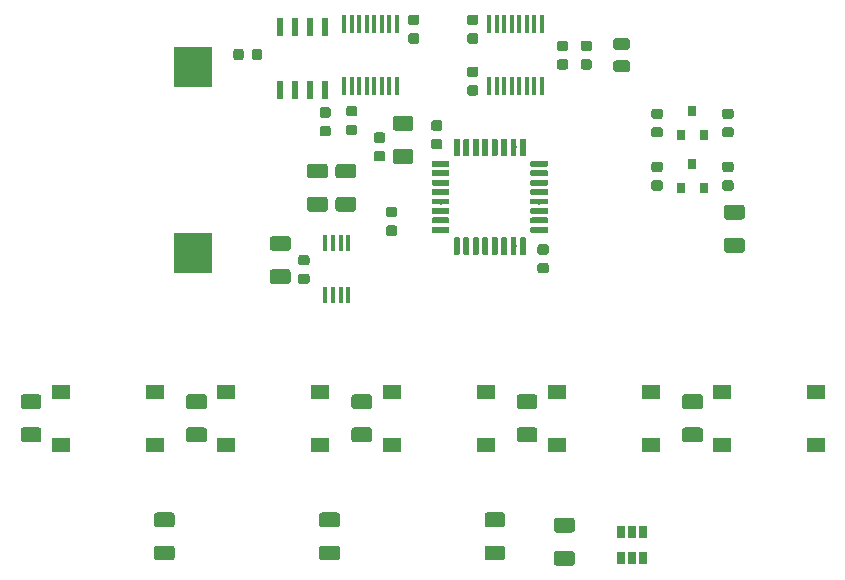
<source format=gbr>
G04 #@! TF.GenerationSoftware,KiCad,Pcbnew,(5.1.0)-1*
G04 #@! TF.CreationDate,2020-10-05T07:23:46+02:00*
G04 #@! TF.ProjectId,Waage,57616167-652e-46b6-9963-61645f706362,rev?*
G04 #@! TF.SameCoordinates,Original*
G04 #@! TF.FileFunction,Paste,Top*
G04 #@! TF.FilePolarity,Positive*
%FSLAX46Y46*%
G04 Gerber Fmt 4.6, Leading zero omitted, Abs format (unit mm)*
G04 Created by KiCad (PCBNEW (5.1.0)-1) date 2020-10-05 07:23:46*
%MOMM*%
%LPD*%
G04 APERTURE LIST*
%ADD10C,0.100000*%
%ADD11C,0.875000*%
%ADD12C,1.250000*%
%ADD13R,3.300000X3.500000*%
%ADD14R,0.600000X1.550000*%
%ADD15R,0.800000X0.900000*%
%ADD16R,0.450000X1.450000*%
%ADD17R,0.410000X1.600000*%
%ADD18R,1.550000X1.300000*%
%ADD19C,0.500000*%
%ADD20C,0.975000*%
%ADD21R,0.650000X1.060000*%
G04 APERTURE END LIST*
D10*
G36*
X99302691Y-67226053D02*
G01*
X99323926Y-67229203D01*
X99344750Y-67234419D01*
X99364962Y-67241651D01*
X99384368Y-67250830D01*
X99402781Y-67261866D01*
X99420024Y-67274654D01*
X99435930Y-67289070D01*
X99450346Y-67304976D01*
X99463134Y-67322219D01*
X99474170Y-67340632D01*
X99483349Y-67360038D01*
X99490581Y-67380250D01*
X99495797Y-67401074D01*
X99498947Y-67422309D01*
X99500000Y-67443750D01*
X99500000Y-67956250D01*
X99498947Y-67977691D01*
X99495797Y-67998926D01*
X99490581Y-68019750D01*
X99483349Y-68039962D01*
X99474170Y-68059368D01*
X99463134Y-68077781D01*
X99450346Y-68095024D01*
X99435930Y-68110930D01*
X99420024Y-68125346D01*
X99402781Y-68138134D01*
X99384368Y-68149170D01*
X99364962Y-68158349D01*
X99344750Y-68165581D01*
X99323926Y-68170797D01*
X99302691Y-68173947D01*
X99281250Y-68175000D01*
X98843750Y-68175000D01*
X98822309Y-68173947D01*
X98801074Y-68170797D01*
X98780250Y-68165581D01*
X98760038Y-68158349D01*
X98740632Y-68149170D01*
X98722219Y-68138134D01*
X98704976Y-68125346D01*
X98689070Y-68110930D01*
X98674654Y-68095024D01*
X98661866Y-68077781D01*
X98650830Y-68059368D01*
X98641651Y-68039962D01*
X98634419Y-68019750D01*
X98629203Y-67998926D01*
X98626053Y-67977691D01*
X98625000Y-67956250D01*
X98625000Y-67443750D01*
X98626053Y-67422309D01*
X98629203Y-67401074D01*
X98634419Y-67380250D01*
X98641651Y-67360038D01*
X98650830Y-67340632D01*
X98661866Y-67322219D01*
X98674654Y-67304976D01*
X98689070Y-67289070D01*
X98704976Y-67274654D01*
X98722219Y-67261866D01*
X98740632Y-67250830D01*
X98760038Y-67241651D01*
X98780250Y-67234419D01*
X98801074Y-67229203D01*
X98822309Y-67226053D01*
X98843750Y-67225000D01*
X99281250Y-67225000D01*
X99302691Y-67226053D01*
X99302691Y-67226053D01*
G37*
D11*
X99062500Y-67700000D03*
D10*
G36*
X100877691Y-67226053D02*
G01*
X100898926Y-67229203D01*
X100919750Y-67234419D01*
X100939962Y-67241651D01*
X100959368Y-67250830D01*
X100977781Y-67261866D01*
X100995024Y-67274654D01*
X101010930Y-67289070D01*
X101025346Y-67304976D01*
X101038134Y-67322219D01*
X101049170Y-67340632D01*
X101058349Y-67360038D01*
X101065581Y-67380250D01*
X101070797Y-67401074D01*
X101073947Y-67422309D01*
X101075000Y-67443750D01*
X101075000Y-67956250D01*
X101073947Y-67977691D01*
X101070797Y-67998926D01*
X101065581Y-68019750D01*
X101058349Y-68039962D01*
X101049170Y-68059368D01*
X101038134Y-68077781D01*
X101025346Y-68095024D01*
X101010930Y-68110930D01*
X100995024Y-68125346D01*
X100977781Y-68138134D01*
X100959368Y-68149170D01*
X100939962Y-68158349D01*
X100919750Y-68165581D01*
X100898926Y-68170797D01*
X100877691Y-68173947D01*
X100856250Y-68175000D01*
X100418750Y-68175000D01*
X100397309Y-68173947D01*
X100376074Y-68170797D01*
X100355250Y-68165581D01*
X100335038Y-68158349D01*
X100315632Y-68149170D01*
X100297219Y-68138134D01*
X100279976Y-68125346D01*
X100264070Y-68110930D01*
X100249654Y-68095024D01*
X100236866Y-68077781D01*
X100225830Y-68059368D01*
X100216651Y-68039962D01*
X100209419Y-68019750D01*
X100204203Y-67998926D01*
X100201053Y-67977691D01*
X100200000Y-67956250D01*
X100200000Y-67443750D01*
X100201053Y-67422309D01*
X100204203Y-67401074D01*
X100209419Y-67380250D01*
X100216651Y-67360038D01*
X100225830Y-67340632D01*
X100236866Y-67322219D01*
X100249654Y-67304976D01*
X100264070Y-67289070D01*
X100279976Y-67274654D01*
X100297219Y-67261866D01*
X100315632Y-67250830D01*
X100335038Y-67241651D01*
X100355250Y-67234419D01*
X100376074Y-67229203D01*
X100397309Y-67226053D01*
X100418750Y-67225000D01*
X100856250Y-67225000D01*
X100877691Y-67226053D01*
X100877691Y-67226053D01*
G37*
D11*
X100637500Y-67700000D03*
D10*
G36*
X106677691Y-73751053D02*
G01*
X106698926Y-73754203D01*
X106719750Y-73759419D01*
X106739962Y-73766651D01*
X106759368Y-73775830D01*
X106777781Y-73786866D01*
X106795024Y-73799654D01*
X106810930Y-73814070D01*
X106825346Y-73829976D01*
X106838134Y-73847219D01*
X106849170Y-73865632D01*
X106858349Y-73885038D01*
X106865581Y-73905250D01*
X106870797Y-73926074D01*
X106873947Y-73947309D01*
X106875000Y-73968750D01*
X106875000Y-74406250D01*
X106873947Y-74427691D01*
X106870797Y-74448926D01*
X106865581Y-74469750D01*
X106858349Y-74489962D01*
X106849170Y-74509368D01*
X106838134Y-74527781D01*
X106825346Y-74545024D01*
X106810930Y-74560930D01*
X106795024Y-74575346D01*
X106777781Y-74588134D01*
X106759368Y-74599170D01*
X106739962Y-74608349D01*
X106719750Y-74615581D01*
X106698926Y-74620797D01*
X106677691Y-74623947D01*
X106656250Y-74625000D01*
X106143750Y-74625000D01*
X106122309Y-74623947D01*
X106101074Y-74620797D01*
X106080250Y-74615581D01*
X106060038Y-74608349D01*
X106040632Y-74599170D01*
X106022219Y-74588134D01*
X106004976Y-74575346D01*
X105989070Y-74560930D01*
X105974654Y-74545024D01*
X105961866Y-74527781D01*
X105950830Y-74509368D01*
X105941651Y-74489962D01*
X105934419Y-74469750D01*
X105929203Y-74448926D01*
X105926053Y-74427691D01*
X105925000Y-74406250D01*
X105925000Y-73968750D01*
X105926053Y-73947309D01*
X105929203Y-73926074D01*
X105934419Y-73905250D01*
X105941651Y-73885038D01*
X105950830Y-73865632D01*
X105961866Y-73847219D01*
X105974654Y-73829976D01*
X105989070Y-73814070D01*
X106004976Y-73799654D01*
X106022219Y-73786866D01*
X106040632Y-73775830D01*
X106060038Y-73766651D01*
X106080250Y-73759419D01*
X106101074Y-73754203D01*
X106122309Y-73751053D01*
X106143750Y-73750000D01*
X106656250Y-73750000D01*
X106677691Y-73751053D01*
X106677691Y-73751053D01*
G37*
D11*
X106400000Y-74187500D03*
D10*
G36*
X106677691Y-72176053D02*
G01*
X106698926Y-72179203D01*
X106719750Y-72184419D01*
X106739962Y-72191651D01*
X106759368Y-72200830D01*
X106777781Y-72211866D01*
X106795024Y-72224654D01*
X106810930Y-72239070D01*
X106825346Y-72254976D01*
X106838134Y-72272219D01*
X106849170Y-72290632D01*
X106858349Y-72310038D01*
X106865581Y-72330250D01*
X106870797Y-72351074D01*
X106873947Y-72372309D01*
X106875000Y-72393750D01*
X106875000Y-72831250D01*
X106873947Y-72852691D01*
X106870797Y-72873926D01*
X106865581Y-72894750D01*
X106858349Y-72914962D01*
X106849170Y-72934368D01*
X106838134Y-72952781D01*
X106825346Y-72970024D01*
X106810930Y-72985930D01*
X106795024Y-73000346D01*
X106777781Y-73013134D01*
X106759368Y-73024170D01*
X106739962Y-73033349D01*
X106719750Y-73040581D01*
X106698926Y-73045797D01*
X106677691Y-73048947D01*
X106656250Y-73050000D01*
X106143750Y-73050000D01*
X106122309Y-73048947D01*
X106101074Y-73045797D01*
X106080250Y-73040581D01*
X106060038Y-73033349D01*
X106040632Y-73024170D01*
X106022219Y-73013134D01*
X106004976Y-73000346D01*
X105989070Y-72985930D01*
X105974654Y-72970024D01*
X105961866Y-72952781D01*
X105950830Y-72934368D01*
X105941651Y-72914962D01*
X105934419Y-72894750D01*
X105929203Y-72873926D01*
X105926053Y-72852691D01*
X105925000Y-72831250D01*
X105925000Y-72393750D01*
X105926053Y-72372309D01*
X105929203Y-72351074D01*
X105934419Y-72330250D01*
X105941651Y-72310038D01*
X105950830Y-72290632D01*
X105961866Y-72272219D01*
X105974654Y-72254976D01*
X105989070Y-72239070D01*
X106004976Y-72224654D01*
X106022219Y-72211866D01*
X106040632Y-72200830D01*
X106060038Y-72191651D01*
X106080250Y-72184419D01*
X106101074Y-72179203D01*
X106122309Y-72176053D01*
X106143750Y-72175000D01*
X106656250Y-72175000D01*
X106677691Y-72176053D01*
X106677691Y-72176053D01*
G37*
D11*
X106400000Y-72612500D03*
D10*
G36*
X106399504Y-76951204D02*
G01*
X106423773Y-76954804D01*
X106447571Y-76960765D01*
X106470671Y-76969030D01*
X106492849Y-76979520D01*
X106513893Y-76992133D01*
X106533598Y-77006747D01*
X106551777Y-77023223D01*
X106568253Y-77041402D01*
X106582867Y-77061107D01*
X106595480Y-77082151D01*
X106605970Y-77104329D01*
X106614235Y-77127429D01*
X106620196Y-77151227D01*
X106623796Y-77175496D01*
X106625000Y-77200000D01*
X106625000Y-77950000D01*
X106623796Y-77974504D01*
X106620196Y-77998773D01*
X106614235Y-78022571D01*
X106605970Y-78045671D01*
X106595480Y-78067849D01*
X106582867Y-78088893D01*
X106568253Y-78108598D01*
X106551777Y-78126777D01*
X106533598Y-78143253D01*
X106513893Y-78157867D01*
X106492849Y-78170480D01*
X106470671Y-78180970D01*
X106447571Y-78189235D01*
X106423773Y-78195196D01*
X106399504Y-78198796D01*
X106375000Y-78200000D01*
X105125000Y-78200000D01*
X105100496Y-78198796D01*
X105076227Y-78195196D01*
X105052429Y-78189235D01*
X105029329Y-78180970D01*
X105007151Y-78170480D01*
X104986107Y-78157867D01*
X104966402Y-78143253D01*
X104948223Y-78126777D01*
X104931747Y-78108598D01*
X104917133Y-78088893D01*
X104904520Y-78067849D01*
X104894030Y-78045671D01*
X104885765Y-78022571D01*
X104879804Y-77998773D01*
X104876204Y-77974504D01*
X104875000Y-77950000D01*
X104875000Y-77200000D01*
X104876204Y-77175496D01*
X104879804Y-77151227D01*
X104885765Y-77127429D01*
X104894030Y-77104329D01*
X104904520Y-77082151D01*
X104917133Y-77061107D01*
X104931747Y-77041402D01*
X104948223Y-77023223D01*
X104966402Y-77006747D01*
X104986107Y-76992133D01*
X105007151Y-76979520D01*
X105029329Y-76969030D01*
X105052429Y-76960765D01*
X105076227Y-76954804D01*
X105100496Y-76951204D01*
X105125000Y-76950000D01*
X106375000Y-76950000D01*
X106399504Y-76951204D01*
X106399504Y-76951204D01*
G37*
D12*
X105750000Y-77575000D03*
D10*
G36*
X106399504Y-79751204D02*
G01*
X106423773Y-79754804D01*
X106447571Y-79760765D01*
X106470671Y-79769030D01*
X106492849Y-79779520D01*
X106513893Y-79792133D01*
X106533598Y-79806747D01*
X106551777Y-79823223D01*
X106568253Y-79841402D01*
X106582867Y-79861107D01*
X106595480Y-79882151D01*
X106605970Y-79904329D01*
X106614235Y-79927429D01*
X106620196Y-79951227D01*
X106623796Y-79975496D01*
X106625000Y-80000000D01*
X106625000Y-80750000D01*
X106623796Y-80774504D01*
X106620196Y-80798773D01*
X106614235Y-80822571D01*
X106605970Y-80845671D01*
X106595480Y-80867849D01*
X106582867Y-80888893D01*
X106568253Y-80908598D01*
X106551777Y-80926777D01*
X106533598Y-80943253D01*
X106513893Y-80957867D01*
X106492849Y-80970480D01*
X106470671Y-80980970D01*
X106447571Y-80989235D01*
X106423773Y-80995196D01*
X106399504Y-80998796D01*
X106375000Y-81000000D01*
X105125000Y-81000000D01*
X105100496Y-80998796D01*
X105076227Y-80995196D01*
X105052429Y-80989235D01*
X105029329Y-80980970D01*
X105007151Y-80970480D01*
X104986107Y-80957867D01*
X104966402Y-80943253D01*
X104948223Y-80926777D01*
X104931747Y-80908598D01*
X104917133Y-80888893D01*
X104904520Y-80867849D01*
X104894030Y-80845671D01*
X104885765Y-80822571D01*
X104879804Y-80798773D01*
X104876204Y-80774504D01*
X104875000Y-80750000D01*
X104875000Y-80000000D01*
X104876204Y-79975496D01*
X104879804Y-79951227D01*
X104885765Y-79927429D01*
X104894030Y-79904329D01*
X104904520Y-79882151D01*
X104917133Y-79861107D01*
X104931747Y-79841402D01*
X104948223Y-79823223D01*
X104966402Y-79806747D01*
X104986107Y-79792133D01*
X105007151Y-79779520D01*
X105029329Y-79769030D01*
X105052429Y-79760765D01*
X105076227Y-79754804D01*
X105100496Y-79751204D01*
X105125000Y-79750000D01*
X106375000Y-79750000D01*
X106399504Y-79751204D01*
X106399504Y-79751204D01*
G37*
D12*
X105750000Y-80375000D03*
D10*
G36*
X103249504Y-85876204D02*
G01*
X103273773Y-85879804D01*
X103297571Y-85885765D01*
X103320671Y-85894030D01*
X103342849Y-85904520D01*
X103363893Y-85917133D01*
X103383598Y-85931747D01*
X103401777Y-85948223D01*
X103418253Y-85966402D01*
X103432867Y-85986107D01*
X103445480Y-86007151D01*
X103455970Y-86029329D01*
X103464235Y-86052429D01*
X103470196Y-86076227D01*
X103473796Y-86100496D01*
X103475000Y-86125000D01*
X103475000Y-86875000D01*
X103473796Y-86899504D01*
X103470196Y-86923773D01*
X103464235Y-86947571D01*
X103455970Y-86970671D01*
X103445480Y-86992849D01*
X103432867Y-87013893D01*
X103418253Y-87033598D01*
X103401777Y-87051777D01*
X103383598Y-87068253D01*
X103363893Y-87082867D01*
X103342849Y-87095480D01*
X103320671Y-87105970D01*
X103297571Y-87114235D01*
X103273773Y-87120196D01*
X103249504Y-87123796D01*
X103225000Y-87125000D01*
X101975000Y-87125000D01*
X101950496Y-87123796D01*
X101926227Y-87120196D01*
X101902429Y-87114235D01*
X101879329Y-87105970D01*
X101857151Y-87095480D01*
X101836107Y-87082867D01*
X101816402Y-87068253D01*
X101798223Y-87051777D01*
X101781747Y-87033598D01*
X101767133Y-87013893D01*
X101754520Y-86992849D01*
X101744030Y-86970671D01*
X101735765Y-86947571D01*
X101729804Y-86923773D01*
X101726204Y-86899504D01*
X101725000Y-86875000D01*
X101725000Y-86125000D01*
X101726204Y-86100496D01*
X101729804Y-86076227D01*
X101735765Y-86052429D01*
X101744030Y-86029329D01*
X101754520Y-86007151D01*
X101767133Y-85986107D01*
X101781747Y-85966402D01*
X101798223Y-85948223D01*
X101816402Y-85931747D01*
X101836107Y-85917133D01*
X101857151Y-85904520D01*
X101879329Y-85894030D01*
X101902429Y-85885765D01*
X101926227Y-85879804D01*
X101950496Y-85876204D01*
X101975000Y-85875000D01*
X103225000Y-85875000D01*
X103249504Y-85876204D01*
X103249504Y-85876204D01*
G37*
D12*
X102600000Y-86500000D03*
D10*
G36*
X103249504Y-83076204D02*
G01*
X103273773Y-83079804D01*
X103297571Y-83085765D01*
X103320671Y-83094030D01*
X103342849Y-83104520D01*
X103363893Y-83117133D01*
X103383598Y-83131747D01*
X103401777Y-83148223D01*
X103418253Y-83166402D01*
X103432867Y-83186107D01*
X103445480Y-83207151D01*
X103455970Y-83229329D01*
X103464235Y-83252429D01*
X103470196Y-83276227D01*
X103473796Y-83300496D01*
X103475000Y-83325000D01*
X103475000Y-84075000D01*
X103473796Y-84099504D01*
X103470196Y-84123773D01*
X103464235Y-84147571D01*
X103455970Y-84170671D01*
X103445480Y-84192849D01*
X103432867Y-84213893D01*
X103418253Y-84233598D01*
X103401777Y-84251777D01*
X103383598Y-84268253D01*
X103363893Y-84282867D01*
X103342849Y-84295480D01*
X103320671Y-84305970D01*
X103297571Y-84314235D01*
X103273773Y-84320196D01*
X103249504Y-84323796D01*
X103225000Y-84325000D01*
X101975000Y-84325000D01*
X101950496Y-84323796D01*
X101926227Y-84320196D01*
X101902429Y-84314235D01*
X101879329Y-84305970D01*
X101857151Y-84295480D01*
X101836107Y-84282867D01*
X101816402Y-84268253D01*
X101798223Y-84251777D01*
X101781747Y-84233598D01*
X101767133Y-84213893D01*
X101754520Y-84192849D01*
X101744030Y-84170671D01*
X101735765Y-84147571D01*
X101729804Y-84123773D01*
X101726204Y-84099504D01*
X101725000Y-84075000D01*
X101725000Y-83325000D01*
X101726204Y-83300496D01*
X101729804Y-83276227D01*
X101735765Y-83252429D01*
X101744030Y-83229329D01*
X101754520Y-83207151D01*
X101767133Y-83186107D01*
X101781747Y-83166402D01*
X101798223Y-83148223D01*
X101816402Y-83131747D01*
X101836107Y-83117133D01*
X101857151Y-83104520D01*
X101879329Y-83094030D01*
X101902429Y-83085765D01*
X101926227Y-83079804D01*
X101950496Y-83076204D01*
X101975000Y-83075000D01*
X103225000Y-83075000D01*
X103249504Y-83076204D01*
X103249504Y-83076204D01*
G37*
D12*
X102600000Y-83700000D03*
D13*
X95250000Y-84550000D03*
X95250000Y-68750000D03*
D14*
X106355000Y-70750000D03*
X105085000Y-70750000D03*
X103815000Y-70750000D03*
X102545000Y-70750000D03*
X102545000Y-65350000D03*
X103815000Y-65350000D03*
X105085000Y-65350000D03*
X106355000Y-65350000D03*
D10*
G36*
X127299504Y-106926204D02*
G01*
X127323773Y-106929804D01*
X127347571Y-106935765D01*
X127370671Y-106944030D01*
X127392849Y-106954520D01*
X127413893Y-106967133D01*
X127433598Y-106981747D01*
X127451777Y-106998223D01*
X127468253Y-107016402D01*
X127482867Y-107036107D01*
X127495480Y-107057151D01*
X127505970Y-107079329D01*
X127514235Y-107102429D01*
X127520196Y-107126227D01*
X127523796Y-107150496D01*
X127525000Y-107175000D01*
X127525000Y-107925000D01*
X127523796Y-107949504D01*
X127520196Y-107973773D01*
X127514235Y-107997571D01*
X127505970Y-108020671D01*
X127495480Y-108042849D01*
X127482867Y-108063893D01*
X127468253Y-108083598D01*
X127451777Y-108101777D01*
X127433598Y-108118253D01*
X127413893Y-108132867D01*
X127392849Y-108145480D01*
X127370671Y-108155970D01*
X127347571Y-108164235D01*
X127323773Y-108170196D01*
X127299504Y-108173796D01*
X127275000Y-108175000D01*
X126025000Y-108175000D01*
X126000496Y-108173796D01*
X125976227Y-108170196D01*
X125952429Y-108164235D01*
X125929329Y-108155970D01*
X125907151Y-108145480D01*
X125886107Y-108132867D01*
X125866402Y-108118253D01*
X125848223Y-108101777D01*
X125831747Y-108083598D01*
X125817133Y-108063893D01*
X125804520Y-108042849D01*
X125794030Y-108020671D01*
X125785765Y-107997571D01*
X125779804Y-107973773D01*
X125776204Y-107949504D01*
X125775000Y-107925000D01*
X125775000Y-107175000D01*
X125776204Y-107150496D01*
X125779804Y-107126227D01*
X125785765Y-107102429D01*
X125794030Y-107079329D01*
X125804520Y-107057151D01*
X125817133Y-107036107D01*
X125831747Y-107016402D01*
X125848223Y-106998223D01*
X125866402Y-106981747D01*
X125886107Y-106967133D01*
X125907151Y-106954520D01*
X125929329Y-106944030D01*
X125952429Y-106935765D01*
X125976227Y-106929804D01*
X126000496Y-106926204D01*
X126025000Y-106925000D01*
X127275000Y-106925000D01*
X127299504Y-106926204D01*
X127299504Y-106926204D01*
G37*
D12*
X126650000Y-107550000D03*
D10*
G36*
X127299504Y-109726204D02*
G01*
X127323773Y-109729804D01*
X127347571Y-109735765D01*
X127370671Y-109744030D01*
X127392849Y-109754520D01*
X127413893Y-109767133D01*
X127433598Y-109781747D01*
X127451777Y-109798223D01*
X127468253Y-109816402D01*
X127482867Y-109836107D01*
X127495480Y-109857151D01*
X127505970Y-109879329D01*
X127514235Y-109902429D01*
X127520196Y-109926227D01*
X127523796Y-109950496D01*
X127525000Y-109975000D01*
X127525000Y-110725000D01*
X127523796Y-110749504D01*
X127520196Y-110773773D01*
X127514235Y-110797571D01*
X127505970Y-110820671D01*
X127495480Y-110842849D01*
X127482867Y-110863893D01*
X127468253Y-110883598D01*
X127451777Y-110901777D01*
X127433598Y-110918253D01*
X127413893Y-110932867D01*
X127392849Y-110945480D01*
X127370671Y-110955970D01*
X127347571Y-110964235D01*
X127323773Y-110970196D01*
X127299504Y-110973796D01*
X127275000Y-110975000D01*
X126025000Y-110975000D01*
X126000496Y-110973796D01*
X125976227Y-110970196D01*
X125952429Y-110964235D01*
X125929329Y-110955970D01*
X125907151Y-110945480D01*
X125886107Y-110932867D01*
X125866402Y-110918253D01*
X125848223Y-110901777D01*
X125831747Y-110883598D01*
X125817133Y-110863893D01*
X125804520Y-110842849D01*
X125794030Y-110820671D01*
X125785765Y-110797571D01*
X125779804Y-110773773D01*
X125776204Y-110749504D01*
X125775000Y-110725000D01*
X125775000Y-109975000D01*
X125776204Y-109950496D01*
X125779804Y-109926227D01*
X125785765Y-109902429D01*
X125794030Y-109879329D01*
X125804520Y-109857151D01*
X125817133Y-109836107D01*
X125831747Y-109816402D01*
X125848223Y-109798223D01*
X125866402Y-109781747D01*
X125886107Y-109767133D01*
X125907151Y-109754520D01*
X125929329Y-109744030D01*
X125952429Y-109735765D01*
X125976227Y-109729804D01*
X126000496Y-109726204D01*
X126025000Y-109725000D01*
X127275000Y-109725000D01*
X127299504Y-109726204D01*
X127299504Y-109726204D01*
G37*
D12*
X126650000Y-110350000D03*
D10*
G36*
X141699504Y-80426204D02*
G01*
X141723773Y-80429804D01*
X141747571Y-80435765D01*
X141770671Y-80444030D01*
X141792849Y-80454520D01*
X141813893Y-80467133D01*
X141833598Y-80481747D01*
X141851777Y-80498223D01*
X141868253Y-80516402D01*
X141882867Y-80536107D01*
X141895480Y-80557151D01*
X141905970Y-80579329D01*
X141914235Y-80602429D01*
X141920196Y-80626227D01*
X141923796Y-80650496D01*
X141925000Y-80675000D01*
X141925000Y-81425000D01*
X141923796Y-81449504D01*
X141920196Y-81473773D01*
X141914235Y-81497571D01*
X141905970Y-81520671D01*
X141895480Y-81542849D01*
X141882867Y-81563893D01*
X141868253Y-81583598D01*
X141851777Y-81601777D01*
X141833598Y-81618253D01*
X141813893Y-81632867D01*
X141792849Y-81645480D01*
X141770671Y-81655970D01*
X141747571Y-81664235D01*
X141723773Y-81670196D01*
X141699504Y-81673796D01*
X141675000Y-81675000D01*
X140425000Y-81675000D01*
X140400496Y-81673796D01*
X140376227Y-81670196D01*
X140352429Y-81664235D01*
X140329329Y-81655970D01*
X140307151Y-81645480D01*
X140286107Y-81632867D01*
X140266402Y-81618253D01*
X140248223Y-81601777D01*
X140231747Y-81583598D01*
X140217133Y-81563893D01*
X140204520Y-81542849D01*
X140194030Y-81520671D01*
X140185765Y-81497571D01*
X140179804Y-81473773D01*
X140176204Y-81449504D01*
X140175000Y-81425000D01*
X140175000Y-80675000D01*
X140176204Y-80650496D01*
X140179804Y-80626227D01*
X140185765Y-80602429D01*
X140194030Y-80579329D01*
X140204520Y-80557151D01*
X140217133Y-80536107D01*
X140231747Y-80516402D01*
X140248223Y-80498223D01*
X140266402Y-80481747D01*
X140286107Y-80467133D01*
X140307151Y-80454520D01*
X140329329Y-80444030D01*
X140352429Y-80435765D01*
X140376227Y-80429804D01*
X140400496Y-80426204D01*
X140425000Y-80425000D01*
X141675000Y-80425000D01*
X141699504Y-80426204D01*
X141699504Y-80426204D01*
G37*
D12*
X141050000Y-81050000D03*
D10*
G36*
X141699504Y-83226204D02*
G01*
X141723773Y-83229804D01*
X141747571Y-83235765D01*
X141770671Y-83244030D01*
X141792849Y-83254520D01*
X141813893Y-83267133D01*
X141833598Y-83281747D01*
X141851777Y-83298223D01*
X141868253Y-83316402D01*
X141882867Y-83336107D01*
X141895480Y-83357151D01*
X141905970Y-83379329D01*
X141914235Y-83402429D01*
X141920196Y-83426227D01*
X141923796Y-83450496D01*
X141925000Y-83475000D01*
X141925000Y-84225000D01*
X141923796Y-84249504D01*
X141920196Y-84273773D01*
X141914235Y-84297571D01*
X141905970Y-84320671D01*
X141895480Y-84342849D01*
X141882867Y-84363893D01*
X141868253Y-84383598D01*
X141851777Y-84401777D01*
X141833598Y-84418253D01*
X141813893Y-84432867D01*
X141792849Y-84445480D01*
X141770671Y-84455970D01*
X141747571Y-84464235D01*
X141723773Y-84470196D01*
X141699504Y-84473796D01*
X141675000Y-84475000D01*
X140425000Y-84475000D01*
X140400496Y-84473796D01*
X140376227Y-84470196D01*
X140352429Y-84464235D01*
X140329329Y-84455970D01*
X140307151Y-84445480D01*
X140286107Y-84432867D01*
X140266402Y-84418253D01*
X140248223Y-84401777D01*
X140231747Y-84383598D01*
X140217133Y-84363893D01*
X140204520Y-84342849D01*
X140194030Y-84320671D01*
X140185765Y-84297571D01*
X140179804Y-84273773D01*
X140176204Y-84249504D01*
X140175000Y-84225000D01*
X140175000Y-83475000D01*
X140176204Y-83450496D01*
X140179804Y-83426227D01*
X140185765Y-83402429D01*
X140194030Y-83379329D01*
X140204520Y-83357151D01*
X140217133Y-83336107D01*
X140231747Y-83316402D01*
X140248223Y-83298223D01*
X140266402Y-83281747D01*
X140286107Y-83267133D01*
X140307151Y-83254520D01*
X140329329Y-83244030D01*
X140352429Y-83235765D01*
X140376227Y-83229804D01*
X140400496Y-83226204D01*
X140425000Y-83225000D01*
X141675000Y-83225000D01*
X141699504Y-83226204D01*
X141699504Y-83226204D01*
G37*
D12*
X141050000Y-83850000D03*
D10*
G36*
X125127691Y-85351053D02*
G01*
X125148926Y-85354203D01*
X125169750Y-85359419D01*
X125189962Y-85366651D01*
X125209368Y-85375830D01*
X125227781Y-85386866D01*
X125245024Y-85399654D01*
X125260930Y-85414070D01*
X125275346Y-85429976D01*
X125288134Y-85447219D01*
X125299170Y-85465632D01*
X125308349Y-85485038D01*
X125315581Y-85505250D01*
X125320797Y-85526074D01*
X125323947Y-85547309D01*
X125325000Y-85568750D01*
X125325000Y-86006250D01*
X125323947Y-86027691D01*
X125320797Y-86048926D01*
X125315581Y-86069750D01*
X125308349Y-86089962D01*
X125299170Y-86109368D01*
X125288134Y-86127781D01*
X125275346Y-86145024D01*
X125260930Y-86160930D01*
X125245024Y-86175346D01*
X125227781Y-86188134D01*
X125209368Y-86199170D01*
X125189962Y-86208349D01*
X125169750Y-86215581D01*
X125148926Y-86220797D01*
X125127691Y-86223947D01*
X125106250Y-86225000D01*
X124593750Y-86225000D01*
X124572309Y-86223947D01*
X124551074Y-86220797D01*
X124530250Y-86215581D01*
X124510038Y-86208349D01*
X124490632Y-86199170D01*
X124472219Y-86188134D01*
X124454976Y-86175346D01*
X124439070Y-86160930D01*
X124424654Y-86145024D01*
X124411866Y-86127781D01*
X124400830Y-86109368D01*
X124391651Y-86089962D01*
X124384419Y-86069750D01*
X124379203Y-86048926D01*
X124376053Y-86027691D01*
X124375000Y-86006250D01*
X124375000Y-85568750D01*
X124376053Y-85547309D01*
X124379203Y-85526074D01*
X124384419Y-85505250D01*
X124391651Y-85485038D01*
X124400830Y-85465632D01*
X124411866Y-85447219D01*
X124424654Y-85429976D01*
X124439070Y-85414070D01*
X124454976Y-85399654D01*
X124472219Y-85386866D01*
X124490632Y-85375830D01*
X124510038Y-85366651D01*
X124530250Y-85359419D01*
X124551074Y-85354203D01*
X124572309Y-85351053D01*
X124593750Y-85350000D01*
X125106250Y-85350000D01*
X125127691Y-85351053D01*
X125127691Y-85351053D01*
G37*
D11*
X124850000Y-85787500D03*
D10*
G36*
X125127691Y-83776053D02*
G01*
X125148926Y-83779203D01*
X125169750Y-83784419D01*
X125189962Y-83791651D01*
X125209368Y-83800830D01*
X125227781Y-83811866D01*
X125245024Y-83824654D01*
X125260930Y-83839070D01*
X125275346Y-83854976D01*
X125288134Y-83872219D01*
X125299170Y-83890632D01*
X125308349Y-83910038D01*
X125315581Y-83930250D01*
X125320797Y-83951074D01*
X125323947Y-83972309D01*
X125325000Y-83993750D01*
X125325000Y-84431250D01*
X125323947Y-84452691D01*
X125320797Y-84473926D01*
X125315581Y-84494750D01*
X125308349Y-84514962D01*
X125299170Y-84534368D01*
X125288134Y-84552781D01*
X125275346Y-84570024D01*
X125260930Y-84585930D01*
X125245024Y-84600346D01*
X125227781Y-84613134D01*
X125209368Y-84624170D01*
X125189962Y-84633349D01*
X125169750Y-84640581D01*
X125148926Y-84645797D01*
X125127691Y-84648947D01*
X125106250Y-84650000D01*
X124593750Y-84650000D01*
X124572309Y-84648947D01*
X124551074Y-84645797D01*
X124530250Y-84640581D01*
X124510038Y-84633349D01*
X124490632Y-84624170D01*
X124472219Y-84613134D01*
X124454976Y-84600346D01*
X124439070Y-84585930D01*
X124424654Y-84570024D01*
X124411866Y-84552781D01*
X124400830Y-84534368D01*
X124391651Y-84514962D01*
X124384419Y-84494750D01*
X124379203Y-84473926D01*
X124376053Y-84452691D01*
X124375000Y-84431250D01*
X124375000Y-83993750D01*
X124376053Y-83972309D01*
X124379203Y-83951074D01*
X124384419Y-83930250D01*
X124391651Y-83910038D01*
X124400830Y-83890632D01*
X124411866Y-83872219D01*
X124424654Y-83854976D01*
X124439070Y-83839070D01*
X124454976Y-83824654D01*
X124472219Y-83811866D01*
X124490632Y-83800830D01*
X124510038Y-83791651D01*
X124530250Y-83784419D01*
X124551074Y-83779203D01*
X124572309Y-83776053D01*
X124593750Y-83775000D01*
X125106250Y-83775000D01*
X125127691Y-83776053D01*
X125127691Y-83776053D01*
G37*
D11*
X124850000Y-84212500D03*
D15*
X137500000Y-72500000D03*
X138450000Y-74500000D03*
X136550000Y-74500000D03*
D16*
X108375000Y-88100000D03*
X107725000Y-88100000D03*
X107075000Y-88100000D03*
X106425000Y-88100000D03*
X106425000Y-83700000D03*
X107075000Y-83700000D03*
X107725000Y-83700000D03*
X108375000Y-83700000D03*
D15*
X137500000Y-77000000D03*
X138450000Y-79000000D03*
X136550000Y-79000000D03*
D17*
X124722500Y-70404300D03*
X124087500Y-70404300D03*
X123452500Y-70404300D03*
X122817500Y-70404300D03*
X122182500Y-70404300D03*
X121547500Y-70404300D03*
X120912500Y-70404300D03*
X120277500Y-70404300D03*
X120277500Y-65095700D03*
X120912500Y-65095700D03*
X121547500Y-65095700D03*
X122182500Y-65095700D03*
X122817500Y-65095700D03*
X123452500Y-65095700D03*
X124087500Y-65095700D03*
X124722500Y-65095700D03*
X112472500Y-70404300D03*
X111837500Y-70404300D03*
X111202500Y-70404300D03*
X110567500Y-70404300D03*
X109932500Y-70404300D03*
X109297500Y-70404300D03*
X108662500Y-70404300D03*
X108027500Y-70404300D03*
X108027500Y-65095700D03*
X108662500Y-65095700D03*
X109297500Y-65095700D03*
X109932500Y-65095700D03*
X110567500Y-65095700D03*
X111202500Y-65095700D03*
X111837500Y-65095700D03*
X112472500Y-65095700D03*
D18*
X147980000Y-100750000D03*
X147980000Y-96250000D03*
X140020000Y-96250000D03*
X140020000Y-100750000D03*
X133980000Y-100750000D03*
X133980000Y-96250000D03*
X126020000Y-96250000D03*
X126020000Y-100750000D03*
X119980000Y-100750000D03*
X119980000Y-96250000D03*
X112020000Y-96250000D03*
X112020000Y-100750000D03*
X105980000Y-100750000D03*
X105980000Y-96250000D03*
X98020000Y-96250000D03*
X98020000Y-100750000D03*
X91980000Y-100750000D03*
X91980000Y-96250000D03*
X84020000Y-96250000D03*
X84020000Y-100750000D03*
D10*
G36*
X108799504Y-79751204D02*
G01*
X108823773Y-79754804D01*
X108847571Y-79760765D01*
X108870671Y-79769030D01*
X108892849Y-79779520D01*
X108913893Y-79792133D01*
X108933598Y-79806747D01*
X108951777Y-79823223D01*
X108968253Y-79841402D01*
X108982867Y-79861107D01*
X108995480Y-79882151D01*
X109005970Y-79904329D01*
X109014235Y-79927429D01*
X109020196Y-79951227D01*
X109023796Y-79975496D01*
X109025000Y-80000000D01*
X109025000Y-80750000D01*
X109023796Y-80774504D01*
X109020196Y-80798773D01*
X109014235Y-80822571D01*
X109005970Y-80845671D01*
X108995480Y-80867849D01*
X108982867Y-80888893D01*
X108968253Y-80908598D01*
X108951777Y-80926777D01*
X108933598Y-80943253D01*
X108913893Y-80957867D01*
X108892849Y-80970480D01*
X108870671Y-80980970D01*
X108847571Y-80989235D01*
X108823773Y-80995196D01*
X108799504Y-80998796D01*
X108775000Y-81000000D01*
X107525000Y-81000000D01*
X107500496Y-80998796D01*
X107476227Y-80995196D01*
X107452429Y-80989235D01*
X107429329Y-80980970D01*
X107407151Y-80970480D01*
X107386107Y-80957867D01*
X107366402Y-80943253D01*
X107348223Y-80926777D01*
X107331747Y-80908598D01*
X107317133Y-80888893D01*
X107304520Y-80867849D01*
X107294030Y-80845671D01*
X107285765Y-80822571D01*
X107279804Y-80798773D01*
X107276204Y-80774504D01*
X107275000Y-80750000D01*
X107275000Y-80000000D01*
X107276204Y-79975496D01*
X107279804Y-79951227D01*
X107285765Y-79927429D01*
X107294030Y-79904329D01*
X107304520Y-79882151D01*
X107317133Y-79861107D01*
X107331747Y-79841402D01*
X107348223Y-79823223D01*
X107366402Y-79806747D01*
X107386107Y-79792133D01*
X107407151Y-79779520D01*
X107429329Y-79769030D01*
X107452429Y-79760765D01*
X107476227Y-79754804D01*
X107500496Y-79751204D01*
X107525000Y-79750000D01*
X108775000Y-79750000D01*
X108799504Y-79751204D01*
X108799504Y-79751204D01*
G37*
D12*
X108150000Y-80375000D03*
D10*
G36*
X108799504Y-76951204D02*
G01*
X108823773Y-76954804D01*
X108847571Y-76960765D01*
X108870671Y-76969030D01*
X108892849Y-76979520D01*
X108913893Y-76992133D01*
X108933598Y-77006747D01*
X108951777Y-77023223D01*
X108968253Y-77041402D01*
X108982867Y-77061107D01*
X108995480Y-77082151D01*
X109005970Y-77104329D01*
X109014235Y-77127429D01*
X109020196Y-77151227D01*
X109023796Y-77175496D01*
X109025000Y-77200000D01*
X109025000Y-77950000D01*
X109023796Y-77974504D01*
X109020196Y-77998773D01*
X109014235Y-78022571D01*
X109005970Y-78045671D01*
X108995480Y-78067849D01*
X108982867Y-78088893D01*
X108968253Y-78108598D01*
X108951777Y-78126777D01*
X108933598Y-78143253D01*
X108913893Y-78157867D01*
X108892849Y-78170480D01*
X108870671Y-78180970D01*
X108847571Y-78189235D01*
X108823773Y-78195196D01*
X108799504Y-78198796D01*
X108775000Y-78200000D01*
X107525000Y-78200000D01*
X107500496Y-78198796D01*
X107476227Y-78195196D01*
X107452429Y-78189235D01*
X107429329Y-78180970D01*
X107407151Y-78170480D01*
X107386107Y-78157867D01*
X107366402Y-78143253D01*
X107348223Y-78126777D01*
X107331747Y-78108598D01*
X107317133Y-78088893D01*
X107304520Y-78067849D01*
X107294030Y-78045671D01*
X107285765Y-78022571D01*
X107279804Y-77998773D01*
X107276204Y-77974504D01*
X107275000Y-77950000D01*
X107275000Y-77200000D01*
X107276204Y-77175496D01*
X107279804Y-77151227D01*
X107285765Y-77127429D01*
X107294030Y-77104329D01*
X107304520Y-77082151D01*
X107317133Y-77061107D01*
X107331747Y-77041402D01*
X107348223Y-77023223D01*
X107366402Y-77006747D01*
X107386107Y-76992133D01*
X107407151Y-76979520D01*
X107429329Y-76969030D01*
X107452429Y-76960765D01*
X107476227Y-76954804D01*
X107500496Y-76951204D01*
X107525000Y-76950000D01*
X108775000Y-76950000D01*
X108799504Y-76951204D01*
X108799504Y-76951204D01*
G37*
D12*
X108150000Y-77575000D03*
D10*
G36*
X104877691Y-84676053D02*
G01*
X104898926Y-84679203D01*
X104919750Y-84684419D01*
X104939962Y-84691651D01*
X104959368Y-84700830D01*
X104977781Y-84711866D01*
X104995024Y-84724654D01*
X105010930Y-84739070D01*
X105025346Y-84754976D01*
X105038134Y-84772219D01*
X105049170Y-84790632D01*
X105058349Y-84810038D01*
X105065581Y-84830250D01*
X105070797Y-84851074D01*
X105073947Y-84872309D01*
X105075000Y-84893750D01*
X105075000Y-85331250D01*
X105073947Y-85352691D01*
X105070797Y-85373926D01*
X105065581Y-85394750D01*
X105058349Y-85414962D01*
X105049170Y-85434368D01*
X105038134Y-85452781D01*
X105025346Y-85470024D01*
X105010930Y-85485930D01*
X104995024Y-85500346D01*
X104977781Y-85513134D01*
X104959368Y-85524170D01*
X104939962Y-85533349D01*
X104919750Y-85540581D01*
X104898926Y-85545797D01*
X104877691Y-85548947D01*
X104856250Y-85550000D01*
X104343750Y-85550000D01*
X104322309Y-85548947D01*
X104301074Y-85545797D01*
X104280250Y-85540581D01*
X104260038Y-85533349D01*
X104240632Y-85524170D01*
X104222219Y-85513134D01*
X104204976Y-85500346D01*
X104189070Y-85485930D01*
X104174654Y-85470024D01*
X104161866Y-85452781D01*
X104150830Y-85434368D01*
X104141651Y-85414962D01*
X104134419Y-85394750D01*
X104129203Y-85373926D01*
X104126053Y-85352691D01*
X104125000Y-85331250D01*
X104125000Y-84893750D01*
X104126053Y-84872309D01*
X104129203Y-84851074D01*
X104134419Y-84830250D01*
X104141651Y-84810038D01*
X104150830Y-84790632D01*
X104161866Y-84772219D01*
X104174654Y-84754976D01*
X104189070Y-84739070D01*
X104204976Y-84724654D01*
X104222219Y-84711866D01*
X104240632Y-84700830D01*
X104260038Y-84691651D01*
X104280250Y-84684419D01*
X104301074Y-84679203D01*
X104322309Y-84676053D01*
X104343750Y-84675000D01*
X104856250Y-84675000D01*
X104877691Y-84676053D01*
X104877691Y-84676053D01*
G37*
D11*
X104600000Y-85112500D03*
D10*
G36*
X104877691Y-86251053D02*
G01*
X104898926Y-86254203D01*
X104919750Y-86259419D01*
X104939962Y-86266651D01*
X104959368Y-86275830D01*
X104977781Y-86286866D01*
X104995024Y-86299654D01*
X105010930Y-86314070D01*
X105025346Y-86329976D01*
X105038134Y-86347219D01*
X105049170Y-86365632D01*
X105058349Y-86385038D01*
X105065581Y-86405250D01*
X105070797Y-86426074D01*
X105073947Y-86447309D01*
X105075000Y-86468750D01*
X105075000Y-86906250D01*
X105073947Y-86927691D01*
X105070797Y-86948926D01*
X105065581Y-86969750D01*
X105058349Y-86989962D01*
X105049170Y-87009368D01*
X105038134Y-87027781D01*
X105025346Y-87045024D01*
X105010930Y-87060930D01*
X104995024Y-87075346D01*
X104977781Y-87088134D01*
X104959368Y-87099170D01*
X104939962Y-87108349D01*
X104919750Y-87115581D01*
X104898926Y-87120797D01*
X104877691Y-87123947D01*
X104856250Y-87125000D01*
X104343750Y-87125000D01*
X104322309Y-87123947D01*
X104301074Y-87120797D01*
X104280250Y-87115581D01*
X104260038Y-87108349D01*
X104240632Y-87099170D01*
X104222219Y-87088134D01*
X104204976Y-87075346D01*
X104189070Y-87060930D01*
X104174654Y-87045024D01*
X104161866Y-87027781D01*
X104150830Y-87009368D01*
X104141651Y-86989962D01*
X104134419Y-86969750D01*
X104129203Y-86948926D01*
X104126053Y-86927691D01*
X104125000Y-86906250D01*
X104125000Y-86468750D01*
X104126053Y-86447309D01*
X104129203Y-86426074D01*
X104134419Y-86405250D01*
X104141651Y-86385038D01*
X104150830Y-86365632D01*
X104161866Y-86347219D01*
X104174654Y-86329976D01*
X104189070Y-86314070D01*
X104204976Y-86299654D01*
X104222219Y-86286866D01*
X104240632Y-86275830D01*
X104260038Y-86266651D01*
X104280250Y-86259419D01*
X104301074Y-86254203D01*
X104322309Y-86251053D01*
X104343750Y-86250000D01*
X104856250Y-86250000D01*
X104877691Y-86251053D01*
X104877691Y-86251053D01*
G37*
D11*
X104600000Y-86687500D03*
D10*
G36*
X140777691Y-76776053D02*
G01*
X140798926Y-76779203D01*
X140819750Y-76784419D01*
X140839962Y-76791651D01*
X140859368Y-76800830D01*
X140877781Y-76811866D01*
X140895024Y-76824654D01*
X140910930Y-76839070D01*
X140925346Y-76854976D01*
X140938134Y-76872219D01*
X140949170Y-76890632D01*
X140958349Y-76910038D01*
X140965581Y-76930250D01*
X140970797Y-76951074D01*
X140973947Y-76972309D01*
X140975000Y-76993750D01*
X140975000Y-77431250D01*
X140973947Y-77452691D01*
X140970797Y-77473926D01*
X140965581Y-77494750D01*
X140958349Y-77514962D01*
X140949170Y-77534368D01*
X140938134Y-77552781D01*
X140925346Y-77570024D01*
X140910930Y-77585930D01*
X140895024Y-77600346D01*
X140877781Y-77613134D01*
X140859368Y-77624170D01*
X140839962Y-77633349D01*
X140819750Y-77640581D01*
X140798926Y-77645797D01*
X140777691Y-77648947D01*
X140756250Y-77650000D01*
X140243750Y-77650000D01*
X140222309Y-77648947D01*
X140201074Y-77645797D01*
X140180250Y-77640581D01*
X140160038Y-77633349D01*
X140140632Y-77624170D01*
X140122219Y-77613134D01*
X140104976Y-77600346D01*
X140089070Y-77585930D01*
X140074654Y-77570024D01*
X140061866Y-77552781D01*
X140050830Y-77534368D01*
X140041651Y-77514962D01*
X140034419Y-77494750D01*
X140029203Y-77473926D01*
X140026053Y-77452691D01*
X140025000Y-77431250D01*
X140025000Y-76993750D01*
X140026053Y-76972309D01*
X140029203Y-76951074D01*
X140034419Y-76930250D01*
X140041651Y-76910038D01*
X140050830Y-76890632D01*
X140061866Y-76872219D01*
X140074654Y-76854976D01*
X140089070Y-76839070D01*
X140104976Y-76824654D01*
X140122219Y-76811866D01*
X140140632Y-76800830D01*
X140160038Y-76791651D01*
X140180250Y-76784419D01*
X140201074Y-76779203D01*
X140222309Y-76776053D01*
X140243750Y-76775000D01*
X140756250Y-76775000D01*
X140777691Y-76776053D01*
X140777691Y-76776053D01*
G37*
D11*
X140500000Y-77212500D03*
D10*
G36*
X140777691Y-78351053D02*
G01*
X140798926Y-78354203D01*
X140819750Y-78359419D01*
X140839962Y-78366651D01*
X140859368Y-78375830D01*
X140877781Y-78386866D01*
X140895024Y-78399654D01*
X140910930Y-78414070D01*
X140925346Y-78429976D01*
X140938134Y-78447219D01*
X140949170Y-78465632D01*
X140958349Y-78485038D01*
X140965581Y-78505250D01*
X140970797Y-78526074D01*
X140973947Y-78547309D01*
X140975000Y-78568750D01*
X140975000Y-79006250D01*
X140973947Y-79027691D01*
X140970797Y-79048926D01*
X140965581Y-79069750D01*
X140958349Y-79089962D01*
X140949170Y-79109368D01*
X140938134Y-79127781D01*
X140925346Y-79145024D01*
X140910930Y-79160930D01*
X140895024Y-79175346D01*
X140877781Y-79188134D01*
X140859368Y-79199170D01*
X140839962Y-79208349D01*
X140819750Y-79215581D01*
X140798926Y-79220797D01*
X140777691Y-79223947D01*
X140756250Y-79225000D01*
X140243750Y-79225000D01*
X140222309Y-79223947D01*
X140201074Y-79220797D01*
X140180250Y-79215581D01*
X140160038Y-79208349D01*
X140140632Y-79199170D01*
X140122219Y-79188134D01*
X140104976Y-79175346D01*
X140089070Y-79160930D01*
X140074654Y-79145024D01*
X140061866Y-79127781D01*
X140050830Y-79109368D01*
X140041651Y-79089962D01*
X140034419Y-79069750D01*
X140029203Y-79048926D01*
X140026053Y-79027691D01*
X140025000Y-79006250D01*
X140025000Y-78568750D01*
X140026053Y-78547309D01*
X140029203Y-78526074D01*
X140034419Y-78505250D01*
X140041651Y-78485038D01*
X140050830Y-78465632D01*
X140061866Y-78447219D01*
X140074654Y-78429976D01*
X140089070Y-78414070D01*
X140104976Y-78399654D01*
X140122219Y-78386866D01*
X140140632Y-78375830D01*
X140160038Y-78366651D01*
X140180250Y-78359419D01*
X140201074Y-78354203D01*
X140222309Y-78351053D01*
X140243750Y-78350000D01*
X140756250Y-78350000D01*
X140777691Y-78351053D01*
X140777691Y-78351053D01*
G37*
D11*
X140500000Y-78787500D03*
D10*
G36*
X119177691Y-64326053D02*
G01*
X119198926Y-64329203D01*
X119219750Y-64334419D01*
X119239962Y-64341651D01*
X119259368Y-64350830D01*
X119277781Y-64361866D01*
X119295024Y-64374654D01*
X119310930Y-64389070D01*
X119325346Y-64404976D01*
X119338134Y-64422219D01*
X119349170Y-64440632D01*
X119358349Y-64460038D01*
X119365581Y-64480250D01*
X119370797Y-64501074D01*
X119373947Y-64522309D01*
X119375000Y-64543750D01*
X119375000Y-64981250D01*
X119373947Y-65002691D01*
X119370797Y-65023926D01*
X119365581Y-65044750D01*
X119358349Y-65064962D01*
X119349170Y-65084368D01*
X119338134Y-65102781D01*
X119325346Y-65120024D01*
X119310930Y-65135930D01*
X119295024Y-65150346D01*
X119277781Y-65163134D01*
X119259368Y-65174170D01*
X119239962Y-65183349D01*
X119219750Y-65190581D01*
X119198926Y-65195797D01*
X119177691Y-65198947D01*
X119156250Y-65200000D01*
X118643750Y-65200000D01*
X118622309Y-65198947D01*
X118601074Y-65195797D01*
X118580250Y-65190581D01*
X118560038Y-65183349D01*
X118540632Y-65174170D01*
X118522219Y-65163134D01*
X118504976Y-65150346D01*
X118489070Y-65135930D01*
X118474654Y-65120024D01*
X118461866Y-65102781D01*
X118450830Y-65084368D01*
X118441651Y-65064962D01*
X118434419Y-65044750D01*
X118429203Y-65023926D01*
X118426053Y-65002691D01*
X118425000Y-64981250D01*
X118425000Y-64543750D01*
X118426053Y-64522309D01*
X118429203Y-64501074D01*
X118434419Y-64480250D01*
X118441651Y-64460038D01*
X118450830Y-64440632D01*
X118461866Y-64422219D01*
X118474654Y-64404976D01*
X118489070Y-64389070D01*
X118504976Y-64374654D01*
X118522219Y-64361866D01*
X118540632Y-64350830D01*
X118560038Y-64341651D01*
X118580250Y-64334419D01*
X118601074Y-64329203D01*
X118622309Y-64326053D01*
X118643750Y-64325000D01*
X119156250Y-64325000D01*
X119177691Y-64326053D01*
X119177691Y-64326053D01*
G37*
D11*
X118900000Y-64762500D03*
D10*
G36*
X119177691Y-65901053D02*
G01*
X119198926Y-65904203D01*
X119219750Y-65909419D01*
X119239962Y-65916651D01*
X119259368Y-65925830D01*
X119277781Y-65936866D01*
X119295024Y-65949654D01*
X119310930Y-65964070D01*
X119325346Y-65979976D01*
X119338134Y-65997219D01*
X119349170Y-66015632D01*
X119358349Y-66035038D01*
X119365581Y-66055250D01*
X119370797Y-66076074D01*
X119373947Y-66097309D01*
X119375000Y-66118750D01*
X119375000Y-66556250D01*
X119373947Y-66577691D01*
X119370797Y-66598926D01*
X119365581Y-66619750D01*
X119358349Y-66639962D01*
X119349170Y-66659368D01*
X119338134Y-66677781D01*
X119325346Y-66695024D01*
X119310930Y-66710930D01*
X119295024Y-66725346D01*
X119277781Y-66738134D01*
X119259368Y-66749170D01*
X119239962Y-66758349D01*
X119219750Y-66765581D01*
X119198926Y-66770797D01*
X119177691Y-66773947D01*
X119156250Y-66775000D01*
X118643750Y-66775000D01*
X118622309Y-66773947D01*
X118601074Y-66770797D01*
X118580250Y-66765581D01*
X118560038Y-66758349D01*
X118540632Y-66749170D01*
X118522219Y-66738134D01*
X118504976Y-66725346D01*
X118489070Y-66710930D01*
X118474654Y-66695024D01*
X118461866Y-66677781D01*
X118450830Y-66659368D01*
X118441651Y-66639962D01*
X118434419Y-66619750D01*
X118429203Y-66598926D01*
X118426053Y-66577691D01*
X118425000Y-66556250D01*
X118425000Y-66118750D01*
X118426053Y-66097309D01*
X118429203Y-66076074D01*
X118434419Y-66055250D01*
X118441651Y-66035038D01*
X118450830Y-66015632D01*
X118461866Y-65997219D01*
X118474654Y-65979976D01*
X118489070Y-65964070D01*
X118504976Y-65949654D01*
X118522219Y-65936866D01*
X118540632Y-65925830D01*
X118560038Y-65916651D01*
X118580250Y-65909419D01*
X118601074Y-65904203D01*
X118622309Y-65901053D01*
X118643750Y-65900000D01*
X119156250Y-65900000D01*
X119177691Y-65901053D01*
X119177691Y-65901053D01*
G37*
D11*
X118900000Y-66337500D03*
D10*
G36*
X134777691Y-78351053D02*
G01*
X134798926Y-78354203D01*
X134819750Y-78359419D01*
X134839962Y-78366651D01*
X134859368Y-78375830D01*
X134877781Y-78386866D01*
X134895024Y-78399654D01*
X134910930Y-78414070D01*
X134925346Y-78429976D01*
X134938134Y-78447219D01*
X134949170Y-78465632D01*
X134958349Y-78485038D01*
X134965581Y-78505250D01*
X134970797Y-78526074D01*
X134973947Y-78547309D01*
X134975000Y-78568750D01*
X134975000Y-79006250D01*
X134973947Y-79027691D01*
X134970797Y-79048926D01*
X134965581Y-79069750D01*
X134958349Y-79089962D01*
X134949170Y-79109368D01*
X134938134Y-79127781D01*
X134925346Y-79145024D01*
X134910930Y-79160930D01*
X134895024Y-79175346D01*
X134877781Y-79188134D01*
X134859368Y-79199170D01*
X134839962Y-79208349D01*
X134819750Y-79215581D01*
X134798926Y-79220797D01*
X134777691Y-79223947D01*
X134756250Y-79225000D01*
X134243750Y-79225000D01*
X134222309Y-79223947D01*
X134201074Y-79220797D01*
X134180250Y-79215581D01*
X134160038Y-79208349D01*
X134140632Y-79199170D01*
X134122219Y-79188134D01*
X134104976Y-79175346D01*
X134089070Y-79160930D01*
X134074654Y-79145024D01*
X134061866Y-79127781D01*
X134050830Y-79109368D01*
X134041651Y-79089962D01*
X134034419Y-79069750D01*
X134029203Y-79048926D01*
X134026053Y-79027691D01*
X134025000Y-79006250D01*
X134025000Y-78568750D01*
X134026053Y-78547309D01*
X134029203Y-78526074D01*
X134034419Y-78505250D01*
X134041651Y-78485038D01*
X134050830Y-78465632D01*
X134061866Y-78447219D01*
X134074654Y-78429976D01*
X134089070Y-78414070D01*
X134104976Y-78399654D01*
X134122219Y-78386866D01*
X134140632Y-78375830D01*
X134160038Y-78366651D01*
X134180250Y-78359419D01*
X134201074Y-78354203D01*
X134222309Y-78351053D01*
X134243750Y-78350000D01*
X134756250Y-78350000D01*
X134777691Y-78351053D01*
X134777691Y-78351053D01*
G37*
D11*
X134500000Y-78787500D03*
D10*
G36*
X134777691Y-76776053D02*
G01*
X134798926Y-76779203D01*
X134819750Y-76784419D01*
X134839962Y-76791651D01*
X134859368Y-76800830D01*
X134877781Y-76811866D01*
X134895024Y-76824654D01*
X134910930Y-76839070D01*
X134925346Y-76854976D01*
X134938134Y-76872219D01*
X134949170Y-76890632D01*
X134958349Y-76910038D01*
X134965581Y-76930250D01*
X134970797Y-76951074D01*
X134973947Y-76972309D01*
X134975000Y-76993750D01*
X134975000Y-77431250D01*
X134973947Y-77452691D01*
X134970797Y-77473926D01*
X134965581Y-77494750D01*
X134958349Y-77514962D01*
X134949170Y-77534368D01*
X134938134Y-77552781D01*
X134925346Y-77570024D01*
X134910930Y-77585930D01*
X134895024Y-77600346D01*
X134877781Y-77613134D01*
X134859368Y-77624170D01*
X134839962Y-77633349D01*
X134819750Y-77640581D01*
X134798926Y-77645797D01*
X134777691Y-77648947D01*
X134756250Y-77650000D01*
X134243750Y-77650000D01*
X134222309Y-77648947D01*
X134201074Y-77645797D01*
X134180250Y-77640581D01*
X134160038Y-77633349D01*
X134140632Y-77624170D01*
X134122219Y-77613134D01*
X134104976Y-77600346D01*
X134089070Y-77585930D01*
X134074654Y-77570024D01*
X134061866Y-77552781D01*
X134050830Y-77534368D01*
X134041651Y-77514962D01*
X134034419Y-77494750D01*
X134029203Y-77473926D01*
X134026053Y-77452691D01*
X134025000Y-77431250D01*
X134025000Y-76993750D01*
X134026053Y-76972309D01*
X134029203Y-76951074D01*
X134034419Y-76930250D01*
X134041651Y-76910038D01*
X134050830Y-76890632D01*
X134061866Y-76872219D01*
X134074654Y-76854976D01*
X134089070Y-76839070D01*
X134104976Y-76824654D01*
X134122219Y-76811866D01*
X134140632Y-76800830D01*
X134160038Y-76791651D01*
X134180250Y-76784419D01*
X134201074Y-76779203D01*
X134222309Y-76776053D01*
X134243750Y-76775000D01*
X134756250Y-76775000D01*
X134777691Y-76776053D01*
X134777691Y-76776053D01*
G37*
D11*
X134500000Y-77212500D03*
D10*
G36*
X119177691Y-70301053D02*
G01*
X119198926Y-70304203D01*
X119219750Y-70309419D01*
X119239962Y-70316651D01*
X119259368Y-70325830D01*
X119277781Y-70336866D01*
X119295024Y-70349654D01*
X119310930Y-70364070D01*
X119325346Y-70379976D01*
X119338134Y-70397219D01*
X119349170Y-70415632D01*
X119358349Y-70435038D01*
X119365581Y-70455250D01*
X119370797Y-70476074D01*
X119373947Y-70497309D01*
X119375000Y-70518750D01*
X119375000Y-70956250D01*
X119373947Y-70977691D01*
X119370797Y-70998926D01*
X119365581Y-71019750D01*
X119358349Y-71039962D01*
X119349170Y-71059368D01*
X119338134Y-71077781D01*
X119325346Y-71095024D01*
X119310930Y-71110930D01*
X119295024Y-71125346D01*
X119277781Y-71138134D01*
X119259368Y-71149170D01*
X119239962Y-71158349D01*
X119219750Y-71165581D01*
X119198926Y-71170797D01*
X119177691Y-71173947D01*
X119156250Y-71175000D01*
X118643750Y-71175000D01*
X118622309Y-71173947D01*
X118601074Y-71170797D01*
X118580250Y-71165581D01*
X118560038Y-71158349D01*
X118540632Y-71149170D01*
X118522219Y-71138134D01*
X118504976Y-71125346D01*
X118489070Y-71110930D01*
X118474654Y-71095024D01*
X118461866Y-71077781D01*
X118450830Y-71059368D01*
X118441651Y-71039962D01*
X118434419Y-71019750D01*
X118429203Y-70998926D01*
X118426053Y-70977691D01*
X118425000Y-70956250D01*
X118425000Y-70518750D01*
X118426053Y-70497309D01*
X118429203Y-70476074D01*
X118434419Y-70455250D01*
X118441651Y-70435038D01*
X118450830Y-70415632D01*
X118461866Y-70397219D01*
X118474654Y-70379976D01*
X118489070Y-70364070D01*
X118504976Y-70349654D01*
X118522219Y-70336866D01*
X118540632Y-70325830D01*
X118560038Y-70316651D01*
X118580250Y-70309419D01*
X118601074Y-70304203D01*
X118622309Y-70301053D01*
X118643750Y-70300000D01*
X119156250Y-70300000D01*
X119177691Y-70301053D01*
X119177691Y-70301053D01*
G37*
D11*
X118900000Y-70737500D03*
D10*
G36*
X119177691Y-68726053D02*
G01*
X119198926Y-68729203D01*
X119219750Y-68734419D01*
X119239962Y-68741651D01*
X119259368Y-68750830D01*
X119277781Y-68761866D01*
X119295024Y-68774654D01*
X119310930Y-68789070D01*
X119325346Y-68804976D01*
X119338134Y-68822219D01*
X119349170Y-68840632D01*
X119358349Y-68860038D01*
X119365581Y-68880250D01*
X119370797Y-68901074D01*
X119373947Y-68922309D01*
X119375000Y-68943750D01*
X119375000Y-69381250D01*
X119373947Y-69402691D01*
X119370797Y-69423926D01*
X119365581Y-69444750D01*
X119358349Y-69464962D01*
X119349170Y-69484368D01*
X119338134Y-69502781D01*
X119325346Y-69520024D01*
X119310930Y-69535930D01*
X119295024Y-69550346D01*
X119277781Y-69563134D01*
X119259368Y-69574170D01*
X119239962Y-69583349D01*
X119219750Y-69590581D01*
X119198926Y-69595797D01*
X119177691Y-69598947D01*
X119156250Y-69600000D01*
X118643750Y-69600000D01*
X118622309Y-69598947D01*
X118601074Y-69595797D01*
X118580250Y-69590581D01*
X118560038Y-69583349D01*
X118540632Y-69574170D01*
X118522219Y-69563134D01*
X118504976Y-69550346D01*
X118489070Y-69535930D01*
X118474654Y-69520024D01*
X118461866Y-69502781D01*
X118450830Y-69484368D01*
X118441651Y-69464962D01*
X118434419Y-69444750D01*
X118429203Y-69423926D01*
X118426053Y-69402691D01*
X118425000Y-69381250D01*
X118425000Y-68943750D01*
X118426053Y-68922309D01*
X118429203Y-68901074D01*
X118434419Y-68880250D01*
X118441651Y-68860038D01*
X118450830Y-68840632D01*
X118461866Y-68822219D01*
X118474654Y-68804976D01*
X118489070Y-68789070D01*
X118504976Y-68774654D01*
X118522219Y-68761866D01*
X118540632Y-68750830D01*
X118560038Y-68741651D01*
X118580250Y-68734419D01*
X118601074Y-68729203D01*
X118622309Y-68726053D01*
X118643750Y-68725000D01*
X119156250Y-68725000D01*
X119177691Y-68726053D01*
X119177691Y-68726053D01*
G37*
D11*
X118900000Y-69162500D03*
D10*
G36*
X121419504Y-106476204D02*
G01*
X121443773Y-106479804D01*
X121467571Y-106485765D01*
X121490671Y-106494030D01*
X121512849Y-106504520D01*
X121533893Y-106517133D01*
X121553598Y-106531747D01*
X121571777Y-106548223D01*
X121588253Y-106566402D01*
X121602867Y-106586107D01*
X121615480Y-106607151D01*
X121625970Y-106629329D01*
X121634235Y-106652429D01*
X121640196Y-106676227D01*
X121643796Y-106700496D01*
X121645000Y-106725000D01*
X121645000Y-107475000D01*
X121643796Y-107499504D01*
X121640196Y-107523773D01*
X121634235Y-107547571D01*
X121625970Y-107570671D01*
X121615480Y-107592849D01*
X121602867Y-107613893D01*
X121588253Y-107633598D01*
X121571777Y-107651777D01*
X121553598Y-107668253D01*
X121533893Y-107682867D01*
X121512849Y-107695480D01*
X121490671Y-107705970D01*
X121467571Y-107714235D01*
X121443773Y-107720196D01*
X121419504Y-107723796D01*
X121395000Y-107725000D01*
X120145000Y-107725000D01*
X120120496Y-107723796D01*
X120096227Y-107720196D01*
X120072429Y-107714235D01*
X120049329Y-107705970D01*
X120027151Y-107695480D01*
X120006107Y-107682867D01*
X119986402Y-107668253D01*
X119968223Y-107651777D01*
X119951747Y-107633598D01*
X119937133Y-107613893D01*
X119924520Y-107592849D01*
X119914030Y-107570671D01*
X119905765Y-107547571D01*
X119899804Y-107523773D01*
X119896204Y-107499504D01*
X119895000Y-107475000D01*
X119895000Y-106725000D01*
X119896204Y-106700496D01*
X119899804Y-106676227D01*
X119905765Y-106652429D01*
X119914030Y-106629329D01*
X119924520Y-106607151D01*
X119937133Y-106586107D01*
X119951747Y-106566402D01*
X119968223Y-106548223D01*
X119986402Y-106531747D01*
X120006107Y-106517133D01*
X120027151Y-106504520D01*
X120049329Y-106494030D01*
X120072429Y-106485765D01*
X120096227Y-106479804D01*
X120120496Y-106476204D01*
X120145000Y-106475000D01*
X121395000Y-106475000D01*
X121419504Y-106476204D01*
X121419504Y-106476204D01*
G37*
D12*
X120770000Y-107100000D03*
D10*
G36*
X121419504Y-109276204D02*
G01*
X121443773Y-109279804D01*
X121467571Y-109285765D01*
X121490671Y-109294030D01*
X121512849Y-109304520D01*
X121533893Y-109317133D01*
X121553598Y-109331747D01*
X121571777Y-109348223D01*
X121588253Y-109366402D01*
X121602867Y-109386107D01*
X121615480Y-109407151D01*
X121625970Y-109429329D01*
X121634235Y-109452429D01*
X121640196Y-109476227D01*
X121643796Y-109500496D01*
X121645000Y-109525000D01*
X121645000Y-110275000D01*
X121643796Y-110299504D01*
X121640196Y-110323773D01*
X121634235Y-110347571D01*
X121625970Y-110370671D01*
X121615480Y-110392849D01*
X121602867Y-110413893D01*
X121588253Y-110433598D01*
X121571777Y-110451777D01*
X121553598Y-110468253D01*
X121533893Y-110482867D01*
X121512849Y-110495480D01*
X121490671Y-110505970D01*
X121467571Y-110514235D01*
X121443773Y-110520196D01*
X121419504Y-110523796D01*
X121395000Y-110525000D01*
X120145000Y-110525000D01*
X120120496Y-110523796D01*
X120096227Y-110520196D01*
X120072429Y-110514235D01*
X120049329Y-110505970D01*
X120027151Y-110495480D01*
X120006107Y-110482867D01*
X119986402Y-110468253D01*
X119968223Y-110451777D01*
X119951747Y-110433598D01*
X119937133Y-110413893D01*
X119924520Y-110392849D01*
X119914030Y-110370671D01*
X119905765Y-110347571D01*
X119899804Y-110323773D01*
X119896204Y-110299504D01*
X119895000Y-110275000D01*
X119895000Y-109525000D01*
X119896204Y-109500496D01*
X119899804Y-109476227D01*
X119905765Y-109452429D01*
X119914030Y-109429329D01*
X119924520Y-109407151D01*
X119937133Y-109386107D01*
X119951747Y-109366402D01*
X119968223Y-109348223D01*
X119986402Y-109331747D01*
X120006107Y-109317133D01*
X120027151Y-109304520D01*
X120049329Y-109294030D01*
X120072429Y-109285765D01*
X120096227Y-109279804D01*
X120120496Y-109276204D01*
X120145000Y-109275000D01*
X121395000Y-109275000D01*
X121419504Y-109276204D01*
X121419504Y-109276204D01*
G37*
D12*
X120770000Y-109900000D03*
D10*
G36*
X107419504Y-106476204D02*
G01*
X107443773Y-106479804D01*
X107467571Y-106485765D01*
X107490671Y-106494030D01*
X107512849Y-106504520D01*
X107533893Y-106517133D01*
X107553598Y-106531747D01*
X107571777Y-106548223D01*
X107588253Y-106566402D01*
X107602867Y-106586107D01*
X107615480Y-106607151D01*
X107625970Y-106629329D01*
X107634235Y-106652429D01*
X107640196Y-106676227D01*
X107643796Y-106700496D01*
X107645000Y-106725000D01*
X107645000Y-107475000D01*
X107643796Y-107499504D01*
X107640196Y-107523773D01*
X107634235Y-107547571D01*
X107625970Y-107570671D01*
X107615480Y-107592849D01*
X107602867Y-107613893D01*
X107588253Y-107633598D01*
X107571777Y-107651777D01*
X107553598Y-107668253D01*
X107533893Y-107682867D01*
X107512849Y-107695480D01*
X107490671Y-107705970D01*
X107467571Y-107714235D01*
X107443773Y-107720196D01*
X107419504Y-107723796D01*
X107395000Y-107725000D01*
X106145000Y-107725000D01*
X106120496Y-107723796D01*
X106096227Y-107720196D01*
X106072429Y-107714235D01*
X106049329Y-107705970D01*
X106027151Y-107695480D01*
X106006107Y-107682867D01*
X105986402Y-107668253D01*
X105968223Y-107651777D01*
X105951747Y-107633598D01*
X105937133Y-107613893D01*
X105924520Y-107592849D01*
X105914030Y-107570671D01*
X105905765Y-107547571D01*
X105899804Y-107523773D01*
X105896204Y-107499504D01*
X105895000Y-107475000D01*
X105895000Y-106725000D01*
X105896204Y-106700496D01*
X105899804Y-106676227D01*
X105905765Y-106652429D01*
X105914030Y-106629329D01*
X105924520Y-106607151D01*
X105937133Y-106586107D01*
X105951747Y-106566402D01*
X105968223Y-106548223D01*
X105986402Y-106531747D01*
X106006107Y-106517133D01*
X106027151Y-106504520D01*
X106049329Y-106494030D01*
X106072429Y-106485765D01*
X106096227Y-106479804D01*
X106120496Y-106476204D01*
X106145000Y-106475000D01*
X107395000Y-106475000D01*
X107419504Y-106476204D01*
X107419504Y-106476204D01*
G37*
D12*
X106770000Y-107100000D03*
D10*
G36*
X107419504Y-109276204D02*
G01*
X107443773Y-109279804D01*
X107467571Y-109285765D01*
X107490671Y-109294030D01*
X107512849Y-109304520D01*
X107533893Y-109317133D01*
X107553598Y-109331747D01*
X107571777Y-109348223D01*
X107588253Y-109366402D01*
X107602867Y-109386107D01*
X107615480Y-109407151D01*
X107625970Y-109429329D01*
X107634235Y-109452429D01*
X107640196Y-109476227D01*
X107643796Y-109500496D01*
X107645000Y-109525000D01*
X107645000Y-110275000D01*
X107643796Y-110299504D01*
X107640196Y-110323773D01*
X107634235Y-110347571D01*
X107625970Y-110370671D01*
X107615480Y-110392849D01*
X107602867Y-110413893D01*
X107588253Y-110433598D01*
X107571777Y-110451777D01*
X107553598Y-110468253D01*
X107533893Y-110482867D01*
X107512849Y-110495480D01*
X107490671Y-110505970D01*
X107467571Y-110514235D01*
X107443773Y-110520196D01*
X107419504Y-110523796D01*
X107395000Y-110525000D01*
X106145000Y-110525000D01*
X106120496Y-110523796D01*
X106096227Y-110520196D01*
X106072429Y-110514235D01*
X106049329Y-110505970D01*
X106027151Y-110495480D01*
X106006107Y-110482867D01*
X105986402Y-110468253D01*
X105968223Y-110451777D01*
X105951747Y-110433598D01*
X105937133Y-110413893D01*
X105924520Y-110392849D01*
X105914030Y-110370671D01*
X105905765Y-110347571D01*
X105899804Y-110323773D01*
X105896204Y-110299504D01*
X105895000Y-110275000D01*
X105895000Y-109525000D01*
X105896204Y-109500496D01*
X105899804Y-109476227D01*
X105905765Y-109452429D01*
X105914030Y-109429329D01*
X105924520Y-109407151D01*
X105937133Y-109386107D01*
X105951747Y-109366402D01*
X105968223Y-109348223D01*
X105986402Y-109331747D01*
X106006107Y-109317133D01*
X106027151Y-109304520D01*
X106049329Y-109294030D01*
X106072429Y-109285765D01*
X106096227Y-109279804D01*
X106120496Y-109276204D01*
X106145000Y-109275000D01*
X107395000Y-109275000D01*
X107419504Y-109276204D01*
X107419504Y-109276204D01*
G37*
D12*
X106770000Y-109900000D03*
D10*
G36*
X93419504Y-106476204D02*
G01*
X93443773Y-106479804D01*
X93467571Y-106485765D01*
X93490671Y-106494030D01*
X93512849Y-106504520D01*
X93533893Y-106517133D01*
X93553598Y-106531747D01*
X93571777Y-106548223D01*
X93588253Y-106566402D01*
X93602867Y-106586107D01*
X93615480Y-106607151D01*
X93625970Y-106629329D01*
X93634235Y-106652429D01*
X93640196Y-106676227D01*
X93643796Y-106700496D01*
X93645000Y-106725000D01*
X93645000Y-107475000D01*
X93643796Y-107499504D01*
X93640196Y-107523773D01*
X93634235Y-107547571D01*
X93625970Y-107570671D01*
X93615480Y-107592849D01*
X93602867Y-107613893D01*
X93588253Y-107633598D01*
X93571777Y-107651777D01*
X93553598Y-107668253D01*
X93533893Y-107682867D01*
X93512849Y-107695480D01*
X93490671Y-107705970D01*
X93467571Y-107714235D01*
X93443773Y-107720196D01*
X93419504Y-107723796D01*
X93395000Y-107725000D01*
X92145000Y-107725000D01*
X92120496Y-107723796D01*
X92096227Y-107720196D01*
X92072429Y-107714235D01*
X92049329Y-107705970D01*
X92027151Y-107695480D01*
X92006107Y-107682867D01*
X91986402Y-107668253D01*
X91968223Y-107651777D01*
X91951747Y-107633598D01*
X91937133Y-107613893D01*
X91924520Y-107592849D01*
X91914030Y-107570671D01*
X91905765Y-107547571D01*
X91899804Y-107523773D01*
X91896204Y-107499504D01*
X91895000Y-107475000D01*
X91895000Y-106725000D01*
X91896204Y-106700496D01*
X91899804Y-106676227D01*
X91905765Y-106652429D01*
X91914030Y-106629329D01*
X91924520Y-106607151D01*
X91937133Y-106586107D01*
X91951747Y-106566402D01*
X91968223Y-106548223D01*
X91986402Y-106531747D01*
X92006107Y-106517133D01*
X92027151Y-106504520D01*
X92049329Y-106494030D01*
X92072429Y-106485765D01*
X92096227Y-106479804D01*
X92120496Y-106476204D01*
X92145000Y-106475000D01*
X93395000Y-106475000D01*
X93419504Y-106476204D01*
X93419504Y-106476204D01*
G37*
D12*
X92770000Y-107100000D03*
D10*
G36*
X93419504Y-109276204D02*
G01*
X93443773Y-109279804D01*
X93467571Y-109285765D01*
X93490671Y-109294030D01*
X93512849Y-109304520D01*
X93533893Y-109317133D01*
X93553598Y-109331747D01*
X93571777Y-109348223D01*
X93588253Y-109366402D01*
X93602867Y-109386107D01*
X93615480Y-109407151D01*
X93625970Y-109429329D01*
X93634235Y-109452429D01*
X93640196Y-109476227D01*
X93643796Y-109500496D01*
X93645000Y-109525000D01*
X93645000Y-110275000D01*
X93643796Y-110299504D01*
X93640196Y-110323773D01*
X93634235Y-110347571D01*
X93625970Y-110370671D01*
X93615480Y-110392849D01*
X93602867Y-110413893D01*
X93588253Y-110433598D01*
X93571777Y-110451777D01*
X93553598Y-110468253D01*
X93533893Y-110482867D01*
X93512849Y-110495480D01*
X93490671Y-110505970D01*
X93467571Y-110514235D01*
X93443773Y-110520196D01*
X93419504Y-110523796D01*
X93395000Y-110525000D01*
X92145000Y-110525000D01*
X92120496Y-110523796D01*
X92096227Y-110520196D01*
X92072429Y-110514235D01*
X92049329Y-110505970D01*
X92027151Y-110495480D01*
X92006107Y-110482867D01*
X91986402Y-110468253D01*
X91968223Y-110451777D01*
X91951747Y-110433598D01*
X91937133Y-110413893D01*
X91924520Y-110392849D01*
X91914030Y-110370671D01*
X91905765Y-110347571D01*
X91899804Y-110323773D01*
X91896204Y-110299504D01*
X91895000Y-110275000D01*
X91895000Y-109525000D01*
X91896204Y-109500496D01*
X91899804Y-109476227D01*
X91905765Y-109452429D01*
X91914030Y-109429329D01*
X91924520Y-109407151D01*
X91937133Y-109386107D01*
X91951747Y-109366402D01*
X91968223Y-109348223D01*
X91986402Y-109331747D01*
X92006107Y-109317133D01*
X92027151Y-109304520D01*
X92049329Y-109294030D01*
X92072429Y-109285765D01*
X92096227Y-109279804D01*
X92120496Y-109276204D01*
X92145000Y-109275000D01*
X93395000Y-109275000D01*
X93419504Y-109276204D01*
X93419504Y-109276204D01*
G37*
D12*
X92770000Y-109900000D03*
D10*
G36*
X138149504Y-99276204D02*
G01*
X138173773Y-99279804D01*
X138197571Y-99285765D01*
X138220671Y-99294030D01*
X138242849Y-99304520D01*
X138263893Y-99317133D01*
X138283598Y-99331747D01*
X138301777Y-99348223D01*
X138318253Y-99366402D01*
X138332867Y-99386107D01*
X138345480Y-99407151D01*
X138355970Y-99429329D01*
X138364235Y-99452429D01*
X138370196Y-99476227D01*
X138373796Y-99500496D01*
X138375000Y-99525000D01*
X138375000Y-100275000D01*
X138373796Y-100299504D01*
X138370196Y-100323773D01*
X138364235Y-100347571D01*
X138355970Y-100370671D01*
X138345480Y-100392849D01*
X138332867Y-100413893D01*
X138318253Y-100433598D01*
X138301777Y-100451777D01*
X138283598Y-100468253D01*
X138263893Y-100482867D01*
X138242849Y-100495480D01*
X138220671Y-100505970D01*
X138197571Y-100514235D01*
X138173773Y-100520196D01*
X138149504Y-100523796D01*
X138125000Y-100525000D01*
X136875000Y-100525000D01*
X136850496Y-100523796D01*
X136826227Y-100520196D01*
X136802429Y-100514235D01*
X136779329Y-100505970D01*
X136757151Y-100495480D01*
X136736107Y-100482867D01*
X136716402Y-100468253D01*
X136698223Y-100451777D01*
X136681747Y-100433598D01*
X136667133Y-100413893D01*
X136654520Y-100392849D01*
X136644030Y-100370671D01*
X136635765Y-100347571D01*
X136629804Y-100323773D01*
X136626204Y-100299504D01*
X136625000Y-100275000D01*
X136625000Y-99525000D01*
X136626204Y-99500496D01*
X136629804Y-99476227D01*
X136635765Y-99452429D01*
X136644030Y-99429329D01*
X136654520Y-99407151D01*
X136667133Y-99386107D01*
X136681747Y-99366402D01*
X136698223Y-99348223D01*
X136716402Y-99331747D01*
X136736107Y-99317133D01*
X136757151Y-99304520D01*
X136779329Y-99294030D01*
X136802429Y-99285765D01*
X136826227Y-99279804D01*
X136850496Y-99276204D01*
X136875000Y-99275000D01*
X138125000Y-99275000D01*
X138149504Y-99276204D01*
X138149504Y-99276204D01*
G37*
D12*
X137500000Y-99900000D03*
D10*
G36*
X138149504Y-96476204D02*
G01*
X138173773Y-96479804D01*
X138197571Y-96485765D01*
X138220671Y-96494030D01*
X138242849Y-96504520D01*
X138263893Y-96517133D01*
X138283598Y-96531747D01*
X138301777Y-96548223D01*
X138318253Y-96566402D01*
X138332867Y-96586107D01*
X138345480Y-96607151D01*
X138355970Y-96629329D01*
X138364235Y-96652429D01*
X138370196Y-96676227D01*
X138373796Y-96700496D01*
X138375000Y-96725000D01*
X138375000Y-97475000D01*
X138373796Y-97499504D01*
X138370196Y-97523773D01*
X138364235Y-97547571D01*
X138355970Y-97570671D01*
X138345480Y-97592849D01*
X138332867Y-97613893D01*
X138318253Y-97633598D01*
X138301777Y-97651777D01*
X138283598Y-97668253D01*
X138263893Y-97682867D01*
X138242849Y-97695480D01*
X138220671Y-97705970D01*
X138197571Y-97714235D01*
X138173773Y-97720196D01*
X138149504Y-97723796D01*
X138125000Y-97725000D01*
X136875000Y-97725000D01*
X136850496Y-97723796D01*
X136826227Y-97720196D01*
X136802429Y-97714235D01*
X136779329Y-97705970D01*
X136757151Y-97695480D01*
X136736107Y-97682867D01*
X136716402Y-97668253D01*
X136698223Y-97651777D01*
X136681747Y-97633598D01*
X136667133Y-97613893D01*
X136654520Y-97592849D01*
X136644030Y-97570671D01*
X136635765Y-97547571D01*
X136629804Y-97523773D01*
X136626204Y-97499504D01*
X136625000Y-97475000D01*
X136625000Y-96725000D01*
X136626204Y-96700496D01*
X136629804Y-96676227D01*
X136635765Y-96652429D01*
X136644030Y-96629329D01*
X136654520Y-96607151D01*
X136667133Y-96586107D01*
X136681747Y-96566402D01*
X136698223Y-96548223D01*
X136716402Y-96531747D01*
X136736107Y-96517133D01*
X136757151Y-96504520D01*
X136779329Y-96494030D01*
X136802429Y-96485765D01*
X136826227Y-96479804D01*
X136850496Y-96476204D01*
X136875000Y-96475000D01*
X138125000Y-96475000D01*
X138149504Y-96476204D01*
X138149504Y-96476204D01*
G37*
D12*
X137500000Y-97100000D03*
D10*
G36*
X124149504Y-99276204D02*
G01*
X124173773Y-99279804D01*
X124197571Y-99285765D01*
X124220671Y-99294030D01*
X124242849Y-99304520D01*
X124263893Y-99317133D01*
X124283598Y-99331747D01*
X124301777Y-99348223D01*
X124318253Y-99366402D01*
X124332867Y-99386107D01*
X124345480Y-99407151D01*
X124355970Y-99429329D01*
X124364235Y-99452429D01*
X124370196Y-99476227D01*
X124373796Y-99500496D01*
X124375000Y-99525000D01*
X124375000Y-100275000D01*
X124373796Y-100299504D01*
X124370196Y-100323773D01*
X124364235Y-100347571D01*
X124355970Y-100370671D01*
X124345480Y-100392849D01*
X124332867Y-100413893D01*
X124318253Y-100433598D01*
X124301777Y-100451777D01*
X124283598Y-100468253D01*
X124263893Y-100482867D01*
X124242849Y-100495480D01*
X124220671Y-100505970D01*
X124197571Y-100514235D01*
X124173773Y-100520196D01*
X124149504Y-100523796D01*
X124125000Y-100525000D01*
X122875000Y-100525000D01*
X122850496Y-100523796D01*
X122826227Y-100520196D01*
X122802429Y-100514235D01*
X122779329Y-100505970D01*
X122757151Y-100495480D01*
X122736107Y-100482867D01*
X122716402Y-100468253D01*
X122698223Y-100451777D01*
X122681747Y-100433598D01*
X122667133Y-100413893D01*
X122654520Y-100392849D01*
X122644030Y-100370671D01*
X122635765Y-100347571D01*
X122629804Y-100323773D01*
X122626204Y-100299504D01*
X122625000Y-100275000D01*
X122625000Y-99525000D01*
X122626204Y-99500496D01*
X122629804Y-99476227D01*
X122635765Y-99452429D01*
X122644030Y-99429329D01*
X122654520Y-99407151D01*
X122667133Y-99386107D01*
X122681747Y-99366402D01*
X122698223Y-99348223D01*
X122716402Y-99331747D01*
X122736107Y-99317133D01*
X122757151Y-99304520D01*
X122779329Y-99294030D01*
X122802429Y-99285765D01*
X122826227Y-99279804D01*
X122850496Y-99276204D01*
X122875000Y-99275000D01*
X124125000Y-99275000D01*
X124149504Y-99276204D01*
X124149504Y-99276204D01*
G37*
D12*
X123500000Y-99900000D03*
D10*
G36*
X124149504Y-96476204D02*
G01*
X124173773Y-96479804D01*
X124197571Y-96485765D01*
X124220671Y-96494030D01*
X124242849Y-96504520D01*
X124263893Y-96517133D01*
X124283598Y-96531747D01*
X124301777Y-96548223D01*
X124318253Y-96566402D01*
X124332867Y-96586107D01*
X124345480Y-96607151D01*
X124355970Y-96629329D01*
X124364235Y-96652429D01*
X124370196Y-96676227D01*
X124373796Y-96700496D01*
X124375000Y-96725000D01*
X124375000Y-97475000D01*
X124373796Y-97499504D01*
X124370196Y-97523773D01*
X124364235Y-97547571D01*
X124355970Y-97570671D01*
X124345480Y-97592849D01*
X124332867Y-97613893D01*
X124318253Y-97633598D01*
X124301777Y-97651777D01*
X124283598Y-97668253D01*
X124263893Y-97682867D01*
X124242849Y-97695480D01*
X124220671Y-97705970D01*
X124197571Y-97714235D01*
X124173773Y-97720196D01*
X124149504Y-97723796D01*
X124125000Y-97725000D01*
X122875000Y-97725000D01*
X122850496Y-97723796D01*
X122826227Y-97720196D01*
X122802429Y-97714235D01*
X122779329Y-97705970D01*
X122757151Y-97695480D01*
X122736107Y-97682867D01*
X122716402Y-97668253D01*
X122698223Y-97651777D01*
X122681747Y-97633598D01*
X122667133Y-97613893D01*
X122654520Y-97592849D01*
X122644030Y-97570671D01*
X122635765Y-97547571D01*
X122629804Y-97523773D01*
X122626204Y-97499504D01*
X122625000Y-97475000D01*
X122625000Y-96725000D01*
X122626204Y-96700496D01*
X122629804Y-96676227D01*
X122635765Y-96652429D01*
X122644030Y-96629329D01*
X122654520Y-96607151D01*
X122667133Y-96586107D01*
X122681747Y-96566402D01*
X122698223Y-96548223D01*
X122716402Y-96531747D01*
X122736107Y-96517133D01*
X122757151Y-96504520D01*
X122779329Y-96494030D01*
X122802429Y-96485765D01*
X122826227Y-96479804D01*
X122850496Y-96476204D01*
X122875000Y-96475000D01*
X124125000Y-96475000D01*
X124149504Y-96476204D01*
X124149504Y-96476204D01*
G37*
D12*
X123500000Y-97100000D03*
D10*
G36*
X110149504Y-99276204D02*
G01*
X110173773Y-99279804D01*
X110197571Y-99285765D01*
X110220671Y-99294030D01*
X110242849Y-99304520D01*
X110263893Y-99317133D01*
X110283598Y-99331747D01*
X110301777Y-99348223D01*
X110318253Y-99366402D01*
X110332867Y-99386107D01*
X110345480Y-99407151D01*
X110355970Y-99429329D01*
X110364235Y-99452429D01*
X110370196Y-99476227D01*
X110373796Y-99500496D01*
X110375000Y-99525000D01*
X110375000Y-100275000D01*
X110373796Y-100299504D01*
X110370196Y-100323773D01*
X110364235Y-100347571D01*
X110355970Y-100370671D01*
X110345480Y-100392849D01*
X110332867Y-100413893D01*
X110318253Y-100433598D01*
X110301777Y-100451777D01*
X110283598Y-100468253D01*
X110263893Y-100482867D01*
X110242849Y-100495480D01*
X110220671Y-100505970D01*
X110197571Y-100514235D01*
X110173773Y-100520196D01*
X110149504Y-100523796D01*
X110125000Y-100525000D01*
X108875000Y-100525000D01*
X108850496Y-100523796D01*
X108826227Y-100520196D01*
X108802429Y-100514235D01*
X108779329Y-100505970D01*
X108757151Y-100495480D01*
X108736107Y-100482867D01*
X108716402Y-100468253D01*
X108698223Y-100451777D01*
X108681747Y-100433598D01*
X108667133Y-100413893D01*
X108654520Y-100392849D01*
X108644030Y-100370671D01*
X108635765Y-100347571D01*
X108629804Y-100323773D01*
X108626204Y-100299504D01*
X108625000Y-100275000D01*
X108625000Y-99525000D01*
X108626204Y-99500496D01*
X108629804Y-99476227D01*
X108635765Y-99452429D01*
X108644030Y-99429329D01*
X108654520Y-99407151D01*
X108667133Y-99386107D01*
X108681747Y-99366402D01*
X108698223Y-99348223D01*
X108716402Y-99331747D01*
X108736107Y-99317133D01*
X108757151Y-99304520D01*
X108779329Y-99294030D01*
X108802429Y-99285765D01*
X108826227Y-99279804D01*
X108850496Y-99276204D01*
X108875000Y-99275000D01*
X110125000Y-99275000D01*
X110149504Y-99276204D01*
X110149504Y-99276204D01*
G37*
D12*
X109500000Y-99900000D03*
D10*
G36*
X110149504Y-96476204D02*
G01*
X110173773Y-96479804D01*
X110197571Y-96485765D01*
X110220671Y-96494030D01*
X110242849Y-96504520D01*
X110263893Y-96517133D01*
X110283598Y-96531747D01*
X110301777Y-96548223D01*
X110318253Y-96566402D01*
X110332867Y-96586107D01*
X110345480Y-96607151D01*
X110355970Y-96629329D01*
X110364235Y-96652429D01*
X110370196Y-96676227D01*
X110373796Y-96700496D01*
X110375000Y-96725000D01*
X110375000Y-97475000D01*
X110373796Y-97499504D01*
X110370196Y-97523773D01*
X110364235Y-97547571D01*
X110355970Y-97570671D01*
X110345480Y-97592849D01*
X110332867Y-97613893D01*
X110318253Y-97633598D01*
X110301777Y-97651777D01*
X110283598Y-97668253D01*
X110263893Y-97682867D01*
X110242849Y-97695480D01*
X110220671Y-97705970D01*
X110197571Y-97714235D01*
X110173773Y-97720196D01*
X110149504Y-97723796D01*
X110125000Y-97725000D01*
X108875000Y-97725000D01*
X108850496Y-97723796D01*
X108826227Y-97720196D01*
X108802429Y-97714235D01*
X108779329Y-97705970D01*
X108757151Y-97695480D01*
X108736107Y-97682867D01*
X108716402Y-97668253D01*
X108698223Y-97651777D01*
X108681747Y-97633598D01*
X108667133Y-97613893D01*
X108654520Y-97592849D01*
X108644030Y-97570671D01*
X108635765Y-97547571D01*
X108629804Y-97523773D01*
X108626204Y-97499504D01*
X108625000Y-97475000D01*
X108625000Y-96725000D01*
X108626204Y-96700496D01*
X108629804Y-96676227D01*
X108635765Y-96652429D01*
X108644030Y-96629329D01*
X108654520Y-96607151D01*
X108667133Y-96586107D01*
X108681747Y-96566402D01*
X108698223Y-96548223D01*
X108716402Y-96531747D01*
X108736107Y-96517133D01*
X108757151Y-96504520D01*
X108779329Y-96494030D01*
X108802429Y-96485765D01*
X108826227Y-96479804D01*
X108850496Y-96476204D01*
X108875000Y-96475000D01*
X110125000Y-96475000D01*
X110149504Y-96476204D01*
X110149504Y-96476204D01*
G37*
D12*
X109500000Y-97100000D03*
D10*
G36*
X96149504Y-99276204D02*
G01*
X96173773Y-99279804D01*
X96197571Y-99285765D01*
X96220671Y-99294030D01*
X96242849Y-99304520D01*
X96263893Y-99317133D01*
X96283598Y-99331747D01*
X96301777Y-99348223D01*
X96318253Y-99366402D01*
X96332867Y-99386107D01*
X96345480Y-99407151D01*
X96355970Y-99429329D01*
X96364235Y-99452429D01*
X96370196Y-99476227D01*
X96373796Y-99500496D01*
X96375000Y-99525000D01*
X96375000Y-100275000D01*
X96373796Y-100299504D01*
X96370196Y-100323773D01*
X96364235Y-100347571D01*
X96355970Y-100370671D01*
X96345480Y-100392849D01*
X96332867Y-100413893D01*
X96318253Y-100433598D01*
X96301777Y-100451777D01*
X96283598Y-100468253D01*
X96263893Y-100482867D01*
X96242849Y-100495480D01*
X96220671Y-100505970D01*
X96197571Y-100514235D01*
X96173773Y-100520196D01*
X96149504Y-100523796D01*
X96125000Y-100525000D01*
X94875000Y-100525000D01*
X94850496Y-100523796D01*
X94826227Y-100520196D01*
X94802429Y-100514235D01*
X94779329Y-100505970D01*
X94757151Y-100495480D01*
X94736107Y-100482867D01*
X94716402Y-100468253D01*
X94698223Y-100451777D01*
X94681747Y-100433598D01*
X94667133Y-100413893D01*
X94654520Y-100392849D01*
X94644030Y-100370671D01*
X94635765Y-100347571D01*
X94629804Y-100323773D01*
X94626204Y-100299504D01*
X94625000Y-100275000D01*
X94625000Y-99525000D01*
X94626204Y-99500496D01*
X94629804Y-99476227D01*
X94635765Y-99452429D01*
X94644030Y-99429329D01*
X94654520Y-99407151D01*
X94667133Y-99386107D01*
X94681747Y-99366402D01*
X94698223Y-99348223D01*
X94716402Y-99331747D01*
X94736107Y-99317133D01*
X94757151Y-99304520D01*
X94779329Y-99294030D01*
X94802429Y-99285765D01*
X94826227Y-99279804D01*
X94850496Y-99276204D01*
X94875000Y-99275000D01*
X96125000Y-99275000D01*
X96149504Y-99276204D01*
X96149504Y-99276204D01*
G37*
D12*
X95500000Y-99900000D03*
D10*
G36*
X96149504Y-96476204D02*
G01*
X96173773Y-96479804D01*
X96197571Y-96485765D01*
X96220671Y-96494030D01*
X96242849Y-96504520D01*
X96263893Y-96517133D01*
X96283598Y-96531747D01*
X96301777Y-96548223D01*
X96318253Y-96566402D01*
X96332867Y-96586107D01*
X96345480Y-96607151D01*
X96355970Y-96629329D01*
X96364235Y-96652429D01*
X96370196Y-96676227D01*
X96373796Y-96700496D01*
X96375000Y-96725000D01*
X96375000Y-97475000D01*
X96373796Y-97499504D01*
X96370196Y-97523773D01*
X96364235Y-97547571D01*
X96355970Y-97570671D01*
X96345480Y-97592849D01*
X96332867Y-97613893D01*
X96318253Y-97633598D01*
X96301777Y-97651777D01*
X96283598Y-97668253D01*
X96263893Y-97682867D01*
X96242849Y-97695480D01*
X96220671Y-97705970D01*
X96197571Y-97714235D01*
X96173773Y-97720196D01*
X96149504Y-97723796D01*
X96125000Y-97725000D01*
X94875000Y-97725000D01*
X94850496Y-97723796D01*
X94826227Y-97720196D01*
X94802429Y-97714235D01*
X94779329Y-97705970D01*
X94757151Y-97695480D01*
X94736107Y-97682867D01*
X94716402Y-97668253D01*
X94698223Y-97651777D01*
X94681747Y-97633598D01*
X94667133Y-97613893D01*
X94654520Y-97592849D01*
X94644030Y-97570671D01*
X94635765Y-97547571D01*
X94629804Y-97523773D01*
X94626204Y-97499504D01*
X94625000Y-97475000D01*
X94625000Y-96725000D01*
X94626204Y-96700496D01*
X94629804Y-96676227D01*
X94635765Y-96652429D01*
X94644030Y-96629329D01*
X94654520Y-96607151D01*
X94667133Y-96586107D01*
X94681747Y-96566402D01*
X94698223Y-96548223D01*
X94716402Y-96531747D01*
X94736107Y-96517133D01*
X94757151Y-96504520D01*
X94779329Y-96494030D01*
X94802429Y-96485765D01*
X94826227Y-96479804D01*
X94850496Y-96476204D01*
X94875000Y-96475000D01*
X96125000Y-96475000D01*
X96149504Y-96476204D01*
X96149504Y-96476204D01*
G37*
D12*
X95500000Y-97100000D03*
D10*
G36*
X82149504Y-99276204D02*
G01*
X82173773Y-99279804D01*
X82197571Y-99285765D01*
X82220671Y-99294030D01*
X82242849Y-99304520D01*
X82263893Y-99317133D01*
X82283598Y-99331747D01*
X82301777Y-99348223D01*
X82318253Y-99366402D01*
X82332867Y-99386107D01*
X82345480Y-99407151D01*
X82355970Y-99429329D01*
X82364235Y-99452429D01*
X82370196Y-99476227D01*
X82373796Y-99500496D01*
X82375000Y-99525000D01*
X82375000Y-100275000D01*
X82373796Y-100299504D01*
X82370196Y-100323773D01*
X82364235Y-100347571D01*
X82355970Y-100370671D01*
X82345480Y-100392849D01*
X82332867Y-100413893D01*
X82318253Y-100433598D01*
X82301777Y-100451777D01*
X82283598Y-100468253D01*
X82263893Y-100482867D01*
X82242849Y-100495480D01*
X82220671Y-100505970D01*
X82197571Y-100514235D01*
X82173773Y-100520196D01*
X82149504Y-100523796D01*
X82125000Y-100525000D01*
X80875000Y-100525000D01*
X80850496Y-100523796D01*
X80826227Y-100520196D01*
X80802429Y-100514235D01*
X80779329Y-100505970D01*
X80757151Y-100495480D01*
X80736107Y-100482867D01*
X80716402Y-100468253D01*
X80698223Y-100451777D01*
X80681747Y-100433598D01*
X80667133Y-100413893D01*
X80654520Y-100392849D01*
X80644030Y-100370671D01*
X80635765Y-100347571D01*
X80629804Y-100323773D01*
X80626204Y-100299504D01*
X80625000Y-100275000D01*
X80625000Y-99525000D01*
X80626204Y-99500496D01*
X80629804Y-99476227D01*
X80635765Y-99452429D01*
X80644030Y-99429329D01*
X80654520Y-99407151D01*
X80667133Y-99386107D01*
X80681747Y-99366402D01*
X80698223Y-99348223D01*
X80716402Y-99331747D01*
X80736107Y-99317133D01*
X80757151Y-99304520D01*
X80779329Y-99294030D01*
X80802429Y-99285765D01*
X80826227Y-99279804D01*
X80850496Y-99276204D01*
X80875000Y-99275000D01*
X82125000Y-99275000D01*
X82149504Y-99276204D01*
X82149504Y-99276204D01*
G37*
D12*
X81500000Y-99900000D03*
D10*
G36*
X82149504Y-96476204D02*
G01*
X82173773Y-96479804D01*
X82197571Y-96485765D01*
X82220671Y-96494030D01*
X82242849Y-96504520D01*
X82263893Y-96517133D01*
X82283598Y-96531747D01*
X82301777Y-96548223D01*
X82318253Y-96566402D01*
X82332867Y-96586107D01*
X82345480Y-96607151D01*
X82355970Y-96629329D01*
X82364235Y-96652429D01*
X82370196Y-96676227D01*
X82373796Y-96700496D01*
X82375000Y-96725000D01*
X82375000Y-97475000D01*
X82373796Y-97499504D01*
X82370196Y-97523773D01*
X82364235Y-97547571D01*
X82355970Y-97570671D01*
X82345480Y-97592849D01*
X82332867Y-97613893D01*
X82318253Y-97633598D01*
X82301777Y-97651777D01*
X82283598Y-97668253D01*
X82263893Y-97682867D01*
X82242849Y-97695480D01*
X82220671Y-97705970D01*
X82197571Y-97714235D01*
X82173773Y-97720196D01*
X82149504Y-97723796D01*
X82125000Y-97725000D01*
X80875000Y-97725000D01*
X80850496Y-97723796D01*
X80826227Y-97720196D01*
X80802429Y-97714235D01*
X80779329Y-97705970D01*
X80757151Y-97695480D01*
X80736107Y-97682867D01*
X80716402Y-97668253D01*
X80698223Y-97651777D01*
X80681747Y-97633598D01*
X80667133Y-97613893D01*
X80654520Y-97592849D01*
X80644030Y-97570671D01*
X80635765Y-97547571D01*
X80629804Y-97523773D01*
X80626204Y-97499504D01*
X80625000Y-97475000D01*
X80625000Y-96725000D01*
X80626204Y-96700496D01*
X80629804Y-96676227D01*
X80635765Y-96652429D01*
X80644030Y-96629329D01*
X80654520Y-96607151D01*
X80667133Y-96586107D01*
X80681747Y-96566402D01*
X80698223Y-96548223D01*
X80716402Y-96531747D01*
X80736107Y-96517133D01*
X80757151Y-96504520D01*
X80779329Y-96494030D01*
X80802429Y-96485765D01*
X80826227Y-96479804D01*
X80850496Y-96476204D01*
X80875000Y-96475000D01*
X82125000Y-96475000D01*
X82149504Y-96476204D01*
X82149504Y-96476204D01*
G37*
D12*
X81500000Y-97100000D03*
D10*
G36*
X113649504Y-75701204D02*
G01*
X113673773Y-75704804D01*
X113697571Y-75710765D01*
X113720671Y-75719030D01*
X113742849Y-75729520D01*
X113763893Y-75742133D01*
X113783598Y-75756747D01*
X113801777Y-75773223D01*
X113818253Y-75791402D01*
X113832867Y-75811107D01*
X113845480Y-75832151D01*
X113855970Y-75854329D01*
X113864235Y-75877429D01*
X113870196Y-75901227D01*
X113873796Y-75925496D01*
X113875000Y-75950000D01*
X113875000Y-76700000D01*
X113873796Y-76724504D01*
X113870196Y-76748773D01*
X113864235Y-76772571D01*
X113855970Y-76795671D01*
X113845480Y-76817849D01*
X113832867Y-76838893D01*
X113818253Y-76858598D01*
X113801777Y-76876777D01*
X113783598Y-76893253D01*
X113763893Y-76907867D01*
X113742849Y-76920480D01*
X113720671Y-76930970D01*
X113697571Y-76939235D01*
X113673773Y-76945196D01*
X113649504Y-76948796D01*
X113625000Y-76950000D01*
X112375000Y-76950000D01*
X112350496Y-76948796D01*
X112326227Y-76945196D01*
X112302429Y-76939235D01*
X112279329Y-76930970D01*
X112257151Y-76920480D01*
X112236107Y-76907867D01*
X112216402Y-76893253D01*
X112198223Y-76876777D01*
X112181747Y-76858598D01*
X112167133Y-76838893D01*
X112154520Y-76817849D01*
X112144030Y-76795671D01*
X112135765Y-76772571D01*
X112129804Y-76748773D01*
X112126204Y-76724504D01*
X112125000Y-76700000D01*
X112125000Y-75950000D01*
X112126204Y-75925496D01*
X112129804Y-75901227D01*
X112135765Y-75877429D01*
X112144030Y-75854329D01*
X112154520Y-75832151D01*
X112167133Y-75811107D01*
X112181747Y-75791402D01*
X112198223Y-75773223D01*
X112216402Y-75756747D01*
X112236107Y-75742133D01*
X112257151Y-75729520D01*
X112279329Y-75719030D01*
X112302429Y-75710765D01*
X112326227Y-75704804D01*
X112350496Y-75701204D01*
X112375000Y-75700000D01*
X113625000Y-75700000D01*
X113649504Y-75701204D01*
X113649504Y-75701204D01*
G37*
D12*
X113000000Y-76325000D03*
D10*
G36*
X113649504Y-72901204D02*
G01*
X113673773Y-72904804D01*
X113697571Y-72910765D01*
X113720671Y-72919030D01*
X113742849Y-72929520D01*
X113763893Y-72942133D01*
X113783598Y-72956747D01*
X113801777Y-72973223D01*
X113818253Y-72991402D01*
X113832867Y-73011107D01*
X113845480Y-73032151D01*
X113855970Y-73054329D01*
X113864235Y-73077429D01*
X113870196Y-73101227D01*
X113873796Y-73125496D01*
X113875000Y-73150000D01*
X113875000Y-73900000D01*
X113873796Y-73924504D01*
X113870196Y-73948773D01*
X113864235Y-73972571D01*
X113855970Y-73995671D01*
X113845480Y-74017849D01*
X113832867Y-74038893D01*
X113818253Y-74058598D01*
X113801777Y-74076777D01*
X113783598Y-74093253D01*
X113763893Y-74107867D01*
X113742849Y-74120480D01*
X113720671Y-74130970D01*
X113697571Y-74139235D01*
X113673773Y-74145196D01*
X113649504Y-74148796D01*
X113625000Y-74150000D01*
X112375000Y-74150000D01*
X112350496Y-74148796D01*
X112326227Y-74145196D01*
X112302429Y-74139235D01*
X112279329Y-74130970D01*
X112257151Y-74120480D01*
X112236107Y-74107867D01*
X112216402Y-74093253D01*
X112198223Y-74076777D01*
X112181747Y-74058598D01*
X112167133Y-74038893D01*
X112154520Y-74017849D01*
X112144030Y-73995671D01*
X112135765Y-73972571D01*
X112129804Y-73948773D01*
X112126204Y-73924504D01*
X112125000Y-73900000D01*
X112125000Y-73150000D01*
X112126204Y-73125496D01*
X112129804Y-73101227D01*
X112135765Y-73077429D01*
X112144030Y-73054329D01*
X112154520Y-73032151D01*
X112167133Y-73011107D01*
X112181747Y-72991402D01*
X112198223Y-72973223D01*
X112216402Y-72956747D01*
X112236107Y-72942133D01*
X112257151Y-72929520D01*
X112279329Y-72919030D01*
X112302429Y-72910765D01*
X112326227Y-72904804D01*
X112350496Y-72901204D01*
X112375000Y-72900000D01*
X113625000Y-72900000D01*
X113649504Y-72901204D01*
X113649504Y-72901204D01*
G37*
D12*
X113000000Y-73525000D03*
D10*
G36*
X117687252Y-74825602D02*
G01*
X117699386Y-74827402D01*
X117711286Y-74830382D01*
X117722835Y-74834515D01*
X117733925Y-74839760D01*
X117744446Y-74846066D01*
X117754299Y-74853374D01*
X117763388Y-74861612D01*
X117771626Y-74870701D01*
X117778934Y-74880554D01*
X117785240Y-74891075D01*
X117790485Y-74902165D01*
X117794618Y-74913714D01*
X117797598Y-74925614D01*
X117799398Y-74937748D01*
X117800000Y-74950000D01*
X117800000Y-76200000D01*
X117799398Y-76212252D01*
X117797598Y-76224386D01*
X117794618Y-76236286D01*
X117790485Y-76247835D01*
X117785240Y-76258925D01*
X117778934Y-76269446D01*
X117771626Y-76279299D01*
X117763388Y-76288388D01*
X117754299Y-76296626D01*
X117744446Y-76303934D01*
X117733925Y-76310240D01*
X117722835Y-76315485D01*
X117711286Y-76319618D01*
X117699386Y-76322598D01*
X117687252Y-76324398D01*
X117675000Y-76325000D01*
X117425000Y-76325000D01*
X117412748Y-76324398D01*
X117400614Y-76322598D01*
X117388714Y-76319618D01*
X117377165Y-76315485D01*
X117366075Y-76310240D01*
X117355554Y-76303934D01*
X117345701Y-76296626D01*
X117336612Y-76288388D01*
X117328374Y-76279299D01*
X117321066Y-76269446D01*
X117314760Y-76258925D01*
X117309515Y-76247835D01*
X117305382Y-76236286D01*
X117302402Y-76224386D01*
X117300602Y-76212252D01*
X117300000Y-76200000D01*
X117300000Y-74950000D01*
X117300602Y-74937748D01*
X117302402Y-74925614D01*
X117305382Y-74913714D01*
X117309515Y-74902165D01*
X117314760Y-74891075D01*
X117321066Y-74880554D01*
X117328374Y-74870701D01*
X117336612Y-74861612D01*
X117345701Y-74853374D01*
X117355554Y-74846066D01*
X117366075Y-74839760D01*
X117377165Y-74834515D01*
X117388714Y-74830382D01*
X117400614Y-74827402D01*
X117412748Y-74825602D01*
X117425000Y-74825000D01*
X117675000Y-74825000D01*
X117687252Y-74825602D01*
X117687252Y-74825602D01*
G37*
D19*
X117550000Y-75575000D03*
D10*
G36*
X118487252Y-74825602D02*
G01*
X118499386Y-74827402D01*
X118511286Y-74830382D01*
X118522835Y-74834515D01*
X118533925Y-74839760D01*
X118544446Y-74846066D01*
X118554299Y-74853374D01*
X118563388Y-74861612D01*
X118571626Y-74870701D01*
X118578934Y-74880554D01*
X118585240Y-74891075D01*
X118590485Y-74902165D01*
X118594618Y-74913714D01*
X118597598Y-74925614D01*
X118599398Y-74937748D01*
X118600000Y-74950000D01*
X118600000Y-76200000D01*
X118599398Y-76212252D01*
X118597598Y-76224386D01*
X118594618Y-76236286D01*
X118590485Y-76247835D01*
X118585240Y-76258925D01*
X118578934Y-76269446D01*
X118571626Y-76279299D01*
X118563388Y-76288388D01*
X118554299Y-76296626D01*
X118544446Y-76303934D01*
X118533925Y-76310240D01*
X118522835Y-76315485D01*
X118511286Y-76319618D01*
X118499386Y-76322598D01*
X118487252Y-76324398D01*
X118475000Y-76325000D01*
X118225000Y-76325000D01*
X118212748Y-76324398D01*
X118200614Y-76322598D01*
X118188714Y-76319618D01*
X118177165Y-76315485D01*
X118166075Y-76310240D01*
X118155554Y-76303934D01*
X118145701Y-76296626D01*
X118136612Y-76288388D01*
X118128374Y-76279299D01*
X118121066Y-76269446D01*
X118114760Y-76258925D01*
X118109515Y-76247835D01*
X118105382Y-76236286D01*
X118102402Y-76224386D01*
X118100602Y-76212252D01*
X118100000Y-76200000D01*
X118100000Y-74950000D01*
X118100602Y-74937748D01*
X118102402Y-74925614D01*
X118105382Y-74913714D01*
X118109515Y-74902165D01*
X118114760Y-74891075D01*
X118121066Y-74880554D01*
X118128374Y-74870701D01*
X118136612Y-74861612D01*
X118145701Y-74853374D01*
X118155554Y-74846066D01*
X118166075Y-74839760D01*
X118177165Y-74834515D01*
X118188714Y-74830382D01*
X118200614Y-74827402D01*
X118212748Y-74825602D01*
X118225000Y-74825000D01*
X118475000Y-74825000D01*
X118487252Y-74825602D01*
X118487252Y-74825602D01*
G37*
D19*
X118350000Y-75575000D03*
D10*
G36*
X119287252Y-74825602D02*
G01*
X119299386Y-74827402D01*
X119311286Y-74830382D01*
X119322835Y-74834515D01*
X119333925Y-74839760D01*
X119344446Y-74846066D01*
X119354299Y-74853374D01*
X119363388Y-74861612D01*
X119371626Y-74870701D01*
X119378934Y-74880554D01*
X119385240Y-74891075D01*
X119390485Y-74902165D01*
X119394618Y-74913714D01*
X119397598Y-74925614D01*
X119399398Y-74937748D01*
X119400000Y-74950000D01*
X119400000Y-76200000D01*
X119399398Y-76212252D01*
X119397598Y-76224386D01*
X119394618Y-76236286D01*
X119390485Y-76247835D01*
X119385240Y-76258925D01*
X119378934Y-76269446D01*
X119371626Y-76279299D01*
X119363388Y-76288388D01*
X119354299Y-76296626D01*
X119344446Y-76303934D01*
X119333925Y-76310240D01*
X119322835Y-76315485D01*
X119311286Y-76319618D01*
X119299386Y-76322598D01*
X119287252Y-76324398D01*
X119275000Y-76325000D01*
X119025000Y-76325000D01*
X119012748Y-76324398D01*
X119000614Y-76322598D01*
X118988714Y-76319618D01*
X118977165Y-76315485D01*
X118966075Y-76310240D01*
X118955554Y-76303934D01*
X118945701Y-76296626D01*
X118936612Y-76288388D01*
X118928374Y-76279299D01*
X118921066Y-76269446D01*
X118914760Y-76258925D01*
X118909515Y-76247835D01*
X118905382Y-76236286D01*
X118902402Y-76224386D01*
X118900602Y-76212252D01*
X118900000Y-76200000D01*
X118900000Y-74950000D01*
X118900602Y-74937748D01*
X118902402Y-74925614D01*
X118905382Y-74913714D01*
X118909515Y-74902165D01*
X118914760Y-74891075D01*
X118921066Y-74880554D01*
X118928374Y-74870701D01*
X118936612Y-74861612D01*
X118945701Y-74853374D01*
X118955554Y-74846066D01*
X118966075Y-74839760D01*
X118977165Y-74834515D01*
X118988714Y-74830382D01*
X119000614Y-74827402D01*
X119012748Y-74825602D01*
X119025000Y-74825000D01*
X119275000Y-74825000D01*
X119287252Y-74825602D01*
X119287252Y-74825602D01*
G37*
D19*
X119150000Y-75575000D03*
D10*
G36*
X120087252Y-74825602D02*
G01*
X120099386Y-74827402D01*
X120111286Y-74830382D01*
X120122835Y-74834515D01*
X120133925Y-74839760D01*
X120144446Y-74846066D01*
X120154299Y-74853374D01*
X120163388Y-74861612D01*
X120171626Y-74870701D01*
X120178934Y-74880554D01*
X120185240Y-74891075D01*
X120190485Y-74902165D01*
X120194618Y-74913714D01*
X120197598Y-74925614D01*
X120199398Y-74937748D01*
X120200000Y-74950000D01*
X120200000Y-76200000D01*
X120199398Y-76212252D01*
X120197598Y-76224386D01*
X120194618Y-76236286D01*
X120190485Y-76247835D01*
X120185240Y-76258925D01*
X120178934Y-76269446D01*
X120171626Y-76279299D01*
X120163388Y-76288388D01*
X120154299Y-76296626D01*
X120144446Y-76303934D01*
X120133925Y-76310240D01*
X120122835Y-76315485D01*
X120111286Y-76319618D01*
X120099386Y-76322598D01*
X120087252Y-76324398D01*
X120075000Y-76325000D01*
X119825000Y-76325000D01*
X119812748Y-76324398D01*
X119800614Y-76322598D01*
X119788714Y-76319618D01*
X119777165Y-76315485D01*
X119766075Y-76310240D01*
X119755554Y-76303934D01*
X119745701Y-76296626D01*
X119736612Y-76288388D01*
X119728374Y-76279299D01*
X119721066Y-76269446D01*
X119714760Y-76258925D01*
X119709515Y-76247835D01*
X119705382Y-76236286D01*
X119702402Y-76224386D01*
X119700602Y-76212252D01*
X119700000Y-76200000D01*
X119700000Y-74950000D01*
X119700602Y-74937748D01*
X119702402Y-74925614D01*
X119705382Y-74913714D01*
X119709515Y-74902165D01*
X119714760Y-74891075D01*
X119721066Y-74880554D01*
X119728374Y-74870701D01*
X119736612Y-74861612D01*
X119745701Y-74853374D01*
X119755554Y-74846066D01*
X119766075Y-74839760D01*
X119777165Y-74834515D01*
X119788714Y-74830382D01*
X119800614Y-74827402D01*
X119812748Y-74825602D01*
X119825000Y-74825000D01*
X120075000Y-74825000D01*
X120087252Y-74825602D01*
X120087252Y-74825602D01*
G37*
D19*
X119950000Y-75575000D03*
D10*
G36*
X120887252Y-74825602D02*
G01*
X120899386Y-74827402D01*
X120911286Y-74830382D01*
X120922835Y-74834515D01*
X120933925Y-74839760D01*
X120944446Y-74846066D01*
X120954299Y-74853374D01*
X120963388Y-74861612D01*
X120971626Y-74870701D01*
X120978934Y-74880554D01*
X120985240Y-74891075D01*
X120990485Y-74902165D01*
X120994618Y-74913714D01*
X120997598Y-74925614D01*
X120999398Y-74937748D01*
X121000000Y-74950000D01*
X121000000Y-76200000D01*
X120999398Y-76212252D01*
X120997598Y-76224386D01*
X120994618Y-76236286D01*
X120990485Y-76247835D01*
X120985240Y-76258925D01*
X120978934Y-76269446D01*
X120971626Y-76279299D01*
X120963388Y-76288388D01*
X120954299Y-76296626D01*
X120944446Y-76303934D01*
X120933925Y-76310240D01*
X120922835Y-76315485D01*
X120911286Y-76319618D01*
X120899386Y-76322598D01*
X120887252Y-76324398D01*
X120875000Y-76325000D01*
X120625000Y-76325000D01*
X120612748Y-76324398D01*
X120600614Y-76322598D01*
X120588714Y-76319618D01*
X120577165Y-76315485D01*
X120566075Y-76310240D01*
X120555554Y-76303934D01*
X120545701Y-76296626D01*
X120536612Y-76288388D01*
X120528374Y-76279299D01*
X120521066Y-76269446D01*
X120514760Y-76258925D01*
X120509515Y-76247835D01*
X120505382Y-76236286D01*
X120502402Y-76224386D01*
X120500602Y-76212252D01*
X120500000Y-76200000D01*
X120500000Y-74950000D01*
X120500602Y-74937748D01*
X120502402Y-74925614D01*
X120505382Y-74913714D01*
X120509515Y-74902165D01*
X120514760Y-74891075D01*
X120521066Y-74880554D01*
X120528374Y-74870701D01*
X120536612Y-74861612D01*
X120545701Y-74853374D01*
X120555554Y-74846066D01*
X120566075Y-74839760D01*
X120577165Y-74834515D01*
X120588714Y-74830382D01*
X120600614Y-74827402D01*
X120612748Y-74825602D01*
X120625000Y-74825000D01*
X120875000Y-74825000D01*
X120887252Y-74825602D01*
X120887252Y-74825602D01*
G37*
D19*
X120750000Y-75575000D03*
D10*
G36*
X121687252Y-74825602D02*
G01*
X121699386Y-74827402D01*
X121711286Y-74830382D01*
X121722835Y-74834515D01*
X121733925Y-74839760D01*
X121744446Y-74846066D01*
X121754299Y-74853374D01*
X121763388Y-74861612D01*
X121771626Y-74870701D01*
X121778934Y-74880554D01*
X121785240Y-74891075D01*
X121790485Y-74902165D01*
X121794618Y-74913714D01*
X121797598Y-74925614D01*
X121799398Y-74937748D01*
X121800000Y-74950000D01*
X121800000Y-76200000D01*
X121799398Y-76212252D01*
X121797598Y-76224386D01*
X121794618Y-76236286D01*
X121790485Y-76247835D01*
X121785240Y-76258925D01*
X121778934Y-76269446D01*
X121771626Y-76279299D01*
X121763388Y-76288388D01*
X121754299Y-76296626D01*
X121744446Y-76303934D01*
X121733925Y-76310240D01*
X121722835Y-76315485D01*
X121711286Y-76319618D01*
X121699386Y-76322598D01*
X121687252Y-76324398D01*
X121675000Y-76325000D01*
X121425000Y-76325000D01*
X121412748Y-76324398D01*
X121400614Y-76322598D01*
X121388714Y-76319618D01*
X121377165Y-76315485D01*
X121366075Y-76310240D01*
X121355554Y-76303934D01*
X121345701Y-76296626D01*
X121336612Y-76288388D01*
X121328374Y-76279299D01*
X121321066Y-76269446D01*
X121314760Y-76258925D01*
X121309515Y-76247835D01*
X121305382Y-76236286D01*
X121302402Y-76224386D01*
X121300602Y-76212252D01*
X121300000Y-76200000D01*
X121300000Y-74950000D01*
X121300602Y-74937748D01*
X121302402Y-74925614D01*
X121305382Y-74913714D01*
X121309515Y-74902165D01*
X121314760Y-74891075D01*
X121321066Y-74880554D01*
X121328374Y-74870701D01*
X121336612Y-74861612D01*
X121345701Y-74853374D01*
X121355554Y-74846066D01*
X121366075Y-74839760D01*
X121377165Y-74834515D01*
X121388714Y-74830382D01*
X121400614Y-74827402D01*
X121412748Y-74825602D01*
X121425000Y-74825000D01*
X121675000Y-74825000D01*
X121687252Y-74825602D01*
X121687252Y-74825602D01*
G37*
D19*
X121550000Y-75575000D03*
D10*
G36*
X122487252Y-74825602D02*
G01*
X122499386Y-74827402D01*
X122511286Y-74830382D01*
X122522835Y-74834515D01*
X122533925Y-74839760D01*
X122544446Y-74846066D01*
X122554299Y-74853374D01*
X122563388Y-74861612D01*
X122571626Y-74870701D01*
X122578934Y-74880554D01*
X122585240Y-74891075D01*
X122590485Y-74902165D01*
X122594618Y-74913714D01*
X122597598Y-74925614D01*
X122599398Y-74937748D01*
X122600000Y-74950000D01*
X122600000Y-76200000D01*
X122599398Y-76212252D01*
X122597598Y-76224386D01*
X122594618Y-76236286D01*
X122590485Y-76247835D01*
X122585240Y-76258925D01*
X122578934Y-76269446D01*
X122571626Y-76279299D01*
X122563388Y-76288388D01*
X122554299Y-76296626D01*
X122544446Y-76303934D01*
X122533925Y-76310240D01*
X122522835Y-76315485D01*
X122511286Y-76319618D01*
X122499386Y-76322598D01*
X122487252Y-76324398D01*
X122475000Y-76325000D01*
X122225000Y-76325000D01*
X122212748Y-76324398D01*
X122200614Y-76322598D01*
X122188714Y-76319618D01*
X122177165Y-76315485D01*
X122166075Y-76310240D01*
X122155554Y-76303934D01*
X122145701Y-76296626D01*
X122136612Y-76288388D01*
X122128374Y-76279299D01*
X122121066Y-76269446D01*
X122114760Y-76258925D01*
X122109515Y-76247835D01*
X122105382Y-76236286D01*
X122102402Y-76224386D01*
X122100602Y-76212252D01*
X122100000Y-76200000D01*
X122100000Y-74950000D01*
X122100602Y-74937748D01*
X122102402Y-74925614D01*
X122105382Y-74913714D01*
X122109515Y-74902165D01*
X122114760Y-74891075D01*
X122121066Y-74880554D01*
X122128374Y-74870701D01*
X122136612Y-74861612D01*
X122145701Y-74853374D01*
X122155554Y-74846066D01*
X122166075Y-74839760D01*
X122177165Y-74834515D01*
X122188714Y-74830382D01*
X122200614Y-74827402D01*
X122212748Y-74825602D01*
X122225000Y-74825000D01*
X122475000Y-74825000D01*
X122487252Y-74825602D01*
X122487252Y-74825602D01*
G37*
D19*
X122350000Y-75575000D03*
D10*
G36*
X123287252Y-74825602D02*
G01*
X123299386Y-74827402D01*
X123311286Y-74830382D01*
X123322835Y-74834515D01*
X123333925Y-74839760D01*
X123344446Y-74846066D01*
X123354299Y-74853374D01*
X123363388Y-74861612D01*
X123371626Y-74870701D01*
X123378934Y-74880554D01*
X123385240Y-74891075D01*
X123390485Y-74902165D01*
X123394618Y-74913714D01*
X123397598Y-74925614D01*
X123399398Y-74937748D01*
X123400000Y-74950000D01*
X123400000Y-76200000D01*
X123399398Y-76212252D01*
X123397598Y-76224386D01*
X123394618Y-76236286D01*
X123390485Y-76247835D01*
X123385240Y-76258925D01*
X123378934Y-76269446D01*
X123371626Y-76279299D01*
X123363388Y-76288388D01*
X123354299Y-76296626D01*
X123344446Y-76303934D01*
X123333925Y-76310240D01*
X123322835Y-76315485D01*
X123311286Y-76319618D01*
X123299386Y-76322598D01*
X123287252Y-76324398D01*
X123275000Y-76325000D01*
X123025000Y-76325000D01*
X123012748Y-76324398D01*
X123000614Y-76322598D01*
X122988714Y-76319618D01*
X122977165Y-76315485D01*
X122966075Y-76310240D01*
X122955554Y-76303934D01*
X122945701Y-76296626D01*
X122936612Y-76288388D01*
X122928374Y-76279299D01*
X122921066Y-76269446D01*
X122914760Y-76258925D01*
X122909515Y-76247835D01*
X122905382Y-76236286D01*
X122902402Y-76224386D01*
X122900602Y-76212252D01*
X122900000Y-76200000D01*
X122900000Y-74950000D01*
X122900602Y-74937748D01*
X122902402Y-74925614D01*
X122905382Y-74913714D01*
X122909515Y-74902165D01*
X122914760Y-74891075D01*
X122921066Y-74880554D01*
X122928374Y-74870701D01*
X122936612Y-74861612D01*
X122945701Y-74853374D01*
X122955554Y-74846066D01*
X122966075Y-74839760D01*
X122977165Y-74834515D01*
X122988714Y-74830382D01*
X123000614Y-74827402D01*
X123012748Y-74825602D01*
X123025000Y-74825000D01*
X123275000Y-74825000D01*
X123287252Y-74825602D01*
X123287252Y-74825602D01*
G37*
D19*
X123150000Y-75575000D03*
D10*
G36*
X125162252Y-76700602D02*
G01*
X125174386Y-76702402D01*
X125186286Y-76705382D01*
X125197835Y-76709515D01*
X125208925Y-76714760D01*
X125219446Y-76721066D01*
X125229299Y-76728374D01*
X125238388Y-76736612D01*
X125246626Y-76745701D01*
X125253934Y-76755554D01*
X125260240Y-76766075D01*
X125265485Y-76777165D01*
X125269618Y-76788714D01*
X125272598Y-76800614D01*
X125274398Y-76812748D01*
X125275000Y-76825000D01*
X125275000Y-77075000D01*
X125274398Y-77087252D01*
X125272598Y-77099386D01*
X125269618Y-77111286D01*
X125265485Y-77122835D01*
X125260240Y-77133925D01*
X125253934Y-77144446D01*
X125246626Y-77154299D01*
X125238388Y-77163388D01*
X125229299Y-77171626D01*
X125219446Y-77178934D01*
X125208925Y-77185240D01*
X125197835Y-77190485D01*
X125186286Y-77194618D01*
X125174386Y-77197598D01*
X125162252Y-77199398D01*
X125150000Y-77200000D01*
X123900000Y-77200000D01*
X123887748Y-77199398D01*
X123875614Y-77197598D01*
X123863714Y-77194618D01*
X123852165Y-77190485D01*
X123841075Y-77185240D01*
X123830554Y-77178934D01*
X123820701Y-77171626D01*
X123811612Y-77163388D01*
X123803374Y-77154299D01*
X123796066Y-77144446D01*
X123789760Y-77133925D01*
X123784515Y-77122835D01*
X123780382Y-77111286D01*
X123777402Y-77099386D01*
X123775602Y-77087252D01*
X123775000Y-77075000D01*
X123775000Y-76825000D01*
X123775602Y-76812748D01*
X123777402Y-76800614D01*
X123780382Y-76788714D01*
X123784515Y-76777165D01*
X123789760Y-76766075D01*
X123796066Y-76755554D01*
X123803374Y-76745701D01*
X123811612Y-76736612D01*
X123820701Y-76728374D01*
X123830554Y-76721066D01*
X123841075Y-76714760D01*
X123852165Y-76709515D01*
X123863714Y-76705382D01*
X123875614Y-76702402D01*
X123887748Y-76700602D01*
X123900000Y-76700000D01*
X125150000Y-76700000D01*
X125162252Y-76700602D01*
X125162252Y-76700602D01*
G37*
D19*
X124525000Y-76950000D03*
D10*
G36*
X125162252Y-77500602D02*
G01*
X125174386Y-77502402D01*
X125186286Y-77505382D01*
X125197835Y-77509515D01*
X125208925Y-77514760D01*
X125219446Y-77521066D01*
X125229299Y-77528374D01*
X125238388Y-77536612D01*
X125246626Y-77545701D01*
X125253934Y-77555554D01*
X125260240Y-77566075D01*
X125265485Y-77577165D01*
X125269618Y-77588714D01*
X125272598Y-77600614D01*
X125274398Y-77612748D01*
X125275000Y-77625000D01*
X125275000Y-77875000D01*
X125274398Y-77887252D01*
X125272598Y-77899386D01*
X125269618Y-77911286D01*
X125265485Y-77922835D01*
X125260240Y-77933925D01*
X125253934Y-77944446D01*
X125246626Y-77954299D01*
X125238388Y-77963388D01*
X125229299Y-77971626D01*
X125219446Y-77978934D01*
X125208925Y-77985240D01*
X125197835Y-77990485D01*
X125186286Y-77994618D01*
X125174386Y-77997598D01*
X125162252Y-77999398D01*
X125150000Y-78000000D01*
X123900000Y-78000000D01*
X123887748Y-77999398D01*
X123875614Y-77997598D01*
X123863714Y-77994618D01*
X123852165Y-77990485D01*
X123841075Y-77985240D01*
X123830554Y-77978934D01*
X123820701Y-77971626D01*
X123811612Y-77963388D01*
X123803374Y-77954299D01*
X123796066Y-77944446D01*
X123789760Y-77933925D01*
X123784515Y-77922835D01*
X123780382Y-77911286D01*
X123777402Y-77899386D01*
X123775602Y-77887252D01*
X123775000Y-77875000D01*
X123775000Y-77625000D01*
X123775602Y-77612748D01*
X123777402Y-77600614D01*
X123780382Y-77588714D01*
X123784515Y-77577165D01*
X123789760Y-77566075D01*
X123796066Y-77555554D01*
X123803374Y-77545701D01*
X123811612Y-77536612D01*
X123820701Y-77528374D01*
X123830554Y-77521066D01*
X123841075Y-77514760D01*
X123852165Y-77509515D01*
X123863714Y-77505382D01*
X123875614Y-77502402D01*
X123887748Y-77500602D01*
X123900000Y-77500000D01*
X125150000Y-77500000D01*
X125162252Y-77500602D01*
X125162252Y-77500602D01*
G37*
D19*
X124525000Y-77750000D03*
D10*
G36*
X125162252Y-78300602D02*
G01*
X125174386Y-78302402D01*
X125186286Y-78305382D01*
X125197835Y-78309515D01*
X125208925Y-78314760D01*
X125219446Y-78321066D01*
X125229299Y-78328374D01*
X125238388Y-78336612D01*
X125246626Y-78345701D01*
X125253934Y-78355554D01*
X125260240Y-78366075D01*
X125265485Y-78377165D01*
X125269618Y-78388714D01*
X125272598Y-78400614D01*
X125274398Y-78412748D01*
X125275000Y-78425000D01*
X125275000Y-78675000D01*
X125274398Y-78687252D01*
X125272598Y-78699386D01*
X125269618Y-78711286D01*
X125265485Y-78722835D01*
X125260240Y-78733925D01*
X125253934Y-78744446D01*
X125246626Y-78754299D01*
X125238388Y-78763388D01*
X125229299Y-78771626D01*
X125219446Y-78778934D01*
X125208925Y-78785240D01*
X125197835Y-78790485D01*
X125186286Y-78794618D01*
X125174386Y-78797598D01*
X125162252Y-78799398D01*
X125150000Y-78800000D01*
X123900000Y-78800000D01*
X123887748Y-78799398D01*
X123875614Y-78797598D01*
X123863714Y-78794618D01*
X123852165Y-78790485D01*
X123841075Y-78785240D01*
X123830554Y-78778934D01*
X123820701Y-78771626D01*
X123811612Y-78763388D01*
X123803374Y-78754299D01*
X123796066Y-78744446D01*
X123789760Y-78733925D01*
X123784515Y-78722835D01*
X123780382Y-78711286D01*
X123777402Y-78699386D01*
X123775602Y-78687252D01*
X123775000Y-78675000D01*
X123775000Y-78425000D01*
X123775602Y-78412748D01*
X123777402Y-78400614D01*
X123780382Y-78388714D01*
X123784515Y-78377165D01*
X123789760Y-78366075D01*
X123796066Y-78355554D01*
X123803374Y-78345701D01*
X123811612Y-78336612D01*
X123820701Y-78328374D01*
X123830554Y-78321066D01*
X123841075Y-78314760D01*
X123852165Y-78309515D01*
X123863714Y-78305382D01*
X123875614Y-78302402D01*
X123887748Y-78300602D01*
X123900000Y-78300000D01*
X125150000Y-78300000D01*
X125162252Y-78300602D01*
X125162252Y-78300602D01*
G37*
D19*
X124525000Y-78550000D03*
D10*
G36*
X125162252Y-79100602D02*
G01*
X125174386Y-79102402D01*
X125186286Y-79105382D01*
X125197835Y-79109515D01*
X125208925Y-79114760D01*
X125219446Y-79121066D01*
X125229299Y-79128374D01*
X125238388Y-79136612D01*
X125246626Y-79145701D01*
X125253934Y-79155554D01*
X125260240Y-79166075D01*
X125265485Y-79177165D01*
X125269618Y-79188714D01*
X125272598Y-79200614D01*
X125274398Y-79212748D01*
X125275000Y-79225000D01*
X125275000Y-79475000D01*
X125274398Y-79487252D01*
X125272598Y-79499386D01*
X125269618Y-79511286D01*
X125265485Y-79522835D01*
X125260240Y-79533925D01*
X125253934Y-79544446D01*
X125246626Y-79554299D01*
X125238388Y-79563388D01*
X125229299Y-79571626D01*
X125219446Y-79578934D01*
X125208925Y-79585240D01*
X125197835Y-79590485D01*
X125186286Y-79594618D01*
X125174386Y-79597598D01*
X125162252Y-79599398D01*
X125150000Y-79600000D01*
X123900000Y-79600000D01*
X123887748Y-79599398D01*
X123875614Y-79597598D01*
X123863714Y-79594618D01*
X123852165Y-79590485D01*
X123841075Y-79585240D01*
X123830554Y-79578934D01*
X123820701Y-79571626D01*
X123811612Y-79563388D01*
X123803374Y-79554299D01*
X123796066Y-79544446D01*
X123789760Y-79533925D01*
X123784515Y-79522835D01*
X123780382Y-79511286D01*
X123777402Y-79499386D01*
X123775602Y-79487252D01*
X123775000Y-79475000D01*
X123775000Y-79225000D01*
X123775602Y-79212748D01*
X123777402Y-79200614D01*
X123780382Y-79188714D01*
X123784515Y-79177165D01*
X123789760Y-79166075D01*
X123796066Y-79155554D01*
X123803374Y-79145701D01*
X123811612Y-79136612D01*
X123820701Y-79128374D01*
X123830554Y-79121066D01*
X123841075Y-79114760D01*
X123852165Y-79109515D01*
X123863714Y-79105382D01*
X123875614Y-79102402D01*
X123887748Y-79100602D01*
X123900000Y-79100000D01*
X125150000Y-79100000D01*
X125162252Y-79100602D01*
X125162252Y-79100602D01*
G37*
D19*
X124525000Y-79350000D03*
D10*
G36*
X125162252Y-79900602D02*
G01*
X125174386Y-79902402D01*
X125186286Y-79905382D01*
X125197835Y-79909515D01*
X125208925Y-79914760D01*
X125219446Y-79921066D01*
X125229299Y-79928374D01*
X125238388Y-79936612D01*
X125246626Y-79945701D01*
X125253934Y-79955554D01*
X125260240Y-79966075D01*
X125265485Y-79977165D01*
X125269618Y-79988714D01*
X125272598Y-80000614D01*
X125274398Y-80012748D01*
X125275000Y-80025000D01*
X125275000Y-80275000D01*
X125274398Y-80287252D01*
X125272598Y-80299386D01*
X125269618Y-80311286D01*
X125265485Y-80322835D01*
X125260240Y-80333925D01*
X125253934Y-80344446D01*
X125246626Y-80354299D01*
X125238388Y-80363388D01*
X125229299Y-80371626D01*
X125219446Y-80378934D01*
X125208925Y-80385240D01*
X125197835Y-80390485D01*
X125186286Y-80394618D01*
X125174386Y-80397598D01*
X125162252Y-80399398D01*
X125150000Y-80400000D01*
X123900000Y-80400000D01*
X123887748Y-80399398D01*
X123875614Y-80397598D01*
X123863714Y-80394618D01*
X123852165Y-80390485D01*
X123841075Y-80385240D01*
X123830554Y-80378934D01*
X123820701Y-80371626D01*
X123811612Y-80363388D01*
X123803374Y-80354299D01*
X123796066Y-80344446D01*
X123789760Y-80333925D01*
X123784515Y-80322835D01*
X123780382Y-80311286D01*
X123777402Y-80299386D01*
X123775602Y-80287252D01*
X123775000Y-80275000D01*
X123775000Y-80025000D01*
X123775602Y-80012748D01*
X123777402Y-80000614D01*
X123780382Y-79988714D01*
X123784515Y-79977165D01*
X123789760Y-79966075D01*
X123796066Y-79955554D01*
X123803374Y-79945701D01*
X123811612Y-79936612D01*
X123820701Y-79928374D01*
X123830554Y-79921066D01*
X123841075Y-79914760D01*
X123852165Y-79909515D01*
X123863714Y-79905382D01*
X123875614Y-79902402D01*
X123887748Y-79900602D01*
X123900000Y-79900000D01*
X125150000Y-79900000D01*
X125162252Y-79900602D01*
X125162252Y-79900602D01*
G37*
D19*
X124525000Y-80150000D03*
D10*
G36*
X125162252Y-80700602D02*
G01*
X125174386Y-80702402D01*
X125186286Y-80705382D01*
X125197835Y-80709515D01*
X125208925Y-80714760D01*
X125219446Y-80721066D01*
X125229299Y-80728374D01*
X125238388Y-80736612D01*
X125246626Y-80745701D01*
X125253934Y-80755554D01*
X125260240Y-80766075D01*
X125265485Y-80777165D01*
X125269618Y-80788714D01*
X125272598Y-80800614D01*
X125274398Y-80812748D01*
X125275000Y-80825000D01*
X125275000Y-81075000D01*
X125274398Y-81087252D01*
X125272598Y-81099386D01*
X125269618Y-81111286D01*
X125265485Y-81122835D01*
X125260240Y-81133925D01*
X125253934Y-81144446D01*
X125246626Y-81154299D01*
X125238388Y-81163388D01*
X125229299Y-81171626D01*
X125219446Y-81178934D01*
X125208925Y-81185240D01*
X125197835Y-81190485D01*
X125186286Y-81194618D01*
X125174386Y-81197598D01*
X125162252Y-81199398D01*
X125150000Y-81200000D01*
X123900000Y-81200000D01*
X123887748Y-81199398D01*
X123875614Y-81197598D01*
X123863714Y-81194618D01*
X123852165Y-81190485D01*
X123841075Y-81185240D01*
X123830554Y-81178934D01*
X123820701Y-81171626D01*
X123811612Y-81163388D01*
X123803374Y-81154299D01*
X123796066Y-81144446D01*
X123789760Y-81133925D01*
X123784515Y-81122835D01*
X123780382Y-81111286D01*
X123777402Y-81099386D01*
X123775602Y-81087252D01*
X123775000Y-81075000D01*
X123775000Y-80825000D01*
X123775602Y-80812748D01*
X123777402Y-80800614D01*
X123780382Y-80788714D01*
X123784515Y-80777165D01*
X123789760Y-80766075D01*
X123796066Y-80755554D01*
X123803374Y-80745701D01*
X123811612Y-80736612D01*
X123820701Y-80728374D01*
X123830554Y-80721066D01*
X123841075Y-80714760D01*
X123852165Y-80709515D01*
X123863714Y-80705382D01*
X123875614Y-80702402D01*
X123887748Y-80700602D01*
X123900000Y-80700000D01*
X125150000Y-80700000D01*
X125162252Y-80700602D01*
X125162252Y-80700602D01*
G37*
D19*
X124525000Y-80950000D03*
D10*
G36*
X125162252Y-81500602D02*
G01*
X125174386Y-81502402D01*
X125186286Y-81505382D01*
X125197835Y-81509515D01*
X125208925Y-81514760D01*
X125219446Y-81521066D01*
X125229299Y-81528374D01*
X125238388Y-81536612D01*
X125246626Y-81545701D01*
X125253934Y-81555554D01*
X125260240Y-81566075D01*
X125265485Y-81577165D01*
X125269618Y-81588714D01*
X125272598Y-81600614D01*
X125274398Y-81612748D01*
X125275000Y-81625000D01*
X125275000Y-81875000D01*
X125274398Y-81887252D01*
X125272598Y-81899386D01*
X125269618Y-81911286D01*
X125265485Y-81922835D01*
X125260240Y-81933925D01*
X125253934Y-81944446D01*
X125246626Y-81954299D01*
X125238388Y-81963388D01*
X125229299Y-81971626D01*
X125219446Y-81978934D01*
X125208925Y-81985240D01*
X125197835Y-81990485D01*
X125186286Y-81994618D01*
X125174386Y-81997598D01*
X125162252Y-81999398D01*
X125150000Y-82000000D01*
X123900000Y-82000000D01*
X123887748Y-81999398D01*
X123875614Y-81997598D01*
X123863714Y-81994618D01*
X123852165Y-81990485D01*
X123841075Y-81985240D01*
X123830554Y-81978934D01*
X123820701Y-81971626D01*
X123811612Y-81963388D01*
X123803374Y-81954299D01*
X123796066Y-81944446D01*
X123789760Y-81933925D01*
X123784515Y-81922835D01*
X123780382Y-81911286D01*
X123777402Y-81899386D01*
X123775602Y-81887252D01*
X123775000Y-81875000D01*
X123775000Y-81625000D01*
X123775602Y-81612748D01*
X123777402Y-81600614D01*
X123780382Y-81588714D01*
X123784515Y-81577165D01*
X123789760Y-81566075D01*
X123796066Y-81555554D01*
X123803374Y-81545701D01*
X123811612Y-81536612D01*
X123820701Y-81528374D01*
X123830554Y-81521066D01*
X123841075Y-81514760D01*
X123852165Y-81509515D01*
X123863714Y-81505382D01*
X123875614Y-81502402D01*
X123887748Y-81500602D01*
X123900000Y-81500000D01*
X125150000Y-81500000D01*
X125162252Y-81500602D01*
X125162252Y-81500602D01*
G37*
D19*
X124525000Y-81750000D03*
D10*
G36*
X125162252Y-82300602D02*
G01*
X125174386Y-82302402D01*
X125186286Y-82305382D01*
X125197835Y-82309515D01*
X125208925Y-82314760D01*
X125219446Y-82321066D01*
X125229299Y-82328374D01*
X125238388Y-82336612D01*
X125246626Y-82345701D01*
X125253934Y-82355554D01*
X125260240Y-82366075D01*
X125265485Y-82377165D01*
X125269618Y-82388714D01*
X125272598Y-82400614D01*
X125274398Y-82412748D01*
X125275000Y-82425000D01*
X125275000Y-82675000D01*
X125274398Y-82687252D01*
X125272598Y-82699386D01*
X125269618Y-82711286D01*
X125265485Y-82722835D01*
X125260240Y-82733925D01*
X125253934Y-82744446D01*
X125246626Y-82754299D01*
X125238388Y-82763388D01*
X125229299Y-82771626D01*
X125219446Y-82778934D01*
X125208925Y-82785240D01*
X125197835Y-82790485D01*
X125186286Y-82794618D01*
X125174386Y-82797598D01*
X125162252Y-82799398D01*
X125150000Y-82800000D01*
X123900000Y-82800000D01*
X123887748Y-82799398D01*
X123875614Y-82797598D01*
X123863714Y-82794618D01*
X123852165Y-82790485D01*
X123841075Y-82785240D01*
X123830554Y-82778934D01*
X123820701Y-82771626D01*
X123811612Y-82763388D01*
X123803374Y-82754299D01*
X123796066Y-82744446D01*
X123789760Y-82733925D01*
X123784515Y-82722835D01*
X123780382Y-82711286D01*
X123777402Y-82699386D01*
X123775602Y-82687252D01*
X123775000Y-82675000D01*
X123775000Y-82425000D01*
X123775602Y-82412748D01*
X123777402Y-82400614D01*
X123780382Y-82388714D01*
X123784515Y-82377165D01*
X123789760Y-82366075D01*
X123796066Y-82355554D01*
X123803374Y-82345701D01*
X123811612Y-82336612D01*
X123820701Y-82328374D01*
X123830554Y-82321066D01*
X123841075Y-82314760D01*
X123852165Y-82309515D01*
X123863714Y-82305382D01*
X123875614Y-82302402D01*
X123887748Y-82300602D01*
X123900000Y-82300000D01*
X125150000Y-82300000D01*
X125162252Y-82300602D01*
X125162252Y-82300602D01*
G37*
D19*
X124525000Y-82550000D03*
D10*
G36*
X123287252Y-83175602D02*
G01*
X123299386Y-83177402D01*
X123311286Y-83180382D01*
X123322835Y-83184515D01*
X123333925Y-83189760D01*
X123344446Y-83196066D01*
X123354299Y-83203374D01*
X123363388Y-83211612D01*
X123371626Y-83220701D01*
X123378934Y-83230554D01*
X123385240Y-83241075D01*
X123390485Y-83252165D01*
X123394618Y-83263714D01*
X123397598Y-83275614D01*
X123399398Y-83287748D01*
X123400000Y-83300000D01*
X123400000Y-84550000D01*
X123399398Y-84562252D01*
X123397598Y-84574386D01*
X123394618Y-84586286D01*
X123390485Y-84597835D01*
X123385240Y-84608925D01*
X123378934Y-84619446D01*
X123371626Y-84629299D01*
X123363388Y-84638388D01*
X123354299Y-84646626D01*
X123344446Y-84653934D01*
X123333925Y-84660240D01*
X123322835Y-84665485D01*
X123311286Y-84669618D01*
X123299386Y-84672598D01*
X123287252Y-84674398D01*
X123275000Y-84675000D01*
X123025000Y-84675000D01*
X123012748Y-84674398D01*
X123000614Y-84672598D01*
X122988714Y-84669618D01*
X122977165Y-84665485D01*
X122966075Y-84660240D01*
X122955554Y-84653934D01*
X122945701Y-84646626D01*
X122936612Y-84638388D01*
X122928374Y-84629299D01*
X122921066Y-84619446D01*
X122914760Y-84608925D01*
X122909515Y-84597835D01*
X122905382Y-84586286D01*
X122902402Y-84574386D01*
X122900602Y-84562252D01*
X122900000Y-84550000D01*
X122900000Y-83300000D01*
X122900602Y-83287748D01*
X122902402Y-83275614D01*
X122905382Y-83263714D01*
X122909515Y-83252165D01*
X122914760Y-83241075D01*
X122921066Y-83230554D01*
X122928374Y-83220701D01*
X122936612Y-83211612D01*
X122945701Y-83203374D01*
X122955554Y-83196066D01*
X122966075Y-83189760D01*
X122977165Y-83184515D01*
X122988714Y-83180382D01*
X123000614Y-83177402D01*
X123012748Y-83175602D01*
X123025000Y-83175000D01*
X123275000Y-83175000D01*
X123287252Y-83175602D01*
X123287252Y-83175602D01*
G37*
D19*
X123150000Y-83925000D03*
D10*
G36*
X122487252Y-83175602D02*
G01*
X122499386Y-83177402D01*
X122511286Y-83180382D01*
X122522835Y-83184515D01*
X122533925Y-83189760D01*
X122544446Y-83196066D01*
X122554299Y-83203374D01*
X122563388Y-83211612D01*
X122571626Y-83220701D01*
X122578934Y-83230554D01*
X122585240Y-83241075D01*
X122590485Y-83252165D01*
X122594618Y-83263714D01*
X122597598Y-83275614D01*
X122599398Y-83287748D01*
X122600000Y-83300000D01*
X122600000Y-84550000D01*
X122599398Y-84562252D01*
X122597598Y-84574386D01*
X122594618Y-84586286D01*
X122590485Y-84597835D01*
X122585240Y-84608925D01*
X122578934Y-84619446D01*
X122571626Y-84629299D01*
X122563388Y-84638388D01*
X122554299Y-84646626D01*
X122544446Y-84653934D01*
X122533925Y-84660240D01*
X122522835Y-84665485D01*
X122511286Y-84669618D01*
X122499386Y-84672598D01*
X122487252Y-84674398D01*
X122475000Y-84675000D01*
X122225000Y-84675000D01*
X122212748Y-84674398D01*
X122200614Y-84672598D01*
X122188714Y-84669618D01*
X122177165Y-84665485D01*
X122166075Y-84660240D01*
X122155554Y-84653934D01*
X122145701Y-84646626D01*
X122136612Y-84638388D01*
X122128374Y-84629299D01*
X122121066Y-84619446D01*
X122114760Y-84608925D01*
X122109515Y-84597835D01*
X122105382Y-84586286D01*
X122102402Y-84574386D01*
X122100602Y-84562252D01*
X122100000Y-84550000D01*
X122100000Y-83300000D01*
X122100602Y-83287748D01*
X122102402Y-83275614D01*
X122105382Y-83263714D01*
X122109515Y-83252165D01*
X122114760Y-83241075D01*
X122121066Y-83230554D01*
X122128374Y-83220701D01*
X122136612Y-83211612D01*
X122145701Y-83203374D01*
X122155554Y-83196066D01*
X122166075Y-83189760D01*
X122177165Y-83184515D01*
X122188714Y-83180382D01*
X122200614Y-83177402D01*
X122212748Y-83175602D01*
X122225000Y-83175000D01*
X122475000Y-83175000D01*
X122487252Y-83175602D01*
X122487252Y-83175602D01*
G37*
D19*
X122350000Y-83925000D03*
D10*
G36*
X121687252Y-83175602D02*
G01*
X121699386Y-83177402D01*
X121711286Y-83180382D01*
X121722835Y-83184515D01*
X121733925Y-83189760D01*
X121744446Y-83196066D01*
X121754299Y-83203374D01*
X121763388Y-83211612D01*
X121771626Y-83220701D01*
X121778934Y-83230554D01*
X121785240Y-83241075D01*
X121790485Y-83252165D01*
X121794618Y-83263714D01*
X121797598Y-83275614D01*
X121799398Y-83287748D01*
X121800000Y-83300000D01*
X121800000Y-84550000D01*
X121799398Y-84562252D01*
X121797598Y-84574386D01*
X121794618Y-84586286D01*
X121790485Y-84597835D01*
X121785240Y-84608925D01*
X121778934Y-84619446D01*
X121771626Y-84629299D01*
X121763388Y-84638388D01*
X121754299Y-84646626D01*
X121744446Y-84653934D01*
X121733925Y-84660240D01*
X121722835Y-84665485D01*
X121711286Y-84669618D01*
X121699386Y-84672598D01*
X121687252Y-84674398D01*
X121675000Y-84675000D01*
X121425000Y-84675000D01*
X121412748Y-84674398D01*
X121400614Y-84672598D01*
X121388714Y-84669618D01*
X121377165Y-84665485D01*
X121366075Y-84660240D01*
X121355554Y-84653934D01*
X121345701Y-84646626D01*
X121336612Y-84638388D01*
X121328374Y-84629299D01*
X121321066Y-84619446D01*
X121314760Y-84608925D01*
X121309515Y-84597835D01*
X121305382Y-84586286D01*
X121302402Y-84574386D01*
X121300602Y-84562252D01*
X121300000Y-84550000D01*
X121300000Y-83300000D01*
X121300602Y-83287748D01*
X121302402Y-83275614D01*
X121305382Y-83263714D01*
X121309515Y-83252165D01*
X121314760Y-83241075D01*
X121321066Y-83230554D01*
X121328374Y-83220701D01*
X121336612Y-83211612D01*
X121345701Y-83203374D01*
X121355554Y-83196066D01*
X121366075Y-83189760D01*
X121377165Y-83184515D01*
X121388714Y-83180382D01*
X121400614Y-83177402D01*
X121412748Y-83175602D01*
X121425000Y-83175000D01*
X121675000Y-83175000D01*
X121687252Y-83175602D01*
X121687252Y-83175602D01*
G37*
D19*
X121550000Y-83925000D03*
D10*
G36*
X120887252Y-83175602D02*
G01*
X120899386Y-83177402D01*
X120911286Y-83180382D01*
X120922835Y-83184515D01*
X120933925Y-83189760D01*
X120944446Y-83196066D01*
X120954299Y-83203374D01*
X120963388Y-83211612D01*
X120971626Y-83220701D01*
X120978934Y-83230554D01*
X120985240Y-83241075D01*
X120990485Y-83252165D01*
X120994618Y-83263714D01*
X120997598Y-83275614D01*
X120999398Y-83287748D01*
X121000000Y-83300000D01*
X121000000Y-84550000D01*
X120999398Y-84562252D01*
X120997598Y-84574386D01*
X120994618Y-84586286D01*
X120990485Y-84597835D01*
X120985240Y-84608925D01*
X120978934Y-84619446D01*
X120971626Y-84629299D01*
X120963388Y-84638388D01*
X120954299Y-84646626D01*
X120944446Y-84653934D01*
X120933925Y-84660240D01*
X120922835Y-84665485D01*
X120911286Y-84669618D01*
X120899386Y-84672598D01*
X120887252Y-84674398D01*
X120875000Y-84675000D01*
X120625000Y-84675000D01*
X120612748Y-84674398D01*
X120600614Y-84672598D01*
X120588714Y-84669618D01*
X120577165Y-84665485D01*
X120566075Y-84660240D01*
X120555554Y-84653934D01*
X120545701Y-84646626D01*
X120536612Y-84638388D01*
X120528374Y-84629299D01*
X120521066Y-84619446D01*
X120514760Y-84608925D01*
X120509515Y-84597835D01*
X120505382Y-84586286D01*
X120502402Y-84574386D01*
X120500602Y-84562252D01*
X120500000Y-84550000D01*
X120500000Y-83300000D01*
X120500602Y-83287748D01*
X120502402Y-83275614D01*
X120505382Y-83263714D01*
X120509515Y-83252165D01*
X120514760Y-83241075D01*
X120521066Y-83230554D01*
X120528374Y-83220701D01*
X120536612Y-83211612D01*
X120545701Y-83203374D01*
X120555554Y-83196066D01*
X120566075Y-83189760D01*
X120577165Y-83184515D01*
X120588714Y-83180382D01*
X120600614Y-83177402D01*
X120612748Y-83175602D01*
X120625000Y-83175000D01*
X120875000Y-83175000D01*
X120887252Y-83175602D01*
X120887252Y-83175602D01*
G37*
D19*
X120750000Y-83925000D03*
D10*
G36*
X120087252Y-83175602D02*
G01*
X120099386Y-83177402D01*
X120111286Y-83180382D01*
X120122835Y-83184515D01*
X120133925Y-83189760D01*
X120144446Y-83196066D01*
X120154299Y-83203374D01*
X120163388Y-83211612D01*
X120171626Y-83220701D01*
X120178934Y-83230554D01*
X120185240Y-83241075D01*
X120190485Y-83252165D01*
X120194618Y-83263714D01*
X120197598Y-83275614D01*
X120199398Y-83287748D01*
X120200000Y-83300000D01*
X120200000Y-84550000D01*
X120199398Y-84562252D01*
X120197598Y-84574386D01*
X120194618Y-84586286D01*
X120190485Y-84597835D01*
X120185240Y-84608925D01*
X120178934Y-84619446D01*
X120171626Y-84629299D01*
X120163388Y-84638388D01*
X120154299Y-84646626D01*
X120144446Y-84653934D01*
X120133925Y-84660240D01*
X120122835Y-84665485D01*
X120111286Y-84669618D01*
X120099386Y-84672598D01*
X120087252Y-84674398D01*
X120075000Y-84675000D01*
X119825000Y-84675000D01*
X119812748Y-84674398D01*
X119800614Y-84672598D01*
X119788714Y-84669618D01*
X119777165Y-84665485D01*
X119766075Y-84660240D01*
X119755554Y-84653934D01*
X119745701Y-84646626D01*
X119736612Y-84638388D01*
X119728374Y-84629299D01*
X119721066Y-84619446D01*
X119714760Y-84608925D01*
X119709515Y-84597835D01*
X119705382Y-84586286D01*
X119702402Y-84574386D01*
X119700602Y-84562252D01*
X119700000Y-84550000D01*
X119700000Y-83300000D01*
X119700602Y-83287748D01*
X119702402Y-83275614D01*
X119705382Y-83263714D01*
X119709515Y-83252165D01*
X119714760Y-83241075D01*
X119721066Y-83230554D01*
X119728374Y-83220701D01*
X119736612Y-83211612D01*
X119745701Y-83203374D01*
X119755554Y-83196066D01*
X119766075Y-83189760D01*
X119777165Y-83184515D01*
X119788714Y-83180382D01*
X119800614Y-83177402D01*
X119812748Y-83175602D01*
X119825000Y-83175000D01*
X120075000Y-83175000D01*
X120087252Y-83175602D01*
X120087252Y-83175602D01*
G37*
D19*
X119950000Y-83925000D03*
D10*
G36*
X119287252Y-83175602D02*
G01*
X119299386Y-83177402D01*
X119311286Y-83180382D01*
X119322835Y-83184515D01*
X119333925Y-83189760D01*
X119344446Y-83196066D01*
X119354299Y-83203374D01*
X119363388Y-83211612D01*
X119371626Y-83220701D01*
X119378934Y-83230554D01*
X119385240Y-83241075D01*
X119390485Y-83252165D01*
X119394618Y-83263714D01*
X119397598Y-83275614D01*
X119399398Y-83287748D01*
X119400000Y-83300000D01*
X119400000Y-84550000D01*
X119399398Y-84562252D01*
X119397598Y-84574386D01*
X119394618Y-84586286D01*
X119390485Y-84597835D01*
X119385240Y-84608925D01*
X119378934Y-84619446D01*
X119371626Y-84629299D01*
X119363388Y-84638388D01*
X119354299Y-84646626D01*
X119344446Y-84653934D01*
X119333925Y-84660240D01*
X119322835Y-84665485D01*
X119311286Y-84669618D01*
X119299386Y-84672598D01*
X119287252Y-84674398D01*
X119275000Y-84675000D01*
X119025000Y-84675000D01*
X119012748Y-84674398D01*
X119000614Y-84672598D01*
X118988714Y-84669618D01*
X118977165Y-84665485D01*
X118966075Y-84660240D01*
X118955554Y-84653934D01*
X118945701Y-84646626D01*
X118936612Y-84638388D01*
X118928374Y-84629299D01*
X118921066Y-84619446D01*
X118914760Y-84608925D01*
X118909515Y-84597835D01*
X118905382Y-84586286D01*
X118902402Y-84574386D01*
X118900602Y-84562252D01*
X118900000Y-84550000D01*
X118900000Y-83300000D01*
X118900602Y-83287748D01*
X118902402Y-83275614D01*
X118905382Y-83263714D01*
X118909515Y-83252165D01*
X118914760Y-83241075D01*
X118921066Y-83230554D01*
X118928374Y-83220701D01*
X118936612Y-83211612D01*
X118945701Y-83203374D01*
X118955554Y-83196066D01*
X118966075Y-83189760D01*
X118977165Y-83184515D01*
X118988714Y-83180382D01*
X119000614Y-83177402D01*
X119012748Y-83175602D01*
X119025000Y-83175000D01*
X119275000Y-83175000D01*
X119287252Y-83175602D01*
X119287252Y-83175602D01*
G37*
D19*
X119150000Y-83925000D03*
D10*
G36*
X118487252Y-83175602D02*
G01*
X118499386Y-83177402D01*
X118511286Y-83180382D01*
X118522835Y-83184515D01*
X118533925Y-83189760D01*
X118544446Y-83196066D01*
X118554299Y-83203374D01*
X118563388Y-83211612D01*
X118571626Y-83220701D01*
X118578934Y-83230554D01*
X118585240Y-83241075D01*
X118590485Y-83252165D01*
X118594618Y-83263714D01*
X118597598Y-83275614D01*
X118599398Y-83287748D01*
X118600000Y-83300000D01*
X118600000Y-84550000D01*
X118599398Y-84562252D01*
X118597598Y-84574386D01*
X118594618Y-84586286D01*
X118590485Y-84597835D01*
X118585240Y-84608925D01*
X118578934Y-84619446D01*
X118571626Y-84629299D01*
X118563388Y-84638388D01*
X118554299Y-84646626D01*
X118544446Y-84653934D01*
X118533925Y-84660240D01*
X118522835Y-84665485D01*
X118511286Y-84669618D01*
X118499386Y-84672598D01*
X118487252Y-84674398D01*
X118475000Y-84675000D01*
X118225000Y-84675000D01*
X118212748Y-84674398D01*
X118200614Y-84672598D01*
X118188714Y-84669618D01*
X118177165Y-84665485D01*
X118166075Y-84660240D01*
X118155554Y-84653934D01*
X118145701Y-84646626D01*
X118136612Y-84638388D01*
X118128374Y-84629299D01*
X118121066Y-84619446D01*
X118114760Y-84608925D01*
X118109515Y-84597835D01*
X118105382Y-84586286D01*
X118102402Y-84574386D01*
X118100602Y-84562252D01*
X118100000Y-84550000D01*
X118100000Y-83300000D01*
X118100602Y-83287748D01*
X118102402Y-83275614D01*
X118105382Y-83263714D01*
X118109515Y-83252165D01*
X118114760Y-83241075D01*
X118121066Y-83230554D01*
X118128374Y-83220701D01*
X118136612Y-83211612D01*
X118145701Y-83203374D01*
X118155554Y-83196066D01*
X118166075Y-83189760D01*
X118177165Y-83184515D01*
X118188714Y-83180382D01*
X118200614Y-83177402D01*
X118212748Y-83175602D01*
X118225000Y-83175000D01*
X118475000Y-83175000D01*
X118487252Y-83175602D01*
X118487252Y-83175602D01*
G37*
D19*
X118350000Y-83925000D03*
D10*
G36*
X117687252Y-83175602D02*
G01*
X117699386Y-83177402D01*
X117711286Y-83180382D01*
X117722835Y-83184515D01*
X117733925Y-83189760D01*
X117744446Y-83196066D01*
X117754299Y-83203374D01*
X117763388Y-83211612D01*
X117771626Y-83220701D01*
X117778934Y-83230554D01*
X117785240Y-83241075D01*
X117790485Y-83252165D01*
X117794618Y-83263714D01*
X117797598Y-83275614D01*
X117799398Y-83287748D01*
X117800000Y-83300000D01*
X117800000Y-84550000D01*
X117799398Y-84562252D01*
X117797598Y-84574386D01*
X117794618Y-84586286D01*
X117790485Y-84597835D01*
X117785240Y-84608925D01*
X117778934Y-84619446D01*
X117771626Y-84629299D01*
X117763388Y-84638388D01*
X117754299Y-84646626D01*
X117744446Y-84653934D01*
X117733925Y-84660240D01*
X117722835Y-84665485D01*
X117711286Y-84669618D01*
X117699386Y-84672598D01*
X117687252Y-84674398D01*
X117675000Y-84675000D01*
X117425000Y-84675000D01*
X117412748Y-84674398D01*
X117400614Y-84672598D01*
X117388714Y-84669618D01*
X117377165Y-84665485D01*
X117366075Y-84660240D01*
X117355554Y-84653934D01*
X117345701Y-84646626D01*
X117336612Y-84638388D01*
X117328374Y-84629299D01*
X117321066Y-84619446D01*
X117314760Y-84608925D01*
X117309515Y-84597835D01*
X117305382Y-84586286D01*
X117302402Y-84574386D01*
X117300602Y-84562252D01*
X117300000Y-84550000D01*
X117300000Y-83300000D01*
X117300602Y-83287748D01*
X117302402Y-83275614D01*
X117305382Y-83263714D01*
X117309515Y-83252165D01*
X117314760Y-83241075D01*
X117321066Y-83230554D01*
X117328374Y-83220701D01*
X117336612Y-83211612D01*
X117345701Y-83203374D01*
X117355554Y-83196066D01*
X117366075Y-83189760D01*
X117377165Y-83184515D01*
X117388714Y-83180382D01*
X117400614Y-83177402D01*
X117412748Y-83175602D01*
X117425000Y-83175000D01*
X117675000Y-83175000D01*
X117687252Y-83175602D01*
X117687252Y-83175602D01*
G37*
D19*
X117550000Y-83925000D03*
D10*
G36*
X116812252Y-82300602D02*
G01*
X116824386Y-82302402D01*
X116836286Y-82305382D01*
X116847835Y-82309515D01*
X116858925Y-82314760D01*
X116869446Y-82321066D01*
X116879299Y-82328374D01*
X116888388Y-82336612D01*
X116896626Y-82345701D01*
X116903934Y-82355554D01*
X116910240Y-82366075D01*
X116915485Y-82377165D01*
X116919618Y-82388714D01*
X116922598Y-82400614D01*
X116924398Y-82412748D01*
X116925000Y-82425000D01*
X116925000Y-82675000D01*
X116924398Y-82687252D01*
X116922598Y-82699386D01*
X116919618Y-82711286D01*
X116915485Y-82722835D01*
X116910240Y-82733925D01*
X116903934Y-82744446D01*
X116896626Y-82754299D01*
X116888388Y-82763388D01*
X116879299Y-82771626D01*
X116869446Y-82778934D01*
X116858925Y-82785240D01*
X116847835Y-82790485D01*
X116836286Y-82794618D01*
X116824386Y-82797598D01*
X116812252Y-82799398D01*
X116800000Y-82800000D01*
X115550000Y-82800000D01*
X115537748Y-82799398D01*
X115525614Y-82797598D01*
X115513714Y-82794618D01*
X115502165Y-82790485D01*
X115491075Y-82785240D01*
X115480554Y-82778934D01*
X115470701Y-82771626D01*
X115461612Y-82763388D01*
X115453374Y-82754299D01*
X115446066Y-82744446D01*
X115439760Y-82733925D01*
X115434515Y-82722835D01*
X115430382Y-82711286D01*
X115427402Y-82699386D01*
X115425602Y-82687252D01*
X115425000Y-82675000D01*
X115425000Y-82425000D01*
X115425602Y-82412748D01*
X115427402Y-82400614D01*
X115430382Y-82388714D01*
X115434515Y-82377165D01*
X115439760Y-82366075D01*
X115446066Y-82355554D01*
X115453374Y-82345701D01*
X115461612Y-82336612D01*
X115470701Y-82328374D01*
X115480554Y-82321066D01*
X115491075Y-82314760D01*
X115502165Y-82309515D01*
X115513714Y-82305382D01*
X115525614Y-82302402D01*
X115537748Y-82300602D01*
X115550000Y-82300000D01*
X116800000Y-82300000D01*
X116812252Y-82300602D01*
X116812252Y-82300602D01*
G37*
D19*
X116175000Y-82550000D03*
D10*
G36*
X116812252Y-81500602D02*
G01*
X116824386Y-81502402D01*
X116836286Y-81505382D01*
X116847835Y-81509515D01*
X116858925Y-81514760D01*
X116869446Y-81521066D01*
X116879299Y-81528374D01*
X116888388Y-81536612D01*
X116896626Y-81545701D01*
X116903934Y-81555554D01*
X116910240Y-81566075D01*
X116915485Y-81577165D01*
X116919618Y-81588714D01*
X116922598Y-81600614D01*
X116924398Y-81612748D01*
X116925000Y-81625000D01*
X116925000Y-81875000D01*
X116924398Y-81887252D01*
X116922598Y-81899386D01*
X116919618Y-81911286D01*
X116915485Y-81922835D01*
X116910240Y-81933925D01*
X116903934Y-81944446D01*
X116896626Y-81954299D01*
X116888388Y-81963388D01*
X116879299Y-81971626D01*
X116869446Y-81978934D01*
X116858925Y-81985240D01*
X116847835Y-81990485D01*
X116836286Y-81994618D01*
X116824386Y-81997598D01*
X116812252Y-81999398D01*
X116800000Y-82000000D01*
X115550000Y-82000000D01*
X115537748Y-81999398D01*
X115525614Y-81997598D01*
X115513714Y-81994618D01*
X115502165Y-81990485D01*
X115491075Y-81985240D01*
X115480554Y-81978934D01*
X115470701Y-81971626D01*
X115461612Y-81963388D01*
X115453374Y-81954299D01*
X115446066Y-81944446D01*
X115439760Y-81933925D01*
X115434515Y-81922835D01*
X115430382Y-81911286D01*
X115427402Y-81899386D01*
X115425602Y-81887252D01*
X115425000Y-81875000D01*
X115425000Y-81625000D01*
X115425602Y-81612748D01*
X115427402Y-81600614D01*
X115430382Y-81588714D01*
X115434515Y-81577165D01*
X115439760Y-81566075D01*
X115446066Y-81555554D01*
X115453374Y-81545701D01*
X115461612Y-81536612D01*
X115470701Y-81528374D01*
X115480554Y-81521066D01*
X115491075Y-81514760D01*
X115502165Y-81509515D01*
X115513714Y-81505382D01*
X115525614Y-81502402D01*
X115537748Y-81500602D01*
X115550000Y-81500000D01*
X116800000Y-81500000D01*
X116812252Y-81500602D01*
X116812252Y-81500602D01*
G37*
D19*
X116175000Y-81750000D03*
D10*
G36*
X116812252Y-80700602D02*
G01*
X116824386Y-80702402D01*
X116836286Y-80705382D01*
X116847835Y-80709515D01*
X116858925Y-80714760D01*
X116869446Y-80721066D01*
X116879299Y-80728374D01*
X116888388Y-80736612D01*
X116896626Y-80745701D01*
X116903934Y-80755554D01*
X116910240Y-80766075D01*
X116915485Y-80777165D01*
X116919618Y-80788714D01*
X116922598Y-80800614D01*
X116924398Y-80812748D01*
X116925000Y-80825000D01*
X116925000Y-81075000D01*
X116924398Y-81087252D01*
X116922598Y-81099386D01*
X116919618Y-81111286D01*
X116915485Y-81122835D01*
X116910240Y-81133925D01*
X116903934Y-81144446D01*
X116896626Y-81154299D01*
X116888388Y-81163388D01*
X116879299Y-81171626D01*
X116869446Y-81178934D01*
X116858925Y-81185240D01*
X116847835Y-81190485D01*
X116836286Y-81194618D01*
X116824386Y-81197598D01*
X116812252Y-81199398D01*
X116800000Y-81200000D01*
X115550000Y-81200000D01*
X115537748Y-81199398D01*
X115525614Y-81197598D01*
X115513714Y-81194618D01*
X115502165Y-81190485D01*
X115491075Y-81185240D01*
X115480554Y-81178934D01*
X115470701Y-81171626D01*
X115461612Y-81163388D01*
X115453374Y-81154299D01*
X115446066Y-81144446D01*
X115439760Y-81133925D01*
X115434515Y-81122835D01*
X115430382Y-81111286D01*
X115427402Y-81099386D01*
X115425602Y-81087252D01*
X115425000Y-81075000D01*
X115425000Y-80825000D01*
X115425602Y-80812748D01*
X115427402Y-80800614D01*
X115430382Y-80788714D01*
X115434515Y-80777165D01*
X115439760Y-80766075D01*
X115446066Y-80755554D01*
X115453374Y-80745701D01*
X115461612Y-80736612D01*
X115470701Y-80728374D01*
X115480554Y-80721066D01*
X115491075Y-80714760D01*
X115502165Y-80709515D01*
X115513714Y-80705382D01*
X115525614Y-80702402D01*
X115537748Y-80700602D01*
X115550000Y-80700000D01*
X116800000Y-80700000D01*
X116812252Y-80700602D01*
X116812252Y-80700602D01*
G37*
D19*
X116175000Y-80950000D03*
D10*
G36*
X116812252Y-79900602D02*
G01*
X116824386Y-79902402D01*
X116836286Y-79905382D01*
X116847835Y-79909515D01*
X116858925Y-79914760D01*
X116869446Y-79921066D01*
X116879299Y-79928374D01*
X116888388Y-79936612D01*
X116896626Y-79945701D01*
X116903934Y-79955554D01*
X116910240Y-79966075D01*
X116915485Y-79977165D01*
X116919618Y-79988714D01*
X116922598Y-80000614D01*
X116924398Y-80012748D01*
X116925000Y-80025000D01*
X116925000Y-80275000D01*
X116924398Y-80287252D01*
X116922598Y-80299386D01*
X116919618Y-80311286D01*
X116915485Y-80322835D01*
X116910240Y-80333925D01*
X116903934Y-80344446D01*
X116896626Y-80354299D01*
X116888388Y-80363388D01*
X116879299Y-80371626D01*
X116869446Y-80378934D01*
X116858925Y-80385240D01*
X116847835Y-80390485D01*
X116836286Y-80394618D01*
X116824386Y-80397598D01*
X116812252Y-80399398D01*
X116800000Y-80400000D01*
X115550000Y-80400000D01*
X115537748Y-80399398D01*
X115525614Y-80397598D01*
X115513714Y-80394618D01*
X115502165Y-80390485D01*
X115491075Y-80385240D01*
X115480554Y-80378934D01*
X115470701Y-80371626D01*
X115461612Y-80363388D01*
X115453374Y-80354299D01*
X115446066Y-80344446D01*
X115439760Y-80333925D01*
X115434515Y-80322835D01*
X115430382Y-80311286D01*
X115427402Y-80299386D01*
X115425602Y-80287252D01*
X115425000Y-80275000D01*
X115425000Y-80025000D01*
X115425602Y-80012748D01*
X115427402Y-80000614D01*
X115430382Y-79988714D01*
X115434515Y-79977165D01*
X115439760Y-79966075D01*
X115446066Y-79955554D01*
X115453374Y-79945701D01*
X115461612Y-79936612D01*
X115470701Y-79928374D01*
X115480554Y-79921066D01*
X115491075Y-79914760D01*
X115502165Y-79909515D01*
X115513714Y-79905382D01*
X115525614Y-79902402D01*
X115537748Y-79900602D01*
X115550000Y-79900000D01*
X116800000Y-79900000D01*
X116812252Y-79900602D01*
X116812252Y-79900602D01*
G37*
D19*
X116175000Y-80150000D03*
D10*
G36*
X116812252Y-79100602D02*
G01*
X116824386Y-79102402D01*
X116836286Y-79105382D01*
X116847835Y-79109515D01*
X116858925Y-79114760D01*
X116869446Y-79121066D01*
X116879299Y-79128374D01*
X116888388Y-79136612D01*
X116896626Y-79145701D01*
X116903934Y-79155554D01*
X116910240Y-79166075D01*
X116915485Y-79177165D01*
X116919618Y-79188714D01*
X116922598Y-79200614D01*
X116924398Y-79212748D01*
X116925000Y-79225000D01*
X116925000Y-79475000D01*
X116924398Y-79487252D01*
X116922598Y-79499386D01*
X116919618Y-79511286D01*
X116915485Y-79522835D01*
X116910240Y-79533925D01*
X116903934Y-79544446D01*
X116896626Y-79554299D01*
X116888388Y-79563388D01*
X116879299Y-79571626D01*
X116869446Y-79578934D01*
X116858925Y-79585240D01*
X116847835Y-79590485D01*
X116836286Y-79594618D01*
X116824386Y-79597598D01*
X116812252Y-79599398D01*
X116800000Y-79600000D01*
X115550000Y-79600000D01*
X115537748Y-79599398D01*
X115525614Y-79597598D01*
X115513714Y-79594618D01*
X115502165Y-79590485D01*
X115491075Y-79585240D01*
X115480554Y-79578934D01*
X115470701Y-79571626D01*
X115461612Y-79563388D01*
X115453374Y-79554299D01*
X115446066Y-79544446D01*
X115439760Y-79533925D01*
X115434515Y-79522835D01*
X115430382Y-79511286D01*
X115427402Y-79499386D01*
X115425602Y-79487252D01*
X115425000Y-79475000D01*
X115425000Y-79225000D01*
X115425602Y-79212748D01*
X115427402Y-79200614D01*
X115430382Y-79188714D01*
X115434515Y-79177165D01*
X115439760Y-79166075D01*
X115446066Y-79155554D01*
X115453374Y-79145701D01*
X115461612Y-79136612D01*
X115470701Y-79128374D01*
X115480554Y-79121066D01*
X115491075Y-79114760D01*
X115502165Y-79109515D01*
X115513714Y-79105382D01*
X115525614Y-79102402D01*
X115537748Y-79100602D01*
X115550000Y-79100000D01*
X116800000Y-79100000D01*
X116812252Y-79100602D01*
X116812252Y-79100602D01*
G37*
D19*
X116175000Y-79350000D03*
D10*
G36*
X116812252Y-78300602D02*
G01*
X116824386Y-78302402D01*
X116836286Y-78305382D01*
X116847835Y-78309515D01*
X116858925Y-78314760D01*
X116869446Y-78321066D01*
X116879299Y-78328374D01*
X116888388Y-78336612D01*
X116896626Y-78345701D01*
X116903934Y-78355554D01*
X116910240Y-78366075D01*
X116915485Y-78377165D01*
X116919618Y-78388714D01*
X116922598Y-78400614D01*
X116924398Y-78412748D01*
X116925000Y-78425000D01*
X116925000Y-78675000D01*
X116924398Y-78687252D01*
X116922598Y-78699386D01*
X116919618Y-78711286D01*
X116915485Y-78722835D01*
X116910240Y-78733925D01*
X116903934Y-78744446D01*
X116896626Y-78754299D01*
X116888388Y-78763388D01*
X116879299Y-78771626D01*
X116869446Y-78778934D01*
X116858925Y-78785240D01*
X116847835Y-78790485D01*
X116836286Y-78794618D01*
X116824386Y-78797598D01*
X116812252Y-78799398D01*
X116800000Y-78800000D01*
X115550000Y-78800000D01*
X115537748Y-78799398D01*
X115525614Y-78797598D01*
X115513714Y-78794618D01*
X115502165Y-78790485D01*
X115491075Y-78785240D01*
X115480554Y-78778934D01*
X115470701Y-78771626D01*
X115461612Y-78763388D01*
X115453374Y-78754299D01*
X115446066Y-78744446D01*
X115439760Y-78733925D01*
X115434515Y-78722835D01*
X115430382Y-78711286D01*
X115427402Y-78699386D01*
X115425602Y-78687252D01*
X115425000Y-78675000D01*
X115425000Y-78425000D01*
X115425602Y-78412748D01*
X115427402Y-78400614D01*
X115430382Y-78388714D01*
X115434515Y-78377165D01*
X115439760Y-78366075D01*
X115446066Y-78355554D01*
X115453374Y-78345701D01*
X115461612Y-78336612D01*
X115470701Y-78328374D01*
X115480554Y-78321066D01*
X115491075Y-78314760D01*
X115502165Y-78309515D01*
X115513714Y-78305382D01*
X115525614Y-78302402D01*
X115537748Y-78300602D01*
X115550000Y-78300000D01*
X116800000Y-78300000D01*
X116812252Y-78300602D01*
X116812252Y-78300602D01*
G37*
D19*
X116175000Y-78550000D03*
D10*
G36*
X116812252Y-77500602D02*
G01*
X116824386Y-77502402D01*
X116836286Y-77505382D01*
X116847835Y-77509515D01*
X116858925Y-77514760D01*
X116869446Y-77521066D01*
X116879299Y-77528374D01*
X116888388Y-77536612D01*
X116896626Y-77545701D01*
X116903934Y-77555554D01*
X116910240Y-77566075D01*
X116915485Y-77577165D01*
X116919618Y-77588714D01*
X116922598Y-77600614D01*
X116924398Y-77612748D01*
X116925000Y-77625000D01*
X116925000Y-77875000D01*
X116924398Y-77887252D01*
X116922598Y-77899386D01*
X116919618Y-77911286D01*
X116915485Y-77922835D01*
X116910240Y-77933925D01*
X116903934Y-77944446D01*
X116896626Y-77954299D01*
X116888388Y-77963388D01*
X116879299Y-77971626D01*
X116869446Y-77978934D01*
X116858925Y-77985240D01*
X116847835Y-77990485D01*
X116836286Y-77994618D01*
X116824386Y-77997598D01*
X116812252Y-77999398D01*
X116800000Y-78000000D01*
X115550000Y-78000000D01*
X115537748Y-77999398D01*
X115525614Y-77997598D01*
X115513714Y-77994618D01*
X115502165Y-77990485D01*
X115491075Y-77985240D01*
X115480554Y-77978934D01*
X115470701Y-77971626D01*
X115461612Y-77963388D01*
X115453374Y-77954299D01*
X115446066Y-77944446D01*
X115439760Y-77933925D01*
X115434515Y-77922835D01*
X115430382Y-77911286D01*
X115427402Y-77899386D01*
X115425602Y-77887252D01*
X115425000Y-77875000D01*
X115425000Y-77625000D01*
X115425602Y-77612748D01*
X115427402Y-77600614D01*
X115430382Y-77588714D01*
X115434515Y-77577165D01*
X115439760Y-77566075D01*
X115446066Y-77555554D01*
X115453374Y-77545701D01*
X115461612Y-77536612D01*
X115470701Y-77528374D01*
X115480554Y-77521066D01*
X115491075Y-77514760D01*
X115502165Y-77509515D01*
X115513714Y-77505382D01*
X115525614Y-77502402D01*
X115537748Y-77500602D01*
X115550000Y-77500000D01*
X116800000Y-77500000D01*
X116812252Y-77500602D01*
X116812252Y-77500602D01*
G37*
D19*
X116175000Y-77750000D03*
D10*
G36*
X116812252Y-76700602D02*
G01*
X116824386Y-76702402D01*
X116836286Y-76705382D01*
X116847835Y-76709515D01*
X116858925Y-76714760D01*
X116869446Y-76721066D01*
X116879299Y-76728374D01*
X116888388Y-76736612D01*
X116896626Y-76745701D01*
X116903934Y-76755554D01*
X116910240Y-76766075D01*
X116915485Y-76777165D01*
X116919618Y-76788714D01*
X116922598Y-76800614D01*
X116924398Y-76812748D01*
X116925000Y-76825000D01*
X116925000Y-77075000D01*
X116924398Y-77087252D01*
X116922598Y-77099386D01*
X116919618Y-77111286D01*
X116915485Y-77122835D01*
X116910240Y-77133925D01*
X116903934Y-77144446D01*
X116896626Y-77154299D01*
X116888388Y-77163388D01*
X116879299Y-77171626D01*
X116869446Y-77178934D01*
X116858925Y-77185240D01*
X116847835Y-77190485D01*
X116836286Y-77194618D01*
X116824386Y-77197598D01*
X116812252Y-77199398D01*
X116800000Y-77200000D01*
X115550000Y-77200000D01*
X115537748Y-77199398D01*
X115525614Y-77197598D01*
X115513714Y-77194618D01*
X115502165Y-77190485D01*
X115491075Y-77185240D01*
X115480554Y-77178934D01*
X115470701Y-77171626D01*
X115461612Y-77163388D01*
X115453374Y-77154299D01*
X115446066Y-77144446D01*
X115439760Y-77133925D01*
X115434515Y-77122835D01*
X115430382Y-77111286D01*
X115427402Y-77099386D01*
X115425602Y-77087252D01*
X115425000Y-77075000D01*
X115425000Y-76825000D01*
X115425602Y-76812748D01*
X115427402Y-76800614D01*
X115430382Y-76788714D01*
X115434515Y-76777165D01*
X115439760Y-76766075D01*
X115446066Y-76755554D01*
X115453374Y-76745701D01*
X115461612Y-76736612D01*
X115470701Y-76728374D01*
X115480554Y-76721066D01*
X115491075Y-76714760D01*
X115502165Y-76709515D01*
X115513714Y-76705382D01*
X115525614Y-76702402D01*
X115537748Y-76700602D01*
X115550000Y-76700000D01*
X116800000Y-76700000D01*
X116812252Y-76700602D01*
X116812252Y-76700602D01*
G37*
D19*
X116175000Y-76950000D03*
D10*
G36*
X131980142Y-66326174D02*
G01*
X132003803Y-66329684D01*
X132027007Y-66335496D01*
X132049529Y-66343554D01*
X132071153Y-66353782D01*
X132091670Y-66366079D01*
X132110883Y-66380329D01*
X132128607Y-66396393D01*
X132144671Y-66414117D01*
X132158921Y-66433330D01*
X132171218Y-66453847D01*
X132181446Y-66475471D01*
X132189504Y-66497993D01*
X132195316Y-66521197D01*
X132198826Y-66544858D01*
X132200000Y-66568750D01*
X132200000Y-67056250D01*
X132198826Y-67080142D01*
X132195316Y-67103803D01*
X132189504Y-67127007D01*
X132181446Y-67149529D01*
X132171218Y-67171153D01*
X132158921Y-67191670D01*
X132144671Y-67210883D01*
X132128607Y-67228607D01*
X132110883Y-67244671D01*
X132091670Y-67258921D01*
X132071153Y-67271218D01*
X132049529Y-67281446D01*
X132027007Y-67289504D01*
X132003803Y-67295316D01*
X131980142Y-67298826D01*
X131956250Y-67300000D01*
X131043750Y-67300000D01*
X131019858Y-67298826D01*
X130996197Y-67295316D01*
X130972993Y-67289504D01*
X130950471Y-67281446D01*
X130928847Y-67271218D01*
X130908330Y-67258921D01*
X130889117Y-67244671D01*
X130871393Y-67228607D01*
X130855329Y-67210883D01*
X130841079Y-67191670D01*
X130828782Y-67171153D01*
X130818554Y-67149529D01*
X130810496Y-67127007D01*
X130804684Y-67103803D01*
X130801174Y-67080142D01*
X130800000Y-67056250D01*
X130800000Y-66568750D01*
X130801174Y-66544858D01*
X130804684Y-66521197D01*
X130810496Y-66497993D01*
X130818554Y-66475471D01*
X130828782Y-66453847D01*
X130841079Y-66433330D01*
X130855329Y-66414117D01*
X130871393Y-66396393D01*
X130889117Y-66380329D01*
X130908330Y-66366079D01*
X130928847Y-66353782D01*
X130950471Y-66343554D01*
X130972993Y-66335496D01*
X130996197Y-66329684D01*
X131019858Y-66326174D01*
X131043750Y-66325000D01*
X131956250Y-66325000D01*
X131980142Y-66326174D01*
X131980142Y-66326174D01*
G37*
D20*
X131500000Y-66812500D03*
D10*
G36*
X131980142Y-68201174D02*
G01*
X132003803Y-68204684D01*
X132027007Y-68210496D01*
X132049529Y-68218554D01*
X132071153Y-68228782D01*
X132091670Y-68241079D01*
X132110883Y-68255329D01*
X132128607Y-68271393D01*
X132144671Y-68289117D01*
X132158921Y-68308330D01*
X132171218Y-68328847D01*
X132181446Y-68350471D01*
X132189504Y-68372993D01*
X132195316Y-68396197D01*
X132198826Y-68419858D01*
X132200000Y-68443750D01*
X132200000Y-68931250D01*
X132198826Y-68955142D01*
X132195316Y-68978803D01*
X132189504Y-69002007D01*
X132181446Y-69024529D01*
X132171218Y-69046153D01*
X132158921Y-69066670D01*
X132144671Y-69085883D01*
X132128607Y-69103607D01*
X132110883Y-69119671D01*
X132091670Y-69133921D01*
X132071153Y-69146218D01*
X132049529Y-69156446D01*
X132027007Y-69164504D01*
X132003803Y-69170316D01*
X131980142Y-69173826D01*
X131956250Y-69175000D01*
X131043750Y-69175000D01*
X131019858Y-69173826D01*
X130996197Y-69170316D01*
X130972993Y-69164504D01*
X130950471Y-69156446D01*
X130928847Y-69146218D01*
X130908330Y-69133921D01*
X130889117Y-69119671D01*
X130871393Y-69103607D01*
X130855329Y-69085883D01*
X130841079Y-69066670D01*
X130828782Y-69046153D01*
X130818554Y-69024529D01*
X130810496Y-69002007D01*
X130804684Y-68978803D01*
X130801174Y-68955142D01*
X130800000Y-68931250D01*
X130800000Y-68443750D01*
X130801174Y-68419858D01*
X130804684Y-68396197D01*
X130810496Y-68372993D01*
X130818554Y-68350471D01*
X130828782Y-68328847D01*
X130841079Y-68308330D01*
X130855329Y-68289117D01*
X130871393Y-68271393D01*
X130889117Y-68255329D01*
X130908330Y-68241079D01*
X130928847Y-68228782D01*
X130950471Y-68218554D01*
X130972993Y-68210496D01*
X130996197Y-68204684D01*
X131019858Y-68201174D01*
X131043750Y-68200000D01*
X131956250Y-68200000D01*
X131980142Y-68201174D01*
X131980142Y-68201174D01*
G37*
D20*
X131500000Y-68687500D03*
D10*
G36*
X114177691Y-64326053D02*
G01*
X114198926Y-64329203D01*
X114219750Y-64334419D01*
X114239962Y-64341651D01*
X114259368Y-64350830D01*
X114277781Y-64361866D01*
X114295024Y-64374654D01*
X114310930Y-64389070D01*
X114325346Y-64404976D01*
X114338134Y-64422219D01*
X114349170Y-64440632D01*
X114358349Y-64460038D01*
X114365581Y-64480250D01*
X114370797Y-64501074D01*
X114373947Y-64522309D01*
X114375000Y-64543750D01*
X114375000Y-64981250D01*
X114373947Y-65002691D01*
X114370797Y-65023926D01*
X114365581Y-65044750D01*
X114358349Y-65064962D01*
X114349170Y-65084368D01*
X114338134Y-65102781D01*
X114325346Y-65120024D01*
X114310930Y-65135930D01*
X114295024Y-65150346D01*
X114277781Y-65163134D01*
X114259368Y-65174170D01*
X114239962Y-65183349D01*
X114219750Y-65190581D01*
X114198926Y-65195797D01*
X114177691Y-65198947D01*
X114156250Y-65200000D01*
X113643750Y-65200000D01*
X113622309Y-65198947D01*
X113601074Y-65195797D01*
X113580250Y-65190581D01*
X113560038Y-65183349D01*
X113540632Y-65174170D01*
X113522219Y-65163134D01*
X113504976Y-65150346D01*
X113489070Y-65135930D01*
X113474654Y-65120024D01*
X113461866Y-65102781D01*
X113450830Y-65084368D01*
X113441651Y-65064962D01*
X113434419Y-65044750D01*
X113429203Y-65023926D01*
X113426053Y-65002691D01*
X113425000Y-64981250D01*
X113425000Y-64543750D01*
X113426053Y-64522309D01*
X113429203Y-64501074D01*
X113434419Y-64480250D01*
X113441651Y-64460038D01*
X113450830Y-64440632D01*
X113461866Y-64422219D01*
X113474654Y-64404976D01*
X113489070Y-64389070D01*
X113504976Y-64374654D01*
X113522219Y-64361866D01*
X113540632Y-64350830D01*
X113560038Y-64341651D01*
X113580250Y-64334419D01*
X113601074Y-64329203D01*
X113622309Y-64326053D01*
X113643750Y-64325000D01*
X114156250Y-64325000D01*
X114177691Y-64326053D01*
X114177691Y-64326053D01*
G37*
D11*
X113900000Y-64762500D03*
D10*
G36*
X114177691Y-65901053D02*
G01*
X114198926Y-65904203D01*
X114219750Y-65909419D01*
X114239962Y-65916651D01*
X114259368Y-65925830D01*
X114277781Y-65936866D01*
X114295024Y-65949654D01*
X114310930Y-65964070D01*
X114325346Y-65979976D01*
X114338134Y-65997219D01*
X114349170Y-66015632D01*
X114358349Y-66035038D01*
X114365581Y-66055250D01*
X114370797Y-66076074D01*
X114373947Y-66097309D01*
X114375000Y-66118750D01*
X114375000Y-66556250D01*
X114373947Y-66577691D01*
X114370797Y-66598926D01*
X114365581Y-66619750D01*
X114358349Y-66639962D01*
X114349170Y-66659368D01*
X114338134Y-66677781D01*
X114325346Y-66695024D01*
X114310930Y-66710930D01*
X114295024Y-66725346D01*
X114277781Y-66738134D01*
X114259368Y-66749170D01*
X114239962Y-66758349D01*
X114219750Y-66765581D01*
X114198926Y-66770797D01*
X114177691Y-66773947D01*
X114156250Y-66775000D01*
X113643750Y-66775000D01*
X113622309Y-66773947D01*
X113601074Y-66770797D01*
X113580250Y-66765581D01*
X113560038Y-66758349D01*
X113540632Y-66749170D01*
X113522219Y-66738134D01*
X113504976Y-66725346D01*
X113489070Y-66710930D01*
X113474654Y-66695024D01*
X113461866Y-66677781D01*
X113450830Y-66659368D01*
X113441651Y-66639962D01*
X113434419Y-66619750D01*
X113429203Y-66598926D01*
X113426053Y-66577691D01*
X113425000Y-66556250D01*
X113425000Y-66118750D01*
X113426053Y-66097309D01*
X113429203Y-66076074D01*
X113434419Y-66055250D01*
X113441651Y-66035038D01*
X113450830Y-66015632D01*
X113461866Y-65997219D01*
X113474654Y-65979976D01*
X113489070Y-65964070D01*
X113504976Y-65949654D01*
X113522219Y-65936866D01*
X113540632Y-65925830D01*
X113560038Y-65916651D01*
X113580250Y-65909419D01*
X113601074Y-65904203D01*
X113622309Y-65901053D01*
X113643750Y-65900000D01*
X114156250Y-65900000D01*
X114177691Y-65901053D01*
X114177691Y-65901053D01*
G37*
D11*
X113900000Y-66337500D03*
D10*
G36*
X108927691Y-72076053D02*
G01*
X108948926Y-72079203D01*
X108969750Y-72084419D01*
X108989962Y-72091651D01*
X109009368Y-72100830D01*
X109027781Y-72111866D01*
X109045024Y-72124654D01*
X109060930Y-72139070D01*
X109075346Y-72154976D01*
X109088134Y-72172219D01*
X109099170Y-72190632D01*
X109108349Y-72210038D01*
X109115581Y-72230250D01*
X109120797Y-72251074D01*
X109123947Y-72272309D01*
X109125000Y-72293750D01*
X109125000Y-72731250D01*
X109123947Y-72752691D01*
X109120797Y-72773926D01*
X109115581Y-72794750D01*
X109108349Y-72814962D01*
X109099170Y-72834368D01*
X109088134Y-72852781D01*
X109075346Y-72870024D01*
X109060930Y-72885930D01*
X109045024Y-72900346D01*
X109027781Y-72913134D01*
X109009368Y-72924170D01*
X108989962Y-72933349D01*
X108969750Y-72940581D01*
X108948926Y-72945797D01*
X108927691Y-72948947D01*
X108906250Y-72950000D01*
X108393750Y-72950000D01*
X108372309Y-72948947D01*
X108351074Y-72945797D01*
X108330250Y-72940581D01*
X108310038Y-72933349D01*
X108290632Y-72924170D01*
X108272219Y-72913134D01*
X108254976Y-72900346D01*
X108239070Y-72885930D01*
X108224654Y-72870024D01*
X108211866Y-72852781D01*
X108200830Y-72834368D01*
X108191651Y-72814962D01*
X108184419Y-72794750D01*
X108179203Y-72773926D01*
X108176053Y-72752691D01*
X108175000Y-72731250D01*
X108175000Y-72293750D01*
X108176053Y-72272309D01*
X108179203Y-72251074D01*
X108184419Y-72230250D01*
X108191651Y-72210038D01*
X108200830Y-72190632D01*
X108211866Y-72172219D01*
X108224654Y-72154976D01*
X108239070Y-72139070D01*
X108254976Y-72124654D01*
X108272219Y-72111866D01*
X108290632Y-72100830D01*
X108310038Y-72091651D01*
X108330250Y-72084419D01*
X108351074Y-72079203D01*
X108372309Y-72076053D01*
X108393750Y-72075000D01*
X108906250Y-72075000D01*
X108927691Y-72076053D01*
X108927691Y-72076053D01*
G37*
D11*
X108650000Y-72512500D03*
D10*
G36*
X108927691Y-73651053D02*
G01*
X108948926Y-73654203D01*
X108969750Y-73659419D01*
X108989962Y-73666651D01*
X109009368Y-73675830D01*
X109027781Y-73686866D01*
X109045024Y-73699654D01*
X109060930Y-73714070D01*
X109075346Y-73729976D01*
X109088134Y-73747219D01*
X109099170Y-73765632D01*
X109108349Y-73785038D01*
X109115581Y-73805250D01*
X109120797Y-73826074D01*
X109123947Y-73847309D01*
X109125000Y-73868750D01*
X109125000Y-74306250D01*
X109123947Y-74327691D01*
X109120797Y-74348926D01*
X109115581Y-74369750D01*
X109108349Y-74389962D01*
X109099170Y-74409368D01*
X109088134Y-74427781D01*
X109075346Y-74445024D01*
X109060930Y-74460930D01*
X109045024Y-74475346D01*
X109027781Y-74488134D01*
X109009368Y-74499170D01*
X108989962Y-74508349D01*
X108969750Y-74515581D01*
X108948926Y-74520797D01*
X108927691Y-74523947D01*
X108906250Y-74525000D01*
X108393750Y-74525000D01*
X108372309Y-74523947D01*
X108351074Y-74520797D01*
X108330250Y-74515581D01*
X108310038Y-74508349D01*
X108290632Y-74499170D01*
X108272219Y-74488134D01*
X108254976Y-74475346D01*
X108239070Y-74460930D01*
X108224654Y-74445024D01*
X108211866Y-74427781D01*
X108200830Y-74409368D01*
X108191651Y-74389962D01*
X108184419Y-74369750D01*
X108179203Y-74348926D01*
X108176053Y-74327691D01*
X108175000Y-74306250D01*
X108175000Y-73868750D01*
X108176053Y-73847309D01*
X108179203Y-73826074D01*
X108184419Y-73805250D01*
X108191651Y-73785038D01*
X108200830Y-73765632D01*
X108211866Y-73747219D01*
X108224654Y-73729976D01*
X108239070Y-73714070D01*
X108254976Y-73699654D01*
X108272219Y-73686866D01*
X108290632Y-73675830D01*
X108310038Y-73666651D01*
X108330250Y-73659419D01*
X108351074Y-73654203D01*
X108372309Y-73651053D01*
X108393750Y-73650000D01*
X108906250Y-73650000D01*
X108927691Y-73651053D01*
X108927691Y-73651053D01*
G37*
D11*
X108650000Y-74087500D03*
D10*
G36*
X128777691Y-68101053D02*
G01*
X128798926Y-68104203D01*
X128819750Y-68109419D01*
X128839962Y-68116651D01*
X128859368Y-68125830D01*
X128877781Y-68136866D01*
X128895024Y-68149654D01*
X128910930Y-68164070D01*
X128925346Y-68179976D01*
X128938134Y-68197219D01*
X128949170Y-68215632D01*
X128958349Y-68235038D01*
X128965581Y-68255250D01*
X128970797Y-68276074D01*
X128973947Y-68297309D01*
X128975000Y-68318750D01*
X128975000Y-68756250D01*
X128973947Y-68777691D01*
X128970797Y-68798926D01*
X128965581Y-68819750D01*
X128958349Y-68839962D01*
X128949170Y-68859368D01*
X128938134Y-68877781D01*
X128925346Y-68895024D01*
X128910930Y-68910930D01*
X128895024Y-68925346D01*
X128877781Y-68938134D01*
X128859368Y-68949170D01*
X128839962Y-68958349D01*
X128819750Y-68965581D01*
X128798926Y-68970797D01*
X128777691Y-68973947D01*
X128756250Y-68975000D01*
X128243750Y-68975000D01*
X128222309Y-68973947D01*
X128201074Y-68970797D01*
X128180250Y-68965581D01*
X128160038Y-68958349D01*
X128140632Y-68949170D01*
X128122219Y-68938134D01*
X128104976Y-68925346D01*
X128089070Y-68910930D01*
X128074654Y-68895024D01*
X128061866Y-68877781D01*
X128050830Y-68859368D01*
X128041651Y-68839962D01*
X128034419Y-68819750D01*
X128029203Y-68798926D01*
X128026053Y-68777691D01*
X128025000Y-68756250D01*
X128025000Y-68318750D01*
X128026053Y-68297309D01*
X128029203Y-68276074D01*
X128034419Y-68255250D01*
X128041651Y-68235038D01*
X128050830Y-68215632D01*
X128061866Y-68197219D01*
X128074654Y-68179976D01*
X128089070Y-68164070D01*
X128104976Y-68149654D01*
X128122219Y-68136866D01*
X128140632Y-68125830D01*
X128160038Y-68116651D01*
X128180250Y-68109419D01*
X128201074Y-68104203D01*
X128222309Y-68101053D01*
X128243750Y-68100000D01*
X128756250Y-68100000D01*
X128777691Y-68101053D01*
X128777691Y-68101053D01*
G37*
D11*
X128500000Y-68537500D03*
D10*
G36*
X128777691Y-66526053D02*
G01*
X128798926Y-66529203D01*
X128819750Y-66534419D01*
X128839962Y-66541651D01*
X128859368Y-66550830D01*
X128877781Y-66561866D01*
X128895024Y-66574654D01*
X128910930Y-66589070D01*
X128925346Y-66604976D01*
X128938134Y-66622219D01*
X128949170Y-66640632D01*
X128958349Y-66660038D01*
X128965581Y-66680250D01*
X128970797Y-66701074D01*
X128973947Y-66722309D01*
X128975000Y-66743750D01*
X128975000Y-67181250D01*
X128973947Y-67202691D01*
X128970797Y-67223926D01*
X128965581Y-67244750D01*
X128958349Y-67264962D01*
X128949170Y-67284368D01*
X128938134Y-67302781D01*
X128925346Y-67320024D01*
X128910930Y-67335930D01*
X128895024Y-67350346D01*
X128877781Y-67363134D01*
X128859368Y-67374170D01*
X128839962Y-67383349D01*
X128819750Y-67390581D01*
X128798926Y-67395797D01*
X128777691Y-67398947D01*
X128756250Y-67400000D01*
X128243750Y-67400000D01*
X128222309Y-67398947D01*
X128201074Y-67395797D01*
X128180250Y-67390581D01*
X128160038Y-67383349D01*
X128140632Y-67374170D01*
X128122219Y-67363134D01*
X128104976Y-67350346D01*
X128089070Y-67335930D01*
X128074654Y-67320024D01*
X128061866Y-67302781D01*
X128050830Y-67284368D01*
X128041651Y-67264962D01*
X128034419Y-67244750D01*
X128029203Y-67223926D01*
X128026053Y-67202691D01*
X128025000Y-67181250D01*
X128025000Y-66743750D01*
X128026053Y-66722309D01*
X128029203Y-66701074D01*
X128034419Y-66680250D01*
X128041651Y-66660038D01*
X128050830Y-66640632D01*
X128061866Y-66622219D01*
X128074654Y-66604976D01*
X128089070Y-66589070D01*
X128104976Y-66574654D01*
X128122219Y-66561866D01*
X128140632Y-66550830D01*
X128160038Y-66541651D01*
X128180250Y-66534419D01*
X128201074Y-66529203D01*
X128222309Y-66526053D01*
X128243750Y-66525000D01*
X128756250Y-66525000D01*
X128777691Y-66526053D01*
X128777691Y-66526053D01*
G37*
D11*
X128500000Y-66962500D03*
D10*
G36*
X126777691Y-68101053D02*
G01*
X126798926Y-68104203D01*
X126819750Y-68109419D01*
X126839962Y-68116651D01*
X126859368Y-68125830D01*
X126877781Y-68136866D01*
X126895024Y-68149654D01*
X126910930Y-68164070D01*
X126925346Y-68179976D01*
X126938134Y-68197219D01*
X126949170Y-68215632D01*
X126958349Y-68235038D01*
X126965581Y-68255250D01*
X126970797Y-68276074D01*
X126973947Y-68297309D01*
X126975000Y-68318750D01*
X126975000Y-68756250D01*
X126973947Y-68777691D01*
X126970797Y-68798926D01*
X126965581Y-68819750D01*
X126958349Y-68839962D01*
X126949170Y-68859368D01*
X126938134Y-68877781D01*
X126925346Y-68895024D01*
X126910930Y-68910930D01*
X126895024Y-68925346D01*
X126877781Y-68938134D01*
X126859368Y-68949170D01*
X126839962Y-68958349D01*
X126819750Y-68965581D01*
X126798926Y-68970797D01*
X126777691Y-68973947D01*
X126756250Y-68975000D01*
X126243750Y-68975000D01*
X126222309Y-68973947D01*
X126201074Y-68970797D01*
X126180250Y-68965581D01*
X126160038Y-68958349D01*
X126140632Y-68949170D01*
X126122219Y-68938134D01*
X126104976Y-68925346D01*
X126089070Y-68910930D01*
X126074654Y-68895024D01*
X126061866Y-68877781D01*
X126050830Y-68859368D01*
X126041651Y-68839962D01*
X126034419Y-68819750D01*
X126029203Y-68798926D01*
X126026053Y-68777691D01*
X126025000Y-68756250D01*
X126025000Y-68318750D01*
X126026053Y-68297309D01*
X126029203Y-68276074D01*
X126034419Y-68255250D01*
X126041651Y-68235038D01*
X126050830Y-68215632D01*
X126061866Y-68197219D01*
X126074654Y-68179976D01*
X126089070Y-68164070D01*
X126104976Y-68149654D01*
X126122219Y-68136866D01*
X126140632Y-68125830D01*
X126160038Y-68116651D01*
X126180250Y-68109419D01*
X126201074Y-68104203D01*
X126222309Y-68101053D01*
X126243750Y-68100000D01*
X126756250Y-68100000D01*
X126777691Y-68101053D01*
X126777691Y-68101053D01*
G37*
D11*
X126500000Y-68537500D03*
D10*
G36*
X126777691Y-66526053D02*
G01*
X126798926Y-66529203D01*
X126819750Y-66534419D01*
X126839962Y-66541651D01*
X126859368Y-66550830D01*
X126877781Y-66561866D01*
X126895024Y-66574654D01*
X126910930Y-66589070D01*
X126925346Y-66604976D01*
X126938134Y-66622219D01*
X126949170Y-66640632D01*
X126958349Y-66660038D01*
X126965581Y-66680250D01*
X126970797Y-66701074D01*
X126973947Y-66722309D01*
X126975000Y-66743750D01*
X126975000Y-67181250D01*
X126973947Y-67202691D01*
X126970797Y-67223926D01*
X126965581Y-67244750D01*
X126958349Y-67264962D01*
X126949170Y-67284368D01*
X126938134Y-67302781D01*
X126925346Y-67320024D01*
X126910930Y-67335930D01*
X126895024Y-67350346D01*
X126877781Y-67363134D01*
X126859368Y-67374170D01*
X126839962Y-67383349D01*
X126819750Y-67390581D01*
X126798926Y-67395797D01*
X126777691Y-67398947D01*
X126756250Y-67400000D01*
X126243750Y-67400000D01*
X126222309Y-67398947D01*
X126201074Y-67395797D01*
X126180250Y-67390581D01*
X126160038Y-67383349D01*
X126140632Y-67374170D01*
X126122219Y-67363134D01*
X126104976Y-67350346D01*
X126089070Y-67335930D01*
X126074654Y-67320024D01*
X126061866Y-67302781D01*
X126050830Y-67284368D01*
X126041651Y-67264962D01*
X126034419Y-67244750D01*
X126029203Y-67223926D01*
X126026053Y-67202691D01*
X126025000Y-67181250D01*
X126025000Y-66743750D01*
X126026053Y-66722309D01*
X126029203Y-66701074D01*
X126034419Y-66680250D01*
X126041651Y-66660038D01*
X126050830Y-66640632D01*
X126061866Y-66622219D01*
X126074654Y-66604976D01*
X126089070Y-66589070D01*
X126104976Y-66574654D01*
X126122219Y-66561866D01*
X126140632Y-66550830D01*
X126160038Y-66541651D01*
X126180250Y-66534419D01*
X126201074Y-66529203D01*
X126222309Y-66526053D01*
X126243750Y-66525000D01*
X126756250Y-66525000D01*
X126777691Y-66526053D01*
X126777691Y-66526053D01*
G37*
D11*
X126500000Y-66962500D03*
D10*
G36*
X116127691Y-73276053D02*
G01*
X116148926Y-73279203D01*
X116169750Y-73284419D01*
X116189962Y-73291651D01*
X116209368Y-73300830D01*
X116227781Y-73311866D01*
X116245024Y-73324654D01*
X116260930Y-73339070D01*
X116275346Y-73354976D01*
X116288134Y-73372219D01*
X116299170Y-73390632D01*
X116308349Y-73410038D01*
X116315581Y-73430250D01*
X116320797Y-73451074D01*
X116323947Y-73472309D01*
X116325000Y-73493750D01*
X116325000Y-73931250D01*
X116323947Y-73952691D01*
X116320797Y-73973926D01*
X116315581Y-73994750D01*
X116308349Y-74014962D01*
X116299170Y-74034368D01*
X116288134Y-74052781D01*
X116275346Y-74070024D01*
X116260930Y-74085930D01*
X116245024Y-74100346D01*
X116227781Y-74113134D01*
X116209368Y-74124170D01*
X116189962Y-74133349D01*
X116169750Y-74140581D01*
X116148926Y-74145797D01*
X116127691Y-74148947D01*
X116106250Y-74150000D01*
X115593750Y-74150000D01*
X115572309Y-74148947D01*
X115551074Y-74145797D01*
X115530250Y-74140581D01*
X115510038Y-74133349D01*
X115490632Y-74124170D01*
X115472219Y-74113134D01*
X115454976Y-74100346D01*
X115439070Y-74085930D01*
X115424654Y-74070024D01*
X115411866Y-74052781D01*
X115400830Y-74034368D01*
X115391651Y-74014962D01*
X115384419Y-73994750D01*
X115379203Y-73973926D01*
X115376053Y-73952691D01*
X115375000Y-73931250D01*
X115375000Y-73493750D01*
X115376053Y-73472309D01*
X115379203Y-73451074D01*
X115384419Y-73430250D01*
X115391651Y-73410038D01*
X115400830Y-73390632D01*
X115411866Y-73372219D01*
X115424654Y-73354976D01*
X115439070Y-73339070D01*
X115454976Y-73324654D01*
X115472219Y-73311866D01*
X115490632Y-73300830D01*
X115510038Y-73291651D01*
X115530250Y-73284419D01*
X115551074Y-73279203D01*
X115572309Y-73276053D01*
X115593750Y-73275000D01*
X116106250Y-73275000D01*
X116127691Y-73276053D01*
X116127691Y-73276053D01*
G37*
D11*
X115850000Y-73712500D03*
D10*
G36*
X116127691Y-74851053D02*
G01*
X116148926Y-74854203D01*
X116169750Y-74859419D01*
X116189962Y-74866651D01*
X116209368Y-74875830D01*
X116227781Y-74886866D01*
X116245024Y-74899654D01*
X116260930Y-74914070D01*
X116275346Y-74929976D01*
X116288134Y-74947219D01*
X116299170Y-74965632D01*
X116308349Y-74985038D01*
X116315581Y-75005250D01*
X116320797Y-75026074D01*
X116323947Y-75047309D01*
X116325000Y-75068750D01*
X116325000Y-75506250D01*
X116323947Y-75527691D01*
X116320797Y-75548926D01*
X116315581Y-75569750D01*
X116308349Y-75589962D01*
X116299170Y-75609368D01*
X116288134Y-75627781D01*
X116275346Y-75645024D01*
X116260930Y-75660930D01*
X116245024Y-75675346D01*
X116227781Y-75688134D01*
X116209368Y-75699170D01*
X116189962Y-75708349D01*
X116169750Y-75715581D01*
X116148926Y-75720797D01*
X116127691Y-75723947D01*
X116106250Y-75725000D01*
X115593750Y-75725000D01*
X115572309Y-75723947D01*
X115551074Y-75720797D01*
X115530250Y-75715581D01*
X115510038Y-75708349D01*
X115490632Y-75699170D01*
X115472219Y-75688134D01*
X115454976Y-75675346D01*
X115439070Y-75660930D01*
X115424654Y-75645024D01*
X115411866Y-75627781D01*
X115400830Y-75609368D01*
X115391651Y-75589962D01*
X115384419Y-75569750D01*
X115379203Y-75548926D01*
X115376053Y-75527691D01*
X115375000Y-75506250D01*
X115375000Y-75068750D01*
X115376053Y-75047309D01*
X115379203Y-75026074D01*
X115384419Y-75005250D01*
X115391651Y-74985038D01*
X115400830Y-74965632D01*
X115411866Y-74947219D01*
X115424654Y-74929976D01*
X115439070Y-74914070D01*
X115454976Y-74899654D01*
X115472219Y-74886866D01*
X115490632Y-74875830D01*
X115510038Y-74866651D01*
X115530250Y-74859419D01*
X115551074Y-74854203D01*
X115572309Y-74851053D01*
X115593750Y-74850000D01*
X116106250Y-74850000D01*
X116127691Y-74851053D01*
X116127691Y-74851053D01*
G37*
D11*
X115850000Y-75287500D03*
D10*
G36*
X112302691Y-80601053D02*
G01*
X112323926Y-80604203D01*
X112344750Y-80609419D01*
X112364962Y-80616651D01*
X112384368Y-80625830D01*
X112402781Y-80636866D01*
X112420024Y-80649654D01*
X112435930Y-80664070D01*
X112450346Y-80679976D01*
X112463134Y-80697219D01*
X112474170Y-80715632D01*
X112483349Y-80735038D01*
X112490581Y-80755250D01*
X112495797Y-80776074D01*
X112498947Y-80797309D01*
X112500000Y-80818750D01*
X112500000Y-81256250D01*
X112498947Y-81277691D01*
X112495797Y-81298926D01*
X112490581Y-81319750D01*
X112483349Y-81339962D01*
X112474170Y-81359368D01*
X112463134Y-81377781D01*
X112450346Y-81395024D01*
X112435930Y-81410930D01*
X112420024Y-81425346D01*
X112402781Y-81438134D01*
X112384368Y-81449170D01*
X112364962Y-81458349D01*
X112344750Y-81465581D01*
X112323926Y-81470797D01*
X112302691Y-81473947D01*
X112281250Y-81475000D01*
X111768750Y-81475000D01*
X111747309Y-81473947D01*
X111726074Y-81470797D01*
X111705250Y-81465581D01*
X111685038Y-81458349D01*
X111665632Y-81449170D01*
X111647219Y-81438134D01*
X111629976Y-81425346D01*
X111614070Y-81410930D01*
X111599654Y-81395024D01*
X111586866Y-81377781D01*
X111575830Y-81359368D01*
X111566651Y-81339962D01*
X111559419Y-81319750D01*
X111554203Y-81298926D01*
X111551053Y-81277691D01*
X111550000Y-81256250D01*
X111550000Y-80818750D01*
X111551053Y-80797309D01*
X111554203Y-80776074D01*
X111559419Y-80755250D01*
X111566651Y-80735038D01*
X111575830Y-80715632D01*
X111586866Y-80697219D01*
X111599654Y-80679976D01*
X111614070Y-80664070D01*
X111629976Y-80649654D01*
X111647219Y-80636866D01*
X111665632Y-80625830D01*
X111685038Y-80616651D01*
X111705250Y-80609419D01*
X111726074Y-80604203D01*
X111747309Y-80601053D01*
X111768750Y-80600000D01*
X112281250Y-80600000D01*
X112302691Y-80601053D01*
X112302691Y-80601053D01*
G37*
D11*
X112025000Y-81037500D03*
D10*
G36*
X112302691Y-82176053D02*
G01*
X112323926Y-82179203D01*
X112344750Y-82184419D01*
X112364962Y-82191651D01*
X112384368Y-82200830D01*
X112402781Y-82211866D01*
X112420024Y-82224654D01*
X112435930Y-82239070D01*
X112450346Y-82254976D01*
X112463134Y-82272219D01*
X112474170Y-82290632D01*
X112483349Y-82310038D01*
X112490581Y-82330250D01*
X112495797Y-82351074D01*
X112498947Y-82372309D01*
X112500000Y-82393750D01*
X112500000Y-82831250D01*
X112498947Y-82852691D01*
X112495797Y-82873926D01*
X112490581Y-82894750D01*
X112483349Y-82914962D01*
X112474170Y-82934368D01*
X112463134Y-82952781D01*
X112450346Y-82970024D01*
X112435930Y-82985930D01*
X112420024Y-83000346D01*
X112402781Y-83013134D01*
X112384368Y-83024170D01*
X112364962Y-83033349D01*
X112344750Y-83040581D01*
X112323926Y-83045797D01*
X112302691Y-83048947D01*
X112281250Y-83050000D01*
X111768750Y-83050000D01*
X111747309Y-83048947D01*
X111726074Y-83045797D01*
X111705250Y-83040581D01*
X111685038Y-83033349D01*
X111665632Y-83024170D01*
X111647219Y-83013134D01*
X111629976Y-83000346D01*
X111614070Y-82985930D01*
X111599654Y-82970024D01*
X111586866Y-82952781D01*
X111575830Y-82934368D01*
X111566651Y-82914962D01*
X111559419Y-82894750D01*
X111554203Y-82873926D01*
X111551053Y-82852691D01*
X111550000Y-82831250D01*
X111550000Y-82393750D01*
X111551053Y-82372309D01*
X111554203Y-82351074D01*
X111559419Y-82330250D01*
X111566651Y-82310038D01*
X111575830Y-82290632D01*
X111586866Y-82272219D01*
X111599654Y-82254976D01*
X111614070Y-82239070D01*
X111629976Y-82224654D01*
X111647219Y-82211866D01*
X111665632Y-82200830D01*
X111685038Y-82191651D01*
X111705250Y-82184419D01*
X111726074Y-82179203D01*
X111747309Y-82176053D01*
X111768750Y-82175000D01*
X112281250Y-82175000D01*
X112302691Y-82176053D01*
X112302691Y-82176053D01*
G37*
D11*
X112025000Y-82612500D03*
D21*
X132400000Y-108150000D03*
X131450000Y-108150000D03*
X133350000Y-108150000D03*
X133350000Y-110350000D03*
X132400000Y-110350000D03*
X131450000Y-110350000D03*
D10*
G36*
X134777691Y-72276053D02*
G01*
X134798926Y-72279203D01*
X134819750Y-72284419D01*
X134839962Y-72291651D01*
X134859368Y-72300830D01*
X134877781Y-72311866D01*
X134895024Y-72324654D01*
X134910930Y-72339070D01*
X134925346Y-72354976D01*
X134938134Y-72372219D01*
X134949170Y-72390632D01*
X134958349Y-72410038D01*
X134965581Y-72430250D01*
X134970797Y-72451074D01*
X134973947Y-72472309D01*
X134975000Y-72493750D01*
X134975000Y-72931250D01*
X134973947Y-72952691D01*
X134970797Y-72973926D01*
X134965581Y-72994750D01*
X134958349Y-73014962D01*
X134949170Y-73034368D01*
X134938134Y-73052781D01*
X134925346Y-73070024D01*
X134910930Y-73085930D01*
X134895024Y-73100346D01*
X134877781Y-73113134D01*
X134859368Y-73124170D01*
X134839962Y-73133349D01*
X134819750Y-73140581D01*
X134798926Y-73145797D01*
X134777691Y-73148947D01*
X134756250Y-73150000D01*
X134243750Y-73150000D01*
X134222309Y-73148947D01*
X134201074Y-73145797D01*
X134180250Y-73140581D01*
X134160038Y-73133349D01*
X134140632Y-73124170D01*
X134122219Y-73113134D01*
X134104976Y-73100346D01*
X134089070Y-73085930D01*
X134074654Y-73070024D01*
X134061866Y-73052781D01*
X134050830Y-73034368D01*
X134041651Y-73014962D01*
X134034419Y-72994750D01*
X134029203Y-72973926D01*
X134026053Y-72952691D01*
X134025000Y-72931250D01*
X134025000Y-72493750D01*
X134026053Y-72472309D01*
X134029203Y-72451074D01*
X134034419Y-72430250D01*
X134041651Y-72410038D01*
X134050830Y-72390632D01*
X134061866Y-72372219D01*
X134074654Y-72354976D01*
X134089070Y-72339070D01*
X134104976Y-72324654D01*
X134122219Y-72311866D01*
X134140632Y-72300830D01*
X134160038Y-72291651D01*
X134180250Y-72284419D01*
X134201074Y-72279203D01*
X134222309Y-72276053D01*
X134243750Y-72275000D01*
X134756250Y-72275000D01*
X134777691Y-72276053D01*
X134777691Y-72276053D01*
G37*
D11*
X134500000Y-72712500D03*
D10*
G36*
X134777691Y-73851053D02*
G01*
X134798926Y-73854203D01*
X134819750Y-73859419D01*
X134839962Y-73866651D01*
X134859368Y-73875830D01*
X134877781Y-73886866D01*
X134895024Y-73899654D01*
X134910930Y-73914070D01*
X134925346Y-73929976D01*
X134938134Y-73947219D01*
X134949170Y-73965632D01*
X134958349Y-73985038D01*
X134965581Y-74005250D01*
X134970797Y-74026074D01*
X134973947Y-74047309D01*
X134975000Y-74068750D01*
X134975000Y-74506250D01*
X134973947Y-74527691D01*
X134970797Y-74548926D01*
X134965581Y-74569750D01*
X134958349Y-74589962D01*
X134949170Y-74609368D01*
X134938134Y-74627781D01*
X134925346Y-74645024D01*
X134910930Y-74660930D01*
X134895024Y-74675346D01*
X134877781Y-74688134D01*
X134859368Y-74699170D01*
X134839962Y-74708349D01*
X134819750Y-74715581D01*
X134798926Y-74720797D01*
X134777691Y-74723947D01*
X134756250Y-74725000D01*
X134243750Y-74725000D01*
X134222309Y-74723947D01*
X134201074Y-74720797D01*
X134180250Y-74715581D01*
X134160038Y-74708349D01*
X134140632Y-74699170D01*
X134122219Y-74688134D01*
X134104976Y-74675346D01*
X134089070Y-74660930D01*
X134074654Y-74645024D01*
X134061866Y-74627781D01*
X134050830Y-74609368D01*
X134041651Y-74589962D01*
X134034419Y-74569750D01*
X134029203Y-74548926D01*
X134026053Y-74527691D01*
X134025000Y-74506250D01*
X134025000Y-74068750D01*
X134026053Y-74047309D01*
X134029203Y-74026074D01*
X134034419Y-74005250D01*
X134041651Y-73985038D01*
X134050830Y-73965632D01*
X134061866Y-73947219D01*
X134074654Y-73929976D01*
X134089070Y-73914070D01*
X134104976Y-73899654D01*
X134122219Y-73886866D01*
X134140632Y-73875830D01*
X134160038Y-73866651D01*
X134180250Y-73859419D01*
X134201074Y-73854203D01*
X134222309Y-73851053D01*
X134243750Y-73850000D01*
X134756250Y-73850000D01*
X134777691Y-73851053D01*
X134777691Y-73851053D01*
G37*
D11*
X134500000Y-74287500D03*
D10*
G36*
X140777691Y-72276053D02*
G01*
X140798926Y-72279203D01*
X140819750Y-72284419D01*
X140839962Y-72291651D01*
X140859368Y-72300830D01*
X140877781Y-72311866D01*
X140895024Y-72324654D01*
X140910930Y-72339070D01*
X140925346Y-72354976D01*
X140938134Y-72372219D01*
X140949170Y-72390632D01*
X140958349Y-72410038D01*
X140965581Y-72430250D01*
X140970797Y-72451074D01*
X140973947Y-72472309D01*
X140975000Y-72493750D01*
X140975000Y-72931250D01*
X140973947Y-72952691D01*
X140970797Y-72973926D01*
X140965581Y-72994750D01*
X140958349Y-73014962D01*
X140949170Y-73034368D01*
X140938134Y-73052781D01*
X140925346Y-73070024D01*
X140910930Y-73085930D01*
X140895024Y-73100346D01*
X140877781Y-73113134D01*
X140859368Y-73124170D01*
X140839962Y-73133349D01*
X140819750Y-73140581D01*
X140798926Y-73145797D01*
X140777691Y-73148947D01*
X140756250Y-73150000D01*
X140243750Y-73150000D01*
X140222309Y-73148947D01*
X140201074Y-73145797D01*
X140180250Y-73140581D01*
X140160038Y-73133349D01*
X140140632Y-73124170D01*
X140122219Y-73113134D01*
X140104976Y-73100346D01*
X140089070Y-73085930D01*
X140074654Y-73070024D01*
X140061866Y-73052781D01*
X140050830Y-73034368D01*
X140041651Y-73014962D01*
X140034419Y-72994750D01*
X140029203Y-72973926D01*
X140026053Y-72952691D01*
X140025000Y-72931250D01*
X140025000Y-72493750D01*
X140026053Y-72472309D01*
X140029203Y-72451074D01*
X140034419Y-72430250D01*
X140041651Y-72410038D01*
X140050830Y-72390632D01*
X140061866Y-72372219D01*
X140074654Y-72354976D01*
X140089070Y-72339070D01*
X140104976Y-72324654D01*
X140122219Y-72311866D01*
X140140632Y-72300830D01*
X140160038Y-72291651D01*
X140180250Y-72284419D01*
X140201074Y-72279203D01*
X140222309Y-72276053D01*
X140243750Y-72275000D01*
X140756250Y-72275000D01*
X140777691Y-72276053D01*
X140777691Y-72276053D01*
G37*
D11*
X140500000Y-72712500D03*
D10*
G36*
X140777691Y-73851053D02*
G01*
X140798926Y-73854203D01*
X140819750Y-73859419D01*
X140839962Y-73866651D01*
X140859368Y-73875830D01*
X140877781Y-73886866D01*
X140895024Y-73899654D01*
X140910930Y-73914070D01*
X140925346Y-73929976D01*
X140938134Y-73947219D01*
X140949170Y-73965632D01*
X140958349Y-73985038D01*
X140965581Y-74005250D01*
X140970797Y-74026074D01*
X140973947Y-74047309D01*
X140975000Y-74068750D01*
X140975000Y-74506250D01*
X140973947Y-74527691D01*
X140970797Y-74548926D01*
X140965581Y-74569750D01*
X140958349Y-74589962D01*
X140949170Y-74609368D01*
X140938134Y-74627781D01*
X140925346Y-74645024D01*
X140910930Y-74660930D01*
X140895024Y-74675346D01*
X140877781Y-74688134D01*
X140859368Y-74699170D01*
X140839962Y-74708349D01*
X140819750Y-74715581D01*
X140798926Y-74720797D01*
X140777691Y-74723947D01*
X140756250Y-74725000D01*
X140243750Y-74725000D01*
X140222309Y-74723947D01*
X140201074Y-74720797D01*
X140180250Y-74715581D01*
X140160038Y-74708349D01*
X140140632Y-74699170D01*
X140122219Y-74688134D01*
X140104976Y-74675346D01*
X140089070Y-74660930D01*
X140074654Y-74645024D01*
X140061866Y-74627781D01*
X140050830Y-74609368D01*
X140041651Y-74589962D01*
X140034419Y-74569750D01*
X140029203Y-74548926D01*
X140026053Y-74527691D01*
X140025000Y-74506250D01*
X140025000Y-74068750D01*
X140026053Y-74047309D01*
X140029203Y-74026074D01*
X140034419Y-74005250D01*
X140041651Y-73985038D01*
X140050830Y-73965632D01*
X140061866Y-73947219D01*
X140074654Y-73929976D01*
X140089070Y-73914070D01*
X140104976Y-73899654D01*
X140122219Y-73886866D01*
X140140632Y-73875830D01*
X140160038Y-73866651D01*
X140180250Y-73859419D01*
X140201074Y-73854203D01*
X140222309Y-73851053D01*
X140243750Y-73850000D01*
X140756250Y-73850000D01*
X140777691Y-73851053D01*
X140777691Y-73851053D01*
G37*
D11*
X140500000Y-74287500D03*
D10*
G36*
X111277691Y-74301053D02*
G01*
X111298926Y-74304203D01*
X111319750Y-74309419D01*
X111339962Y-74316651D01*
X111359368Y-74325830D01*
X111377781Y-74336866D01*
X111395024Y-74349654D01*
X111410930Y-74364070D01*
X111425346Y-74379976D01*
X111438134Y-74397219D01*
X111449170Y-74415632D01*
X111458349Y-74435038D01*
X111465581Y-74455250D01*
X111470797Y-74476074D01*
X111473947Y-74497309D01*
X111475000Y-74518750D01*
X111475000Y-74956250D01*
X111473947Y-74977691D01*
X111470797Y-74998926D01*
X111465581Y-75019750D01*
X111458349Y-75039962D01*
X111449170Y-75059368D01*
X111438134Y-75077781D01*
X111425346Y-75095024D01*
X111410930Y-75110930D01*
X111395024Y-75125346D01*
X111377781Y-75138134D01*
X111359368Y-75149170D01*
X111339962Y-75158349D01*
X111319750Y-75165581D01*
X111298926Y-75170797D01*
X111277691Y-75173947D01*
X111256250Y-75175000D01*
X110743750Y-75175000D01*
X110722309Y-75173947D01*
X110701074Y-75170797D01*
X110680250Y-75165581D01*
X110660038Y-75158349D01*
X110640632Y-75149170D01*
X110622219Y-75138134D01*
X110604976Y-75125346D01*
X110589070Y-75110930D01*
X110574654Y-75095024D01*
X110561866Y-75077781D01*
X110550830Y-75059368D01*
X110541651Y-75039962D01*
X110534419Y-75019750D01*
X110529203Y-74998926D01*
X110526053Y-74977691D01*
X110525000Y-74956250D01*
X110525000Y-74518750D01*
X110526053Y-74497309D01*
X110529203Y-74476074D01*
X110534419Y-74455250D01*
X110541651Y-74435038D01*
X110550830Y-74415632D01*
X110561866Y-74397219D01*
X110574654Y-74379976D01*
X110589070Y-74364070D01*
X110604976Y-74349654D01*
X110622219Y-74336866D01*
X110640632Y-74325830D01*
X110660038Y-74316651D01*
X110680250Y-74309419D01*
X110701074Y-74304203D01*
X110722309Y-74301053D01*
X110743750Y-74300000D01*
X111256250Y-74300000D01*
X111277691Y-74301053D01*
X111277691Y-74301053D01*
G37*
D11*
X111000000Y-74737500D03*
D10*
G36*
X111277691Y-75876053D02*
G01*
X111298926Y-75879203D01*
X111319750Y-75884419D01*
X111339962Y-75891651D01*
X111359368Y-75900830D01*
X111377781Y-75911866D01*
X111395024Y-75924654D01*
X111410930Y-75939070D01*
X111425346Y-75954976D01*
X111438134Y-75972219D01*
X111449170Y-75990632D01*
X111458349Y-76010038D01*
X111465581Y-76030250D01*
X111470797Y-76051074D01*
X111473947Y-76072309D01*
X111475000Y-76093750D01*
X111475000Y-76531250D01*
X111473947Y-76552691D01*
X111470797Y-76573926D01*
X111465581Y-76594750D01*
X111458349Y-76614962D01*
X111449170Y-76634368D01*
X111438134Y-76652781D01*
X111425346Y-76670024D01*
X111410930Y-76685930D01*
X111395024Y-76700346D01*
X111377781Y-76713134D01*
X111359368Y-76724170D01*
X111339962Y-76733349D01*
X111319750Y-76740581D01*
X111298926Y-76745797D01*
X111277691Y-76748947D01*
X111256250Y-76750000D01*
X110743750Y-76750000D01*
X110722309Y-76748947D01*
X110701074Y-76745797D01*
X110680250Y-76740581D01*
X110660038Y-76733349D01*
X110640632Y-76724170D01*
X110622219Y-76713134D01*
X110604976Y-76700346D01*
X110589070Y-76685930D01*
X110574654Y-76670024D01*
X110561866Y-76652781D01*
X110550830Y-76634368D01*
X110541651Y-76614962D01*
X110534419Y-76594750D01*
X110529203Y-76573926D01*
X110526053Y-76552691D01*
X110525000Y-76531250D01*
X110525000Y-76093750D01*
X110526053Y-76072309D01*
X110529203Y-76051074D01*
X110534419Y-76030250D01*
X110541651Y-76010038D01*
X110550830Y-75990632D01*
X110561866Y-75972219D01*
X110574654Y-75954976D01*
X110589070Y-75939070D01*
X110604976Y-75924654D01*
X110622219Y-75911866D01*
X110640632Y-75900830D01*
X110660038Y-75891651D01*
X110680250Y-75884419D01*
X110701074Y-75879203D01*
X110722309Y-75876053D01*
X110743750Y-75875000D01*
X111256250Y-75875000D01*
X111277691Y-75876053D01*
X111277691Y-75876053D01*
G37*
D11*
X111000000Y-76312500D03*
M02*

</source>
